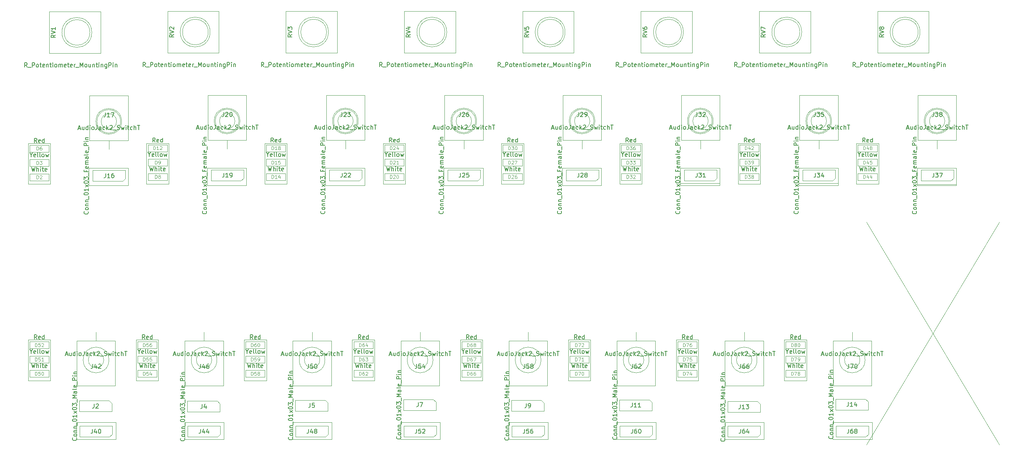
<source format=gbr>
G04 #@! TF.GenerationSoftware,KiCad,Pcbnew,9.0.0*
G04 #@! TF.CreationDate,2025-06-12T15:22:14-04:00*
G04 #@! TF.ProjectId,Oblique Palette 0.5.1 PCB Main,4f626c69-7175-4652-9050-616c65747465,rev?*
G04 #@! TF.SameCoordinates,Original*
G04 #@! TF.FileFunction,AssemblyDrawing,Top*
%FSLAX46Y46*%
G04 Gerber Fmt 4.6, Leading zero omitted, Abs format (unit mm)*
G04 Created by KiCad (PCBNEW 9.0.0) date 2025-06-12 15:22:14*
%MOMM*%
%LPD*%
G01*
G04 APERTURE LIST*
%ADD10C,0.100000*%
%ADD11C,0.150000*%
%ADD12C,0.120000*%
G04 APERTURE END LIST*
D10*
X120124428Y-98780498D02*
X125324428Y-98780498D01*
X125324428Y-108280498D01*
X120124428Y-108280498D01*
X120124428Y-98780498D01*
X63250000Y-103480000D02*
G75*
G02*
X57250000Y-103480000I-3000000J0D01*
G01*
X57250000Y-103480000D02*
G75*
G02*
X63250000Y-103480000I3000000J0D01*
G01*
X214750000Y-103480000D02*
G75*
G02*
X208750000Y-103480000I-3000000J0D01*
G01*
X208750000Y-103480000D02*
G75*
G02*
X214750000Y-103480000I3000000J0D01*
G01*
X44374428Y-98780498D02*
X49574428Y-98780498D01*
X49574428Y-108280498D01*
X44374428Y-108280498D01*
X44374428Y-98780498D01*
X33300000Y-58660000D02*
X42500000Y-58660000D01*
X42500000Y-62660000D01*
X33300000Y-62660000D01*
X33300000Y-58660000D01*
X68631459Y-47611690D02*
G75*
G02*
X62631459Y-47611690I-3000000J0D01*
G01*
X62631459Y-47611690D02*
G75*
G02*
X68631459Y-47611690I3000000J0D01*
G01*
X139000000Y-103480000D02*
G75*
G02*
X133000000Y-103480000I-3000000J0D01*
G01*
X133000000Y-103480000D02*
G75*
G02*
X139000000Y-103480000I3000000J0D01*
G01*
X145374428Y-98780498D02*
X150574428Y-98780498D01*
X150574428Y-108280498D01*
X145374428Y-108280498D01*
X145374428Y-98780498D01*
X234573459Y-47611690D02*
G75*
G02*
X228573459Y-47611690I-3000000J0D01*
G01*
X228573459Y-47611690D02*
G75*
G02*
X234573459Y-47611690I3000000J0D01*
G01*
X96034365Y-47611690D02*
G75*
G02*
X90542553Y-47611690I-2745906J0D01*
G01*
X90542553Y-47611690D02*
G75*
G02*
X96034365Y-47611690I2745906J0D01*
G01*
X69624428Y-98780498D02*
X74824428Y-98780498D01*
X74824428Y-108280498D01*
X69624428Y-108280498D01*
X69624428Y-98780498D01*
X94874428Y-98780498D02*
X100074428Y-98780498D01*
X100074428Y-108280498D01*
X94874428Y-108280498D01*
X94874428Y-98780498D01*
X170624428Y-98780498D02*
X175824428Y-98780498D01*
X175824428Y-108280498D01*
X170624428Y-108280498D01*
X170624428Y-98780498D01*
X179259459Y-47611690D02*
G75*
G02*
X173259459Y-47611690I-3000000J0D01*
G01*
X173259459Y-47611690D02*
G75*
G02*
X179259459Y-47611690I3000000J0D01*
G01*
X113750000Y-103480000D02*
G75*
G02*
X107750000Y-103480000I-3000000J0D01*
G01*
X107750000Y-103480000D02*
G75*
G02*
X113750000Y-103480000I3000000J0D01*
G01*
X199942000Y-26820000D02*
G75*
G02*
X192968192Y-26820000I-3486904J0D01*
G01*
X192968192Y-26820000D02*
G75*
G02*
X199942000Y-26820000I3486904J0D01*
G01*
X129758000Y-52836000D02*
X134958000Y-52836000D01*
X134958000Y-62336000D01*
X129758000Y-62336000D01*
X129758000Y-52836000D01*
X89314000Y-26820000D02*
G75*
G02*
X82340192Y-26820000I-3486904J0D01*
G01*
X82340192Y-26820000D02*
G75*
G02*
X89314000Y-26820000I3486904J0D01*
G01*
X143928000Y-58660000D02*
X153128000Y-58660000D01*
X153128000Y-62660000D01*
X143928000Y-62660000D01*
X143928000Y-58660000D01*
X113750000Y-103480000D02*
G75*
G02*
X107750000Y-103480000I-3000000J0D01*
G01*
X107750000Y-103480000D02*
G75*
G02*
X113750000Y-103480000I3000000J0D01*
G01*
X185072000Y-52836000D02*
X190272000Y-52836000D01*
X190272000Y-62336000D01*
X185072000Y-62336000D01*
X185072000Y-52836000D01*
X88500000Y-103480000D02*
G75*
G02*
X82500000Y-103480000I-3000000J0D01*
G01*
X82500000Y-103480000D02*
G75*
G02*
X88500000Y-103480000I3000000J0D01*
G01*
X63250000Y-103480000D02*
G75*
G02*
X57250000Y-103480000I-3000000J0D01*
G01*
X57250000Y-103480000D02*
G75*
G02*
X63250000Y-103480000I3000000J0D01*
G01*
X129758000Y-52836000D02*
X134958000Y-52836000D01*
X134958000Y-62336000D01*
X129758000Y-62336000D01*
X129758000Y-52836000D01*
X139000000Y-103480000D02*
G75*
G02*
X133000000Y-103480000I-3000000J0D01*
G01*
X133000000Y-103480000D02*
G75*
G02*
X139000000Y-103480000I3000000J0D01*
G01*
X145374428Y-98780498D02*
X150574428Y-98780498D01*
X150574428Y-108280498D01*
X145374428Y-108280498D01*
X145374428Y-98780498D01*
X60957000Y-58660000D02*
X70157000Y-58660000D01*
X70157000Y-62660000D01*
X60957000Y-62660000D01*
X60957000Y-58660000D01*
X19124428Y-98780498D02*
X24324428Y-98780498D01*
X24324428Y-108280498D01*
X19124428Y-108280498D01*
X19124428Y-98780498D01*
X19130000Y-52836000D02*
X24330000Y-52836000D01*
X24330000Y-62336000D01*
X19130000Y-62336000D01*
X19130000Y-52836000D01*
X164250000Y-103480000D02*
G75*
G02*
X158250000Y-103480000I-3000000J0D01*
G01*
X158250000Y-103480000D02*
G75*
G02*
X164250000Y-103480000I3000000J0D01*
G01*
X226899000Y-58660000D02*
X236099000Y-58660000D01*
X236099000Y-62410000D01*
X226899000Y-62410000D01*
X226899000Y-58660000D01*
X94874428Y-98780498D02*
X100074428Y-98780498D01*
X100074428Y-108280498D01*
X94874428Y-108280498D01*
X94874428Y-98780498D01*
X38000000Y-103480000D02*
G75*
G02*
X32000000Y-103480000I-3000000J0D01*
G01*
X32000000Y-103480000D02*
G75*
G02*
X38000000Y-103480000I3000000J0D01*
G01*
X195874428Y-98780498D02*
X201074428Y-98780498D01*
X201074428Y-108280498D01*
X195874428Y-108280498D01*
X195874428Y-98780498D01*
X144628000Y-26820000D02*
G75*
G02*
X137654192Y-26820000I-3486904J0D01*
G01*
X137654192Y-26820000D02*
G75*
G02*
X144628000Y-26820000I3486904J0D01*
G01*
X164250000Y-103480000D02*
G75*
G02*
X158250000Y-103480000I-3000000J0D01*
G01*
X158250000Y-103480000D02*
G75*
G02*
X164250000Y-103480000I3000000J0D01*
G01*
X170624428Y-98780498D02*
X175824428Y-98780498D01*
X175824428Y-108280498D01*
X170624428Y-108280498D01*
X170624428Y-98780498D01*
X157415000Y-52836000D02*
X162615000Y-52836000D01*
X162615000Y-62336000D01*
X157415000Y-62336000D01*
X157415000Y-52836000D01*
X38000000Y-103480000D02*
G75*
G02*
X32000000Y-103480000I-3000000J0D01*
G01*
X32000000Y-103480000D02*
G75*
G02*
X38000000Y-103480000I3000000J0D01*
G01*
X157415000Y-52836000D02*
X162615000Y-52836000D01*
X162615000Y-62336000D01*
X157415000Y-62336000D01*
X157415000Y-52836000D01*
X212729000Y-52836000D02*
X217929000Y-52836000D01*
X217929000Y-62336000D01*
X212729000Y-62336000D01*
X212729000Y-52836000D01*
X69624428Y-98780498D02*
X74824428Y-98780498D01*
X74824428Y-108280498D01*
X69624428Y-108280498D01*
X69624428Y-98780498D01*
X94874428Y-98780498D02*
X100074428Y-98780498D01*
X100074428Y-108280498D01*
X94874428Y-108280498D01*
X94874428Y-98780498D01*
X116971000Y-26820000D02*
G75*
G02*
X109997192Y-26820000I-3486904J0D01*
G01*
X109997192Y-26820000D02*
G75*
G02*
X116971000Y-26820000I3486904J0D01*
G01*
X151602459Y-47611690D02*
G75*
G02*
X145602459Y-47611690I-3000000J0D01*
G01*
X145602459Y-47611690D02*
G75*
G02*
X151602459Y-47611690I3000000J0D01*
G01*
X179005365Y-47611690D02*
G75*
G02*
X173513553Y-47611690I-2745906J0D01*
G01*
X173513553Y-47611690D02*
G75*
G02*
X179005365Y-47611690I2745906J0D01*
G01*
X151348365Y-47611690D02*
G75*
G02*
X145856553Y-47611690I-2745906J0D01*
G01*
X145856553Y-47611690D02*
G75*
G02*
X151348365Y-47611690I2745906J0D01*
G01*
X55690589Y-118040269D02*
X64890589Y-118040269D01*
X64890589Y-122040269D01*
X55690589Y-122040269D01*
X55690589Y-118040269D01*
X185072000Y-52836000D02*
X190272000Y-52836000D01*
X190272000Y-62336000D01*
X185072000Y-62336000D01*
X185072000Y-52836000D01*
X34000000Y-26910000D02*
G75*
G02*
X27026192Y-26910000I-3486904J0D01*
G01*
X27026192Y-26910000D02*
G75*
G02*
X34000000Y-26910000I3486904J0D01*
G01*
X40974459Y-47701690D02*
G75*
G02*
X34974459Y-47701690I-3000000J0D01*
G01*
X34974459Y-47701690D02*
G75*
G02*
X40974459Y-47701690I3000000J0D01*
G01*
X63250000Y-103480000D02*
G75*
G02*
X57250000Y-103480000I-3000000J0D01*
G01*
X57250000Y-103480000D02*
G75*
G02*
X63250000Y-103480000I3000000J0D01*
G01*
X234319365Y-47611690D02*
G75*
G02*
X228827553Y-47611690I-2745906J0D01*
G01*
X228827553Y-47611690D02*
G75*
G02*
X234319365Y-47611690I2745906J0D01*
G01*
X170624428Y-98780498D02*
X175824428Y-98780498D01*
X175824428Y-108280498D01*
X170624428Y-108280498D01*
X170624428Y-98780498D01*
X171585000Y-58660000D02*
X180785000Y-58660000D01*
X180785000Y-62660000D01*
X171585000Y-62660000D01*
X171585000Y-58660000D01*
X61657000Y-26820000D02*
G75*
G02*
X54683192Y-26820000I-3486904J0D01*
G01*
X54683192Y-26820000D02*
G75*
G02*
X61657000Y-26820000I3486904J0D01*
G01*
X226899000Y-58660000D02*
X236099000Y-58660000D01*
X236099000Y-62660000D01*
X226899000Y-62660000D01*
X226899000Y-58660000D01*
X106190589Y-118040269D02*
X115390589Y-118040269D01*
X115390589Y-122040269D01*
X106190589Y-122040269D01*
X106190589Y-118040269D01*
X206662365Y-47611690D02*
G75*
G02*
X201170553Y-47611690I-2745906J0D01*
G01*
X201170553Y-47611690D02*
G75*
G02*
X206662365Y-47611690I2745906J0D01*
G01*
X88500000Y-103480000D02*
G75*
G02*
X82500000Y-103480000I-3000000J0D01*
G01*
X82500000Y-103480000D02*
G75*
G02*
X88500000Y-103480000I3000000J0D01*
G01*
X113750000Y-103480000D02*
G75*
G02*
X107750000Y-103480000I-3000000J0D01*
G01*
X107750000Y-103480000D02*
G75*
G02*
X113750000Y-103480000I3000000J0D01*
G01*
X116271000Y-58660000D02*
X125471000Y-58660000D01*
X125471000Y-62660000D01*
X116271000Y-62660000D01*
X116271000Y-58660000D01*
X195874428Y-98780498D02*
X201074428Y-98780498D01*
X201074428Y-108280498D01*
X195874428Y-108280498D01*
X195874428Y-98780498D01*
X113750000Y-103480000D02*
G75*
G02*
X107750000Y-103480000I-3000000J0D01*
G01*
X107750000Y-103480000D02*
G75*
G02*
X113750000Y-103480000I3000000J0D01*
G01*
X170624428Y-98780498D02*
X175824428Y-98780498D01*
X175824428Y-108280498D01*
X170624428Y-108280498D01*
X170624428Y-98780498D01*
X143928000Y-58660000D02*
X153128000Y-58660000D01*
X153128000Y-62660000D01*
X143928000Y-62660000D01*
X143928000Y-58660000D01*
X94874428Y-98780498D02*
X100074428Y-98780498D01*
X100074428Y-108280498D01*
X94874428Y-108280498D01*
X94874428Y-98780498D01*
X212729000Y-52836000D02*
X217929000Y-52836000D01*
X217929000Y-62336000D01*
X212729000Y-62336000D01*
X212729000Y-52836000D01*
X139000000Y-103480000D02*
G75*
G02*
X133000000Y-103480000I-3000000J0D01*
G01*
X133000000Y-103480000D02*
G75*
G02*
X139000000Y-103480000I3000000J0D01*
G01*
X88614000Y-58660000D02*
X97814000Y-58660000D01*
X97814000Y-62660000D01*
X88614000Y-62660000D01*
X88614000Y-58660000D01*
X120124428Y-98780498D02*
X125324428Y-98780498D01*
X125324428Y-108280498D01*
X120124428Y-108280498D01*
X120124428Y-98780498D01*
X38000000Y-103480000D02*
G75*
G02*
X32000000Y-103480000I-3000000J0D01*
G01*
X32000000Y-103480000D02*
G75*
G02*
X38000000Y-103480000I3000000J0D01*
G01*
X102101000Y-52836000D02*
X107301000Y-52836000D01*
X107301000Y-62336000D01*
X102101000Y-62336000D01*
X102101000Y-52836000D01*
X123945459Y-47611690D02*
G75*
G02*
X117945459Y-47611690I-3000000J0D01*
G01*
X117945459Y-47611690D02*
G75*
G02*
X123945459Y-47611690I3000000J0D01*
G01*
X74444000Y-52836000D02*
X79644000Y-52836000D01*
X79644000Y-62336000D01*
X74444000Y-62336000D01*
X74444000Y-52836000D01*
X171585000Y-58660000D02*
X180785000Y-58660000D01*
X180785000Y-62160000D01*
X171585000Y-62160000D01*
X171585000Y-58660000D01*
X181940589Y-118040269D02*
X191140589Y-118040269D01*
X191140589Y-122040269D01*
X181940589Y-122040269D01*
X181940589Y-118040269D01*
X46787000Y-52836000D02*
X51987000Y-52836000D01*
X51987000Y-62336000D01*
X46787000Y-62336000D01*
X46787000Y-52836000D01*
X189500000Y-103480000D02*
G75*
G02*
X183500000Y-103480000I-3000000J0D01*
G01*
X183500000Y-103480000D02*
G75*
G02*
X189500000Y-103480000I3000000J0D01*
G01*
X145374428Y-98780498D02*
X150574428Y-98780498D01*
X150574428Y-108280498D01*
X145374428Y-108280498D01*
X145374428Y-98780498D01*
X88500000Y-103480000D02*
G75*
G02*
X82500000Y-103480000I-3000000J0D01*
G01*
X82500000Y-103480000D02*
G75*
G02*
X88500000Y-103480000I3000000J0D01*
G01*
X60957000Y-58660000D02*
X70157000Y-58660000D01*
X70157000Y-62660000D01*
X60957000Y-62660000D01*
X60957000Y-58660000D01*
X30440589Y-118040269D02*
X39640589Y-118040269D01*
X39640589Y-122040269D01*
X30440589Y-122040269D01*
X30440589Y-118040269D01*
X88614000Y-58660000D02*
X97814000Y-58660000D01*
X97814000Y-62660000D01*
X88614000Y-62660000D01*
X88614000Y-58660000D01*
X139000000Y-103480000D02*
G75*
G02*
X133000000Y-103480000I-3000000J0D01*
G01*
X133000000Y-103480000D02*
G75*
G02*
X139000000Y-103480000I3000000J0D01*
G01*
X199242000Y-58660000D02*
X208442000Y-58660000D01*
X208442000Y-62160000D01*
X199242000Y-62160000D01*
X199242000Y-58660000D01*
X164250000Y-103480000D02*
G75*
G02*
X158250000Y-103480000I-3000000J0D01*
G01*
X158250000Y-103480000D02*
G75*
G02*
X164250000Y-103480000I3000000J0D01*
G01*
X172285000Y-26820000D02*
G75*
G02*
X165311192Y-26820000I-3486904J0D01*
G01*
X165311192Y-26820000D02*
G75*
G02*
X172285000Y-26820000I3486904J0D01*
G01*
X68377365Y-47611690D02*
G75*
G02*
X62885553Y-47611690I-2745906J0D01*
G01*
X62885553Y-47611690D02*
G75*
G02*
X68377365Y-47611690I2745906J0D01*
G01*
X69624428Y-98780498D02*
X74824428Y-98780498D01*
X74824428Y-108280498D01*
X69624428Y-108280498D01*
X69624428Y-98780498D01*
X19124428Y-98780498D02*
X24324428Y-98780498D01*
X24324428Y-108280498D01*
X19124428Y-108280498D01*
X19124428Y-98780498D01*
X123691365Y-47611690D02*
G75*
G02*
X118199553Y-47611690I-2745906J0D01*
G01*
X118199553Y-47611690D02*
G75*
G02*
X123691365Y-47611690I2745906J0D01*
G01*
X74444000Y-52836000D02*
X79644000Y-52836000D01*
X79644000Y-62336000D01*
X74444000Y-62336000D01*
X74444000Y-52836000D01*
X131440589Y-118040269D02*
X140640589Y-118040269D01*
X140640589Y-122040269D01*
X131440589Y-122040269D01*
X131440589Y-118040269D01*
X102101000Y-52836000D02*
X107301000Y-52836000D01*
X107301000Y-62336000D01*
X102101000Y-62336000D01*
X102101000Y-52836000D01*
X44374428Y-98780498D02*
X49574428Y-98780498D01*
X49574428Y-108280498D01*
X44374428Y-108280498D01*
X44374428Y-98780498D01*
X116271000Y-58660000D02*
X125471000Y-58660000D01*
X125471000Y-62660000D01*
X116271000Y-62660000D01*
X116271000Y-58660000D01*
X164250000Y-103480000D02*
G75*
G02*
X158250000Y-103480000I-3000000J0D01*
G01*
X158250000Y-103480000D02*
G75*
G02*
X164250000Y-103480000I3000000J0D01*
G01*
X206916459Y-47611690D02*
G75*
G02*
X200916459Y-47611690I-3000000J0D01*
G01*
X200916459Y-47611690D02*
G75*
G02*
X206916459Y-47611690I3000000J0D01*
G01*
X96288459Y-47611690D02*
G75*
G02*
X90288459Y-47611690I-3000000J0D01*
G01*
X90288459Y-47611690D02*
G75*
G02*
X96288459Y-47611690I3000000J0D01*
G01*
X44374428Y-98780498D02*
X49574428Y-98780498D01*
X49574428Y-108280498D01*
X44374428Y-108280498D01*
X44374428Y-98780498D01*
X40720365Y-47701690D02*
G75*
G02*
X35228553Y-47701690I-2745906J0D01*
G01*
X35228553Y-47701690D02*
G75*
G02*
X40720365Y-47701690I2745906J0D01*
G01*
X44374428Y-98780498D02*
X49574428Y-98780498D01*
X49574428Y-108280498D01*
X44374428Y-108280498D01*
X44374428Y-98780498D01*
X63250000Y-103480000D02*
G75*
G02*
X57250000Y-103480000I-3000000J0D01*
G01*
X57250000Y-103480000D02*
G75*
G02*
X63250000Y-103480000I3000000J0D01*
G01*
X189500000Y-103480000D02*
G75*
G02*
X183500000Y-103480000I-3000000J0D01*
G01*
X183500000Y-103480000D02*
G75*
G02*
X189500000Y-103480000I3000000J0D01*
G01*
X46787000Y-52836000D02*
X51987000Y-52836000D01*
X51987000Y-62336000D01*
X46787000Y-62336000D01*
X46787000Y-52836000D01*
X156690589Y-118040269D02*
X165890589Y-118040269D01*
X165890589Y-122040269D01*
X156690589Y-122040269D01*
X156690589Y-118040269D01*
X120124428Y-98780498D02*
X125324428Y-98780498D01*
X125324428Y-108280498D01*
X120124428Y-108280498D01*
X120124428Y-98780498D01*
X19124428Y-98780498D02*
X24324428Y-98780498D01*
X24324428Y-108280498D01*
X19124428Y-108280498D01*
X19124428Y-98780498D01*
X120124428Y-98780498D02*
X125324428Y-98780498D01*
X125324428Y-108280498D01*
X120124428Y-108280498D01*
X120124428Y-98780498D01*
X80940589Y-118040269D02*
X90140589Y-118040269D01*
X90140589Y-122040269D01*
X80940589Y-122040269D01*
X80940589Y-118040269D01*
X189500000Y-103480000D02*
G75*
G02*
X183500000Y-103480000I-3000000J0D01*
G01*
X183500000Y-103480000D02*
G75*
G02*
X189500000Y-103480000I3000000J0D01*
G01*
X207190589Y-118040269D02*
X216390589Y-118040269D01*
X216390589Y-122040269D01*
X207190589Y-122040269D01*
X207190589Y-118040269D01*
X199242000Y-58660000D02*
X208442000Y-58660000D01*
X208442000Y-62660000D01*
X199242000Y-62660000D01*
X199242000Y-58660000D01*
X145374428Y-98780498D02*
X150574428Y-98780498D01*
X150574428Y-108280498D01*
X145374428Y-108280498D01*
X145374428Y-98780498D01*
X189500000Y-103480000D02*
G75*
G02*
X183500000Y-103480000I-3000000J0D01*
G01*
X183500000Y-103480000D02*
G75*
G02*
X189500000Y-103480000I3000000J0D01*
G01*
X88500000Y-103480000D02*
G75*
G02*
X82500000Y-103480000I-3000000J0D01*
G01*
X82500000Y-103480000D02*
G75*
G02*
X88500000Y-103480000I3000000J0D01*
G01*
X227599000Y-26820000D02*
G75*
G02*
X220625192Y-26820000I-3486904J0D01*
G01*
X220625192Y-26820000D02*
G75*
G02*
X227599000Y-26820000I3486904J0D01*
G01*
X214750000Y-103480000D02*
G75*
G02*
X208750000Y-103480000I-3000000J0D01*
G01*
X208750000Y-103480000D02*
G75*
G02*
X214750000Y-103480000I3000000J0D01*
G01*
X69624428Y-98780498D02*
X74824428Y-98780498D01*
X74824428Y-108280498D01*
X69624428Y-108280498D01*
X69624428Y-98780498D01*
D11*
X135175476Y-119634819D02*
X135175476Y-120349104D01*
X135175476Y-120349104D02*
X135127857Y-120491961D01*
X135127857Y-120491961D02*
X135032619Y-120587200D01*
X135032619Y-120587200D02*
X134889762Y-120634819D01*
X134889762Y-120634819D02*
X134794524Y-120634819D01*
X136127857Y-119634819D02*
X135651667Y-119634819D01*
X135651667Y-119634819D02*
X135604048Y-120111009D01*
X135604048Y-120111009D02*
X135651667Y-120063390D01*
X135651667Y-120063390D02*
X135746905Y-120015771D01*
X135746905Y-120015771D02*
X135985000Y-120015771D01*
X135985000Y-120015771D02*
X136080238Y-120063390D01*
X136080238Y-120063390D02*
X136127857Y-120111009D01*
X136127857Y-120111009D02*
X136175476Y-120206247D01*
X136175476Y-120206247D02*
X136175476Y-120444342D01*
X136175476Y-120444342D02*
X136127857Y-120539580D01*
X136127857Y-120539580D02*
X136080238Y-120587200D01*
X136080238Y-120587200D02*
X135985000Y-120634819D01*
X135985000Y-120634819D02*
X135746905Y-120634819D01*
X135746905Y-120634819D02*
X135651667Y-120587200D01*
X135651667Y-120587200D02*
X135604048Y-120539580D01*
X137032619Y-119634819D02*
X136842143Y-119634819D01*
X136842143Y-119634819D02*
X136746905Y-119682438D01*
X136746905Y-119682438D02*
X136699286Y-119730057D01*
X136699286Y-119730057D02*
X136604048Y-119872914D01*
X136604048Y-119872914D02*
X136556429Y-120063390D01*
X136556429Y-120063390D02*
X136556429Y-120444342D01*
X136556429Y-120444342D02*
X136604048Y-120539580D01*
X136604048Y-120539580D02*
X136651667Y-120587200D01*
X136651667Y-120587200D02*
X136746905Y-120634819D01*
X136746905Y-120634819D02*
X136937381Y-120634819D01*
X136937381Y-120634819D02*
X137032619Y-120587200D01*
X137032619Y-120587200D02*
X137080238Y-120539580D01*
X137080238Y-120539580D02*
X137127857Y-120444342D01*
X137127857Y-120444342D02*
X137127857Y-120206247D01*
X137127857Y-120206247D02*
X137080238Y-120111009D01*
X137080238Y-120111009D02*
X137032619Y-120063390D01*
X137032619Y-120063390D02*
X136937381Y-120015771D01*
X136937381Y-120015771D02*
X136746905Y-120015771D01*
X136746905Y-120015771D02*
X136651667Y-120063390D01*
X136651667Y-120063390D02*
X136604048Y-120111009D01*
X136604048Y-120111009D02*
X136556429Y-120206247D01*
X30382343Y-121687556D02*
X30429963Y-121735175D01*
X30429963Y-121735175D02*
X30477582Y-121878032D01*
X30477582Y-121878032D02*
X30477582Y-121973270D01*
X30477582Y-121973270D02*
X30429963Y-122116127D01*
X30429963Y-122116127D02*
X30334724Y-122211365D01*
X30334724Y-122211365D02*
X30239486Y-122258984D01*
X30239486Y-122258984D02*
X30049010Y-122306603D01*
X30049010Y-122306603D02*
X29906153Y-122306603D01*
X29906153Y-122306603D02*
X29715677Y-122258984D01*
X29715677Y-122258984D02*
X29620439Y-122211365D01*
X29620439Y-122211365D02*
X29525201Y-122116127D01*
X29525201Y-122116127D02*
X29477582Y-121973270D01*
X29477582Y-121973270D02*
X29477582Y-121878032D01*
X29477582Y-121878032D02*
X29525201Y-121735175D01*
X29525201Y-121735175D02*
X29572820Y-121687556D01*
X30477582Y-121116127D02*
X30429963Y-121211365D01*
X30429963Y-121211365D02*
X30382343Y-121258984D01*
X30382343Y-121258984D02*
X30287105Y-121306603D01*
X30287105Y-121306603D02*
X30001391Y-121306603D01*
X30001391Y-121306603D02*
X29906153Y-121258984D01*
X29906153Y-121258984D02*
X29858534Y-121211365D01*
X29858534Y-121211365D02*
X29810915Y-121116127D01*
X29810915Y-121116127D02*
X29810915Y-120973270D01*
X29810915Y-120973270D02*
X29858534Y-120878032D01*
X29858534Y-120878032D02*
X29906153Y-120830413D01*
X29906153Y-120830413D02*
X30001391Y-120782794D01*
X30001391Y-120782794D02*
X30287105Y-120782794D01*
X30287105Y-120782794D02*
X30382343Y-120830413D01*
X30382343Y-120830413D02*
X30429963Y-120878032D01*
X30429963Y-120878032D02*
X30477582Y-120973270D01*
X30477582Y-120973270D02*
X30477582Y-121116127D01*
X29810915Y-120354222D02*
X30477582Y-120354222D01*
X29906153Y-120354222D02*
X29858534Y-120306603D01*
X29858534Y-120306603D02*
X29810915Y-120211365D01*
X29810915Y-120211365D02*
X29810915Y-120068508D01*
X29810915Y-120068508D02*
X29858534Y-119973270D01*
X29858534Y-119973270D02*
X29953772Y-119925651D01*
X29953772Y-119925651D02*
X30477582Y-119925651D01*
X29810915Y-119449460D02*
X30477582Y-119449460D01*
X29906153Y-119449460D02*
X29858534Y-119401841D01*
X29858534Y-119401841D02*
X29810915Y-119306603D01*
X29810915Y-119306603D02*
X29810915Y-119163746D01*
X29810915Y-119163746D02*
X29858534Y-119068508D01*
X29858534Y-119068508D02*
X29953772Y-119020889D01*
X29953772Y-119020889D02*
X30477582Y-119020889D01*
X30572820Y-118782794D02*
X30572820Y-118020889D01*
X29477582Y-117592317D02*
X29477582Y-117497079D01*
X29477582Y-117497079D02*
X29525201Y-117401841D01*
X29525201Y-117401841D02*
X29572820Y-117354222D01*
X29572820Y-117354222D02*
X29668058Y-117306603D01*
X29668058Y-117306603D02*
X29858534Y-117258984D01*
X29858534Y-117258984D02*
X30096629Y-117258984D01*
X30096629Y-117258984D02*
X30287105Y-117306603D01*
X30287105Y-117306603D02*
X30382343Y-117354222D01*
X30382343Y-117354222D02*
X30429963Y-117401841D01*
X30429963Y-117401841D02*
X30477582Y-117497079D01*
X30477582Y-117497079D02*
X30477582Y-117592317D01*
X30477582Y-117592317D02*
X30429963Y-117687555D01*
X30429963Y-117687555D02*
X30382343Y-117735174D01*
X30382343Y-117735174D02*
X30287105Y-117782793D01*
X30287105Y-117782793D02*
X30096629Y-117830412D01*
X30096629Y-117830412D02*
X29858534Y-117830412D01*
X29858534Y-117830412D02*
X29668058Y-117782793D01*
X29668058Y-117782793D02*
X29572820Y-117735174D01*
X29572820Y-117735174D02*
X29525201Y-117687555D01*
X29525201Y-117687555D02*
X29477582Y-117592317D01*
X30477582Y-116306603D02*
X30477582Y-116878031D01*
X30477582Y-116592317D02*
X29477582Y-116592317D01*
X29477582Y-116592317D02*
X29620439Y-116687555D01*
X29620439Y-116687555D02*
X29715677Y-116782793D01*
X29715677Y-116782793D02*
X29763296Y-116878031D01*
X30477582Y-115973269D02*
X29810915Y-115449460D01*
X29810915Y-115973269D02*
X30477582Y-115449460D01*
X29477582Y-114878031D02*
X29477582Y-114782793D01*
X29477582Y-114782793D02*
X29525201Y-114687555D01*
X29525201Y-114687555D02*
X29572820Y-114639936D01*
X29572820Y-114639936D02*
X29668058Y-114592317D01*
X29668058Y-114592317D02*
X29858534Y-114544698D01*
X29858534Y-114544698D02*
X30096629Y-114544698D01*
X30096629Y-114544698D02*
X30287105Y-114592317D01*
X30287105Y-114592317D02*
X30382343Y-114639936D01*
X30382343Y-114639936D02*
X30429963Y-114687555D01*
X30429963Y-114687555D02*
X30477582Y-114782793D01*
X30477582Y-114782793D02*
X30477582Y-114878031D01*
X30477582Y-114878031D02*
X30429963Y-114973269D01*
X30429963Y-114973269D02*
X30382343Y-115020888D01*
X30382343Y-115020888D02*
X30287105Y-115068507D01*
X30287105Y-115068507D02*
X30096629Y-115116126D01*
X30096629Y-115116126D02*
X29858534Y-115116126D01*
X29858534Y-115116126D02*
X29668058Y-115068507D01*
X29668058Y-115068507D02*
X29572820Y-115020888D01*
X29572820Y-115020888D02*
X29525201Y-114973269D01*
X29525201Y-114973269D02*
X29477582Y-114878031D01*
X29477582Y-114211364D02*
X29477582Y-113592317D01*
X29477582Y-113592317D02*
X29858534Y-113925650D01*
X29858534Y-113925650D02*
X29858534Y-113782793D01*
X29858534Y-113782793D02*
X29906153Y-113687555D01*
X29906153Y-113687555D02*
X29953772Y-113639936D01*
X29953772Y-113639936D02*
X30049010Y-113592317D01*
X30049010Y-113592317D02*
X30287105Y-113592317D01*
X30287105Y-113592317D02*
X30382343Y-113639936D01*
X30382343Y-113639936D02*
X30429963Y-113687555D01*
X30429963Y-113687555D02*
X30477582Y-113782793D01*
X30477582Y-113782793D02*
X30477582Y-114068507D01*
X30477582Y-114068507D02*
X30429963Y-114163745D01*
X30429963Y-114163745D02*
X30382343Y-114211364D01*
X30572820Y-113401841D02*
X30572820Y-112639936D01*
X30477582Y-112401840D02*
X29477582Y-112401840D01*
X29477582Y-112401840D02*
X30191867Y-112068507D01*
X30191867Y-112068507D02*
X29477582Y-111735174D01*
X29477582Y-111735174D02*
X30477582Y-111735174D01*
X30477582Y-110830412D02*
X29953772Y-110830412D01*
X29953772Y-110830412D02*
X29858534Y-110878031D01*
X29858534Y-110878031D02*
X29810915Y-110973269D01*
X29810915Y-110973269D02*
X29810915Y-111163745D01*
X29810915Y-111163745D02*
X29858534Y-111258983D01*
X30429963Y-110830412D02*
X30477582Y-110925650D01*
X30477582Y-110925650D02*
X30477582Y-111163745D01*
X30477582Y-111163745D02*
X30429963Y-111258983D01*
X30429963Y-111258983D02*
X30334724Y-111306602D01*
X30334724Y-111306602D02*
X30239486Y-111306602D01*
X30239486Y-111306602D02*
X30144248Y-111258983D01*
X30144248Y-111258983D02*
X30096629Y-111163745D01*
X30096629Y-111163745D02*
X30096629Y-110925650D01*
X30096629Y-110925650D02*
X30049010Y-110830412D01*
X30477582Y-110211364D02*
X30429963Y-110306602D01*
X30429963Y-110306602D02*
X30334724Y-110354221D01*
X30334724Y-110354221D02*
X29477582Y-110354221D01*
X30429963Y-109449459D02*
X30477582Y-109544697D01*
X30477582Y-109544697D02*
X30477582Y-109735173D01*
X30477582Y-109735173D02*
X30429963Y-109830411D01*
X30429963Y-109830411D02*
X30334724Y-109878030D01*
X30334724Y-109878030D02*
X29953772Y-109878030D01*
X29953772Y-109878030D02*
X29858534Y-109830411D01*
X29858534Y-109830411D02*
X29810915Y-109735173D01*
X29810915Y-109735173D02*
X29810915Y-109544697D01*
X29810915Y-109544697D02*
X29858534Y-109449459D01*
X29858534Y-109449459D02*
X29953772Y-109401840D01*
X29953772Y-109401840D02*
X30049010Y-109401840D01*
X30049010Y-109401840D02*
X30144248Y-109878030D01*
X30572820Y-109211364D02*
X30572820Y-108449459D01*
X30477582Y-108211363D02*
X29477582Y-108211363D01*
X29477582Y-108211363D02*
X29477582Y-107830411D01*
X29477582Y-107830411D02*
X29525201Y-107735173D01*
X29525201Y-107735173D02*
X29572820Y-107687554D01*
X29572820Y-107687554D02*
X29668058Y-107639935D01*
X29668058Y-107639935D02*
X29810915Y-107639935D01*
X29810915Y-107639935D02*
X29906153Y-107687554D01*
X29906153Y-107687554D02*
X29953772Y-107735173D01*
X29953772Y-107735173D02*
X30001391Y-107830411D01*
X30001391Y-107830411D02*
X30001391Y-108211363D01*
X30477582Y-107211363D02*
X29810915Y-107211363D01*
X29477582Y-107211363D02*
X29525201Y-107258982D01*
X29525201Y-107258982D02*
X29572820Y-107211363D01*
X29572820Y-107211363D02*
X29525201Y-107163744D01*
X29525201Y-107163744D02*
X29477582Y-107211363D01*
X29477582Y-107211363D02*
X29572820Y-107211363D01*
X29810915Y-106735173D02*
X30477582Y-106735173D01*
X29906153Y-106735173D02*
X29858534Y-106687554D01*
X29858534Y-106687554D02*
X29810915Y-106592316D01*
X29810915Y-106592316D02*
X29810915Y-106449459D01*
X29810915Y-106449459D02*
X29858534Y-106354221D01*
X29858534Y-106354221D02*
X29953772Y-106306602D01*
X29953772Y-106306602D02*
X30477582Y-106306602D01*
X34559429Y-113737613D02*
X34559429Y-114451898D01*
X34559429Y-114451898D02*
X34511810Y-114594755D01*
X34511810Y-114594755D02*
X34416572Y-114689994D01*
X34416572Y-114689994D02*
X34273715Y-114737613D01*
X34273715Y-114737613D02*
X34178477Y-114737613D01*
X34988001Y-113832851D02*
X35035620Y-113785232D01*
X35035620Y-113785232D02*
X35130858Y-113737613D01*
X35130858Y-113737613D02*
X35368953Y-113737613D01*
X35368953Y-113737613D02*
X35464191Y-113785232D01*
X35464191Y-113785232D02*
X35511810Y-113832851D01*
X35511810Y-113832851D02*
X35559429Y-113928089D01*
X35559429Y-113928089D02*
X35559429Y-114023327D01*
X35559429Y-114023327D02*
X35511810Y-114166184D01*
X35511810Y-114166184D02*
X34940382Y-114737613D01*
X34940382Y-114737613D02*
X35559429Y-114737613D01*
X46552713Y-34924819D02*
X46219380Y-34448628D01*
X45981285Y-34924819D02*
X45981285Y-33924819D01*
X45981285Y-33924819D02*
X46362237Y-33924819D01*
X46362237Y-33924819D02*
X46457475Y-33972438D01*
X46457475Y-33972438D02*
X46505094Y-34020057D01*
X46505094Y-34020057D02*
X46552713Y-34115295D01*
X46552713Y-34115295D02*
X46552713Y-34258152D01*
X46552713Y-34258152D02*
X46505094Y-34353390D01*
X46505094Y-34353390D02*
X46457475Y-34401009D01*
X46457475Y-34401009D02*
X46362237Y-34448628D01*
X46362237Y-34448628D02*
X45981285Y-34448628D01*
X46743190Y-35020057D02*
X47505094Y-35020057D01*
X47743190Y-34924819D02*
X47743190Y-33924819D01*
X47743190Y-33924819D02*
X48124142Y-33924819D01*
X48124142Y-33924819D02*
X48219380Y-33972438D01*
X48219380Y-33972438D02*
X48266999Y-34020057D01*
X48266999Y-34020057D02*
X48314618Y-34115295D01*
X48314618Y-34115295D02*
X48314618Y-34258152D01*
X48314618Y-34258152D02*
X48266999Y-34353390D01*
X48266999Y-34353390D02*
X48219380Y-34401009D01*
X48219380Y-34401009D02*
X48124142Y-34448628D01*
X48124142Y-34448628D02*
X47743190Y-34448628D01*
X48886047Y-34924819D02*
X48790809Y-34877200D01*
X48790809Y-34877200D02*
X48743190Y-34829580D01*
X48743190Y-34829580D02*
X48695571Y-34734342D01*
X48695571Y-34734342D02*
X48695571Y-34448628D01*
X48695571Y-34448628D02*
X48743190Y-34353390D01*
X48743190Y-34353390D02*
X48790809Y-34305771D01*
X48790809Y-34305771D02*
X48886047Y-34258152D01*
X48886047Y-34258152D02*
X49028904Y-34258152D01*
X49028904Y-34258152D02*
X49124142Y-34305771D01*
X49124142Y-34305771D02*
X49171761Y-34353390D01*
X49171761Y-34353390D02*
X49219380Y-34448628D01*
X49219380Y-34448628D02*
X49219380Y-34734342D01*
X49219380Y-34734342D02*
X49171761Y-34829580D01*
X49171761Y-34829580D02*
X49124142Y-34877200D01*
X49124142Y-34877200D02*
X49028904Y-34924819D01*
X49028904Y-34924819D02*
X48886047Y-34924819D01*
X49505095Y-34258152D02*
X49886047Y-34258152D01*
X49647952Y-33924819D02*
X49647952Y-34781961D01*
X49647952Y-34781961D02*
X49695571Y-34877200D01*
X49695571Y-34877200D02*
X49790809Y-34924819D01*
X49790809Y-34924819D02*
X49886047Y-34924819D01*
X50600333Y-34877200D02*
X50505095Y-34924819D01*
X50505095Y-34924819D02*
X50314619Y-34924819D01*
X50314619Y-34924819D02*
X50219381Y-34877200D01*
X50219381Y-34877200D02*
X50171762Y-34781961D01*
X50171762Y-34781961D02*
X50171762Y-34401009D01*
X50171762Y-34401009D02*
X50219381Y-34305771D01*
X50219381Y-34305771D02*
X50314619Y-34258152D01*
X50314619Y-34258152D02*
X50505095Y-34258152D01*
X50505095Y-34258152D02*
X50600333Y-34305771D01*
X50600333Y-34305771D02*
X50647952Y-34401009D01*
X50647952Y-34401009D02*
X50647952Y-34496247D01*
X50647952Y-34496247D02*
X50171762Y-34591485D01*
X51076524Y-34258152D02*
X51076524Y-34924819D01*
X51076524Y-34353390D02*
X51124143Y-34305771D01*
X51124143Y-34305771D02*
X51219381Y-34258152D01*
X51219381Y-34258152D02*
X51362238Y-34258152D01*
X51362238Y-34258152D02*
X51457476Y-34305771D01*
X51457476Y-34305771D02*
X51505095Y-34401009D01*
X51505095Y-34401009D02*
X51505095Y-34924819D01*
X51838429Y-34258152D02*
X52219381Y-34258152D01*
X51981286Y-33924819D02*
X51981286Y-34781961D01*
X51981286Y-34781961D02*
X52028905Y-34877200D01*
X52028905Y-34877200D02*
X52124143Y-34924819D01*
X52124143Y-34924819D02*
X52219381Y-34924819D01*
X52552715Y-34924819D02*
X52552715Y-34258152D01*
X52552715Y-33924819D02*
X52505096Y-33972438D01*
X52505096Y-33972438D02*
X52552715Y-34020057D01*
X52552715Y-34020057D02*
X52600334Y-33972438D01*
X52600334Y-33972438D02*
X52552715Y-33924819D01*
X52552715Y-33924819D02*
X52552715Y-34020057D01*
X53171762Y-34924819D02*
X53076524Y-34877200D01*
X53076524Y-34877200D02*
X53028905Y-34829580D01*
X53028905Y-34829580D02*
X52981286Y-34734342D01*
X52981286Y-34734342D02*
X52981286Y-34448628D01*
X52981286Y-34448628D02*
X53028905Y-34353390D01*
X53028905Y-34353390D02*
X53076524Y-34305771D01*
X53076524Y-34305771D02*
X53171762Y-34258152D01*
X53171762Y-34258152D02*
X53314619Y-34258152D01*
X53314619Y-34258152D02*
X53409857Y-34305771D01*
X53409857Y-34305771D02*
X53457476Y-34353390D01*
X53457476Y-34353390D02*
X53505095Y-34448628D01*
X53505095Y-34448628D02*
X53505095Y-34734342D01*
X53505095Y-34734342D02*
X53457476Y-34829580D01*
X53457476Y-34829580D02*
X53409857Y-34877200D01*
X53409857Y-34877200D02*
X53314619Y-34924819D01*
X53314619Y-34924819D02*
X53171762Y-34924819D01*
X53933667Y-34924819D02*
X53933667Y-34258152D01*
X53933667Y-34353390D02*
X53981286Y-34305771D01*
X53981286Y-34305771D02*
X54076524Y-34258152D01*
X54076524Y-34258152D02*
X54219381Y-34258152D01*
X54219381Y-34258152D02*
X54314619Y-34305771D01*
X54314619Y-34305771D02*
X54362238Y-34401009D01*
X54362238Y-34401009D02*
X54362238Y-34924819D01*
X54362238Y-34401009D02*
X54409857Y-34305771D01*
X54409857Y-34305771D02*
X54505095Y-34258152D01*
X54505095Y-34258152D02*
X54647952Y-34258152D01*
X54647952Y-34258152D02*
X54743191Y-34305771D01*
X54743191Y-34305771D02*
X54790810Y-34401009D01*
X54790810Y-34401009D02*
X54790810Y-34924819D01*
X55647952Y-34877200D02*
X55552714Y-34924819D01*
X55552714Y-34924819D02*
X55362238Y-34924819D01*
X55362238Y-34924819D02*
X55267000Y-34877200D01*
X55267000Y-34877200D02*
X55219381Y-34781961D01*
X55219381Y-34781961D02*
X55219381Y-34401009D01*
X55219381Y-34401009D02*
X55267000Y-34305771D01*
X55267000Y-34305771D02*
X55362238Y-34258152D01*
X55362238Y-34258152D02*
X55552714Y-34258152D01*
X55552714Y-34258152D02*
X55647952Y-34305771D01*
X55647952Y-34305771D02*
X55695571Y-34401009D01*
X55695571Y-34401009D02*
X55695571Y-34496247D01*
X55695571Y-34496247D02*
X55219381Y-34591485D01*
X55981286Y-34258152D02*
X56362238Y-34258152D01*
X56124143Y-33924819D02*
X56124143Y-34781961D01*
X56124143Y-34781961D02*
X56171762Y-34877200D01*
X56171762Y-34877200D02*
X56267000Y-34924819D01*
X56267000Y-34924819D02*
X56362238Y-34924819D01*
X57076524Y-34877200D02*
X56981286Y-34924819D01*
X56981286Y-34924819D02*
X56790810Y-34924819D01*
X56790810Y-34924819D02*
X56695572Y-34877200D01*
X56695572Y-34877200D02*
X56647953Y-34781961D01*
X56647953Y-34781961D02*
X56647953Y-34401009D01*
X56647953Y-34401009D02*
X56695572Y-34305771D01*
X56695572Y-34305771D02*
X56790810Y-34258152D01*
X56790810Y-34258152D02*
X56981286Y-34258152D01*
X56981286Y-34258152D02*
X57076524Y-34305771D01*
X57076524Y-34305771D02*
X57124143Y-34401009D01*
X57124143Y-34401009D02*
X57124143Y-34496247D01*
X57124143Y-34496247D02*
X56647953Y-34591485D01*
X57552715Y-34924819D02*
X57552715Y-34258152D01*
X57552715Y-34448628D02*
X57600334Y-34353390D01*
X57600334Y-34353390D02*
X57647953Y-34305771D01*
X57647953Y-34305771D02*
X57743191Y-34258152D01*
X57743191Y-34258152D02*
X57838429Y-34258152D01*
X57933668Y-35020057D02*
X58695572Y-35020057D01*
X58933668Y-34924819D02*
X58933668Y-33924819D01*
X58933668Y-33924819D02*
X59267001Y-34639104D01*
X59267001Y-34639104D02*
X59600334Y-33924819D01*
X59600334Y-33924819D02*
X59600334Y-34924819D01*
X60219382Y-34924819D02*
X60124144Y-34877200D01*
X60124144Y-34877200D02*
X60076525Y-34829580D01*
X60076525Y-34829580D02*
X60028906Y-34734342D01*
X60028906Y-34734342D02*
X60028906Y-34448628D01*
X60028906Y-34448628D02*
X60076525Y-34353390D01*
X60076525Y-34353390D02*
X60124144Y-34305771D01*
X60124144Y-34305771D02*
X60219382Y-34258152D01*
X60219382Y-34258152D02*
X60362239Y-34258152D01*
X60362239Y-34258152D02*
X60457477Y-34305771D01*
X60457477Y-34305771D02*
X60505096Y-34353390D01*
X60505096Y-34353390D02*
X60552715Y-34448628D01*
X60552715Y-34448628D02*
X60552715Y-34734342D01*
X60552715Y-34734342D02*
X60505096Y-34829580D01*
X60505096Y-34829580D02*
X60457477Y-34877200D01*
X60457477Y-34877200D02*
X60362239Y-34924819D01*
X60362239Y-34924819D02*
X60219382Y-34924819D01*
X61409858Y-34258152D02*
X61409858Y-34924819D01*
X60981287Y-34258152D02*
X60981287Y-34781961D01*
X60981287Y-34781961D02*
X61028906Y-34877200D01*
X61028906Y-34877200D02*
X61124144Y-34924819D01*
X61124144Y-34924819D02*
X61267001Y-34924819D01*
X61267001Y-34924819D02*
X61362239Y-34877200D01*
X61362239Y-34877200D02*
X61409858Y-34829580D01*
X61886049Y-34258152D02*
X61886049Y-34924819D01*
X61886049Y-34353390D02*
X61933668Y-34305771D01*
X61933668Y-34305771D02*
X62028906Y-34258152D01*
X62028906Y-34258152D02*
X62171763Y-34258152D01*
X62171763Y-34258152D02*
X62267001Y-34305771D01*
X62267001Y-34305771D02*
X62314620Y-34401009D01*
X62314620Y-34401009D02*
X62314620Y-34924819D01*
X62647954Y-34258152D02*
X63028906Y-34258152D01*
X62790811Y-33924819D02*
X62790811Y-34781961D01*
X62790811Y-34781961D02*
X62838430Y-34877200D01*
X62838430Y-34877200D02*
X62933668Y-34924819D01*
X62933668Y-34924819D02*
X63028906Y-34924819D01*
X63362240Y-34924819D02*
X63362240Y-34258152D01*
X63362240Y-33924819D02*
X63314621Y-33972438D01*
X63314621Y-33972438D02*
X63362240Y-34020057D01*
X63362240Y-34020057D02*
X63409859Y-33972438D01*
X63409859Y-33972438D02*
X63362240Y-33924819D01*
X63362240Y-33924819D02*
X63362240Y-34020057D01*
X63838430Y-34258152D02*
X63838430Y-34924819D01*
X63838430Y-34353390D02*
X63886049Y-34305771D01*
X63886049Y-34305771D02*
X63981287Y-34258152D01*
X63981287Y-34258152D02*
X64124144Y-34258152D01*
X64124144Y-34258152D02*
X64219382Y-34305771D01*
X64219382Y-34305771D02*
X64267001Y-34401009D01*
X64267001Y-34401009D02*
X64267001Y-34924819D01*
X65171763Y-34258152D02*
X65171763Y-35067676D01*
X65171763Y-35067676D02*
X65124144Y-35162914D01*
X65124144Y-35162914D02*
X65076525Y-35210533D01*
X65076525Y-35210533D02*
X64981287Y-35258152D01*
X64981287Y-35258152D02*
X64838430Y-35258152D01*
X64838430Y-35258152D02*
X64743192Y-35210533D01*
X65171763Y-34877200D02*
X65076525Y-34924819D01*
X65076525Y-34924819D02*
X64886049Y-34924819D01*
X64886049Y-34924819D02*
X64790811Y-34877200D01*
X64790811Y-34877200D02*
X64743192Y-34829580D01*
X64743192Y-34829580D02*
X64695573Y-34734342D01*
X64695573Y-34734342D02*
X64695573Y-34448628D01*
X64695573Y-34448628D02*
X64743192Y-34353390D01*
X64743192Y-34353390D02*
X64790811Y-34305771D01*
X64790811Y-34305771D02*
X64886049Y-34258152D01*
X64886049Y-34258152D02*
X65076525Y-34258152D01*
X65076525Y-34258152D02*
X65171763Y-34305771D01*
X65647954Y-34924819D02*
X65647954Y-33924819D01*
X65647954Y-33924819D02*
X66028906Y-33924819D01*
X66028906Y-33924819D02*
X66124144Y-33972438D01*
X66124144Y-33972438D02*
X66171763Y-34020057D01*
X66171763Y-34020057D02*
X66219382Y-34115295D01*
X66219382Y-34115295D02*
X66219382Y-34258152D01*
X66219382Y-34258152D02*
X66171763Y-34353390D01*
X66171763Y-34353390D02*
X66124144Y-34401009D01*
X66124144Y-34401009D02*
X66028906Y-34448628D01*
X66028906Y-34448628D02*
X65647954Y-34448628D01*
X66647954Y-34924819D02*
X66647954Y-34258152D01*
X66647954Y-33924819D02*
X66600335Y-33972438D01*
X66600335Y-33972438D02*
X66647954Y-34020057D01*
X66647954Y-34020057D02*
X66695573Y-33972438D01*
X66695573Y-33972438D02*
X66647954Y-33924819D01*
X66647954Y-33924819D02*
X66647954Y-34020057D01*
X67124144Y-34258152D02*
X67124144Y-34924819D01*
X67124144Y-34353390D02*
X67171763Y-34305771D01*
X67171763Y-34305771D02*
X67267001Y-34258152D01*
X67267001Y-34258152D02*
X67409858Y-34258152D01*
X67409858Y-34258152D02*
X67505096Y-34305771D01*
X67505096Y-34305771D02*
X67552715Y-34401009D01*
X67552715Y-34401009D02*
X67552715Y-34924819D01*
X53171819Y-27415238D02*
X52695628Y-27748571D01*
X53171819Y-27986666D02*
X52171819Y-27986666D01*
X52171819Y-27986666D02*
X52171819Y-27605714D01*
X52171819Y-27605714D02*
X52219438Y-27510476D01*
X52219438Y-27510476D02*
X52267057Y-27462857D01*
X52267057Y-27462857D02*
X52362295Y-27415238D01*
X52362295Y-27415238D02*
X52505152Y-27415238D01*
X52505152Y-27415238D02*
X52600390Y-27462857D01*
X52600390Y-27462857D02*
X52648009Y-27510476D01*
X52648009Y-27510476D02*
X52695628Y-27605714D01*
X52695628Y-27605714D02*
X52695628Y-27986666D01*
X52171819Y-27129523D02*
X53171819Y-26796190D01*
X53171819Y-26796190D02*
X52171819Y-26462857D01*
X52267057Y-26177142D02*
X52219438Y-26129523D01*
X52219438Y-26129523D02*
X52171819Y-26034285D01*
X52171819Y-26034285D02*
X52171819Y-25796190D01*
X52171819Y-25796190D02*
X52219438Y-25700952D01*
X52219438Y-25700952D02*
X52267057Y-25653333D01*
X52267057Y-25653333D02*
X52362295Y-25605714D01*
X52362295Y-25605714D02*
X52457533Y-25605714D01*
X52457533Y-25605714D02*
X52600390Y-25653333D01*
X52600390Y-25653333D02*
X53171819Y-26224761D01*
X53171819Y-26224761D02*
X53171819Y-25605714D01*
X171301428Y-101468628D02*
X171301428Y-101944819D01*
X170968095Y-100944819D02*
X171301428Y-101468628D01*
X171301428Y-101468628D02*
X171634761Y-100944819D01*
X172349047Y-101897200D02*
X172253809Y-101944819D01*
X172253809Y-101944819D02*
X172063333Y-101944819D01*
X172063333Y-101944819D02*
X171968095Y-101897200D01*
X171968095Y-101897200D02*
X171920476Y-101801961D01*
X171920476Y-101801961D02*
X171920476Y-101421009D01*
X171920476Y-101421009D02*
X171968095Y-101325771D01*
X171968095Y-101325771D02*
X172063333Y-101278152D01*
X172063333Y-101278152D02*
X172253809Y-101278152D01*
X172253809Y-101278152D02*
X172349047Y-101325771D01*
X172349047Y-101325771D02*
X172396666Y-101421009D01*
X172396666Y-101421009D02*
X172396666Y-101516247D01*
X172396666Y-101516247D02*
X171920476Y-101611485D01*
X172968095Y-101944819D02*
X172872857Y-101897200D01*
X172872857Y-101897200D02*
X172825238Y-101801961D01*
X172825238Y-101801961D02*
X172825238Y-100944819D01*
X173491905Y-101944819D02*
X173396667Y-101897200D01*
X173396667Y-101897200D02*
X173349048Y-101801961D01*
X173349048Y-101801961D02*
X173349048Y-100944819D01*
X174015715Y-101944819D02*
X173920477Y-101897200D01*
X173920477Y-101897200D02*
X173872858Y-101849580D01*
X173872858Y-101849580D02*
X173825239Y-101754342D01*
X173825239Y-101754342D02*
X173825239Y-101468628D01*
X173825239Y-101468628D02*
X173872858Y-101373390D01*
X173872858Y-101373390D02*
X173920477Y-101325771D01*
X173920477Y-101325771D02*
X174015715Y-101278152D01*
X174015715Y-101278152D02*
X174158572Y-101278152D01*
X174158572Y-101278152D02*
X174253810Y-101325771D01*
X174253810Y-101325771D02*
X174301429Y-101373390D01*
X174301429Y-101373390D02*
X174349048Y-101468628D01*
X174349048Y-101468628D02*
X174349048Y-101754342D01*
X174349048Y-101754342D02*
X174301429Y-101849580D01*
X174301429Y-101849580D02*
X174253810Y-101897200D01*
X174253810Y-101897200D02*
X174158572Y-101944819D01*
X174158572Y-101944819D02*
X174015715Y-101944819D01*
X174682382Y-101278152D02*
X174872858Y-101944819D01*
X174872858Y-101944819D02*
X175063334Y-101468628D01*
X175063334Y-101468628D02*
X175253810Y-101944819D01*
X175253810Y-101944819D02*
X175444286Y-101278152D01*
D12*
X172258571Y-103713855D02*
X172258571Y-102913855D01*
X172258571Y-102913855D02*
X172449047Y-102913855D01*
X172449047Y-102913855D02*
X172563333Y-102951950D01*
X172563333Y-102951950D02*
X172639523Y-103028140D01*
X172639523Y-103028140D02*
X172677618Y-103104331D01*
X172677618Y-103104331D02*
X172715714Y-103256712D01*
X172715714Y-103256712D02*
X172715714Y-103370998D01*
X172715714Y-103370998D02*
X172677618Y-103523379D01*
X172677618Y-103523379D02*
X172639523Y-103599569D01*
X172639523Y-103599569D02*
X172563333Y-103675760D01*
X172563333Y-103675760D02*
X172449047Y-103713855D01*
X172449047Y-103713855D02*
X172258571Y-103713855D01*
X172982380Y-102913855D02*
X173515714Y-102913855D01*
X173515714Y-102913855D02*
X173172856Y-103713855D01*
X174201428Y-102913855D02*
X173820476Y-102913855D01*
X173820476Y-102913855D02*
X173782380Y-103294807D01*
X173782380Y-103294807D02*
X173820476Y-103256712D01*
X173820476Y-103256712D02*
X173896666Y-103218617D01*
X173896666Y-103218617D02*
X174087142Y-103218617D01*
X174087142Y-103218617D02*
X174163333Y-103256712D01*
X174163333Y-103256712D02*
X174201428Y-103294807D01*
X174201428Y-103294807D02*
X174239523Y-103370998D01*
X174239523Y-103370998D02*
X174239523Y-103561474D01*
X174239523Y-103561474D02*
X174201428Y-103637664D01*
X174201428Y-103637664D02*
X174163333Y-103675760D01*
X174163333Y-103675760D02*
X174087142Y-103713855D01*
X174087142Y-103713855D02*
X173896666Y-103713855D01*
X173896666Y-103713855D02*
X173820476Y-103675760D01*
X173820476Y-103675760D02*
X173782380Y-103637664D01*
D11*
X19896667Y-58354819D02*
X20134762Y-59354819D01*
X20134762Y-59354819D02*
X20325238Y-58640533D01*
X20325238Y-58640533D02*
X20515714Y-59354819D01*
X20515714Y-59354819D02*
X20753810Y-58354819D01*
X21134762Y-59354819D02*
X21134762Y-58354819D01*
X21563333Y-59354819D02*
X21563333Y-58831009D01*
X21563333Y-58831009D02*
X21515714Y-58735771D01*
X21515714Y-58735771D02*
X21420476Y-58688152D01*
X21420476Y-58688152D02*
X21277619Y-58688152D01*
X21277619Y-58688152D02*
X21182381Y-58735771D01*
X21182381Y-58735771D02*
X21134762Y-58783390D01*
X22039524Y-59354819D02*
X22039524Y-58688152D01*
X22039524Y-58354819D02*
X21991905Y-58402438D01*
X21991905Y-58402438D02*
X22039524Y-58450057D01*
X22039524Y-58450057D02*
X22087143Y-58402438D01*
X22087143Y-58402438D02*
X22039524Y-58354819D01*
X22039524Y-58354819D02*
X22039524Y-58450057D01*
X22372857Y-58688152D02*
X22753809Y-58688152D01*
X22515714Y-58354819D02*
X22515714Y-59211961D01*
X22515714Y-59211961D02*
X22563333Y-59307200D01*
X22563333Y-59307200D02*
X22658571Y-59354819D01*
X22658571Y-59354819D02*
X22753809Y-59354819D01*
X23468095Y-59307200D02*
X23372857Y-59354819D01*
X23372857Y-59354819D02*
X23182381Y-59354819D01*
X23182381Y-59354819D02*
X23087143Y-59307200D01*
X23087143Y-59307200D02*
X23039524Y-59211961D01*
X23039524Y-59211961D02*
X23039524Y-58831009D01*
X23039524Y-58831009D02*
X23087143Y-58735771D01*
X23087143Y-58735771D02*
X23182381Y-58688152D01*
X23182381Y-58688152D02*
X23372857Y-58688152D01*
X23372857Y-58688152D02*
X23468095Y-58735771D01*
X23468095Y-58735771D02*
X23515714Y-58831009D01*
X23515714Y-58831009D02*
X23515714Y-58926247D01*
X23515714Y-58926247D02*
X23039524Y-59021485D01*
D12*
X21139524Y-61123855D02*
X21139524Y-60323855D01*
X21139524Y-60323855D02*
X21330000Y-60323855D01*
X21330000Y-60323855D02*
X21444286Y-60361950D01*
X21444286Y-60361950D02*
X21520476Y-60438140D01*
X21520476Y-60438140D02*
X21558571Y-60514331D01*
X21558571Y-60514331D02*
X21596667Y-60666712D01*
X21596667Y-60666712D02*
X21596667Y-60780998D01*
X21596667Y-60780998D02*
X21558571Y-60933379D01*
X21558571Y-60933379D02*
X21520476Y-61009569D01*
X21520476Y-61009569D02*
X21444286Y-61085760D01*
X21444286Y-61085760D02*
X21330000Y-61123855D01*
X21330000Y-61123855D02*
X21139524Y-61123855D01*
X21901428Y-60400045D02*
X21939524Y-60361950D01*
X21939524Y-60361950D02*
X22015714Y-60323855D01*
X22015714Y-60323855D02*
X22206190Y-60323855D01*
X22206190Y-60323855D02*
X22282381Y-60361950D01*
X22282381Y-60361950D02*
X22320476Y-60400045D01*
X22320476Y-60400045D02*
X22358571Y-60476236D01*
X22358571Y-60476236D02*
X22358571Y-60552426D01*
X22358571Y-60552426D02*
X22320476Y-60666712D01*
X22320476Y-60666712D02*
X21863333Y-61123855D01*
X21863333Y-61123855D02*
X22358571Y-61123855D01*
D11*
X74209713Y-34924819D02*
X73876380Y-34448628D01*
X73638285Y-34924819D02*
X73638285Y-33924819D01*
X73638285Y-33924819D02*
X74019237Y-33924819D01*
X74019237Y-33924819D02*
X74114475Y-33972438D01*
X74114475Y-33972438D02*
X74162094Y-34020057D01*
X74162094Y-34020057D02*
X74209713Y-34115295D01*
X74209713Y-34115295D02*
X74209713Y-34258152D01*
X74209713Y-34258152D02*
X74162094Y-34353390D01*
X74162094Y-34353390D02*
X74114475Y-34401009D01*
X74114475Y-34401009D02*
X74019237Y-34448628D01*
X74019237Y-34448628D02*
X73638285Y-34448628D01*
X74400190Y-35020057D02*
X75162094Y-35020057D01*
X75400190Y-34924819D02*
X75400190Y-33924819D01*
X75400190Y-33924819D02*
X75781142Y-33924819D01*
X75781142Y-33924819D02*
X75876380Y-33972438D01*
X75876380Y-33972438D02*
X75923999Y-34020057D01*
X75923999Y-34020057D02*
X75971618Y-34115295D01*
X75971618Y-34115295D02*
X75971618Y-34258152D01*
X75971618Y-34258152D02*
X75923999Y-34353390D01*
X75923999Y-34353390D02*
X75876380Y-34401009D01*
X75876380Y-34401009D02*
X75781142Y-34448628D01*
X75781142Y-34448628D02*
X75400190Y-34448628D01*
X76543047Y-34924819D02*
X76447809Y-34877200D01*
X76447809Y-34877200D02*
X76400190Y-34829580D01*
X76400190Y-34829580D02*
X76352571Y-34734342D01*
X76352571Y-34734342D02*
X76352571Y-34448628D01*
X76352571Y-34448628D02*
X76400190Y-34353390D01*
X76400190Y-34353390D02*
X76447809Y-34305771D01*
X76447809Y-34305771D02*
X76543047Y-34258152D01*
X76543047Y-34258152D02*
X76685904Y-34258152D01*
X76685904Y-34258152D02*
X76781142Y-34305771D01*
X76781142Y-34305771D02*
X76828761Y-34353390D01*
X76828761Y-34353390D02*
X76876380Y-34448628D01*
X76876380Y-34448628D02*
X76876380Y-34734342D01*
X76876380Y-34734342D02*
X76828761Y-34829580D01*
X76828761Y-34829580D02*
X76781142Y-34877200D01*
X76781142Y-34877200D02*
X76685904Y-34924819D01*
X76685904Y-34924819D02*
X76543047Y-34924819D01*
X77162095Y-34258152D02*
X77543047Y-34258152D01*
X77304952Y-33924819D02*
X77304952Y-34781961D01*
X77304952Y-34781961D02*
X77352571Y-34877200D01*
X77352571Y-34877200D02*
X77447809Y-34924819D01*
X77447809Y-34924819D02*
X77543047Y-34924819D01*
X78257333Y-34877200D02*
X78162095Y-34924819D01*
X78162095Y-34924819D02*
X77971619Y-34924819D01*
X77971619Y-34924819D02*
X77876381Y-34877200D01*
X77876381Y-34877200D02*
X77828762Y-34781961D01*
X77828762Y-34781961D02*
X77828762Y-34401009D01*
X77828762Y-34401009D02*
X77876381Y-34305771D01*
X77876381Y-34305771D02*
X77971619Y-34258152D01*
X77971619Y-34258152D02*
X78162095Y-34258152D01*
X78162095Y-34258152D02*
X78257333Y-34305771D01*
X78257333Y-34305771D02*
X78304952Y-34401009D01*
X78304952Y-34401009D02*
X78304952Y-34496247D01*
X78304952Y-34496247D02*
X77828762Y-34591485D01*
X78733524Y-34258152D02*
X78733524Y-34924819D01*
X78733524Y-34353390D02*
X78781143Y-34305771D01*
X78781143Y-34305771D02*
X78876381Y-34258152D01*
X78876381Y-34258152D02*
X79019238Y-34258152D01*
X79019238Y-34258152D02*
X79114476Y-34305771D01*
X79114476Y-34305771D02*
X79162095Y-34401009D01*
X79162095Y-34401009D02*
X79162095Y-34924819D01*
X79495429Y-34258152D02*
X79876381Y-34258152D01*
X79638286Y-33924819D02*
X79638286Y-34781961D01*
X79638286Y-34781961D02*
X79685905Y-34877200D01*
X79685905Y-34877200D02*
X79781143Y-34924819D01*
X79781143Y-34924819D02*
X79876381Y-34924819D01*
X80209715Y-34924819D02*
X80209715Y-34258152D01*
X80209715Y-33924819D02*
X80162096Y-33972438D01*
X80162096Y-33972438D02*
X80209715Y-34020057D01*
X80209715Y-34020057D02*
X80257334Y-33972438D01*
X80257334Y-33972438D02*
X80209715Y-33924819D01*
X80209715Y-33924819D02*
X80209715Y-34020057D01*
X80828762Y-34924819D02*
X80733524Y-34877200D01*
X80733524Y-34877200D02*
X80685905Y-34829580D01*
X80685905Y-34829580D02*
X80638286Y-34734342D01*
X80638286Y-34734342D02*
X80638286Y-34448628D01*
X80638286Y-34448628D02*
X80685905Y-34353390D01*
X80685905Y-34353390D02*
X80733524Y-34305771D01*
X80733524Y-34305771D02*
X80828762Y-34258152D01*
X80828762Y-34258152D02*
X80971619Y-34258152D01*
X80971619Y-34258152D02*
X81066857Y-34305771D01*
X81066857Y-34305771D02*
X81114476Y-34353390D01*
X81114476Y-34353390D02*
X81162095Y-34448628D01*
X81162095Y-34448628D02*
X81162095Y-34734342D01*
X81162095Y-34734342D02*
X81114476Y-34829580D01*
X81114476Y-34829580D02*
X81066857Y-34877200D01*
X81066857Y-34877200D02*
X80971619Y-34924819D01*
X80971619Y-34924819D02*
X80828762Y-34924819D01*
X81590667Y-34924819D02*
X81590667Y-34258152D01*
X81590667Y-34353390D02*
X81638286Y-34305771D01*
X81638286Y-34305771D02*
X81733524Y-34258152D01*
X81733524Y-34258152D02*
X81876381Y-34258152D01*
X81876381Y-34258152D02*
X81971619Y-34305771D01*
X81971619Y-34305771D02*
X82019238Y-34401009D01*
X82019238Y-34401009D02*
X82019238Y-34924819D01*
X82019238Y-34401009D02*
X82066857Y-34305771D01*
X82066857Y-34305771D02*
X82162095Y-34258152D01*
X82162095Y-34258152D02*
X82304952Y-34258152D01*
X82304952Y-34258152D02*
X82400191Y-34305771D01*
X82400191Y-34305771D02*
X82447810Y-34401009D01*
X82447810Y-34401009D02*
X82447810Y-34924819D01*
X83304952Y-34877200D02*
X83209714Y-34924819D01*
X83209714Y-34924819D02*
X83019238Y-34924819D01*
X83019238Y-34924819D02*
X82924000Y-34877200D01*
X82924000Y-34877200D02*
X82876381Y-34781961D01*
X82876381Y-34781961D02*
X82876381Y-34401009D01*
X82876381Y-34401009D02*
X82924000Y-34305771D01*
X82924000Y-34305771D02*
X83019238Y-34258152D01*
X83019238Y-34258152D02*
X83209714Y-34258152D01*
X83209714Y-34258152D02*
X83304952Y-34305771D01*
X83304952Y-34305771D02*
X83352571Y-34401009D01*
X83352571Y-34401009D02*
X83352571Y-34496247D01*
X83352571Y-34496247D02*
X82876381Y-34591485D01*
X83638286Y-34258152D02*
X84019238Y-34258152D01*
X83781143Y-33924819D02*
X83781143Y-34781961D01*
X83781143Y-34781961D02*
X83828762Y-34877200D01*
X83828762Y-34877200D02*
X83924000Y-34924819D01*
X83924000Y-34924819D02*
X84019238Y-34924819D01*
X84733524Y-34877200D02*
X84638286Y-34924819D01*
X84638286Y-34924819D02*
X84447810Y-34924819D01*
X84447810Y-34924819D02*
X84352572Y-34877200D01*
X84352572Y-34877200D02*
X84304953Y-34781961D01*
X84304953Y-34781961D02*
X84304953Y-34401009D01*
X84304953Y-34401009D02*
X84352572Y-34305771D01*
X84352572Y-34305771D02*
X84447810Y-34258152D01*
X84447810Y-34258152D02*
X84638286Y-34258152D01*
X84638286Y-34258152D02*
X84733524Y-34305771D01*
X84733524Y-34305771D02*
X84781143Y-34401009D01*
X84781143Y-34401009D02*
X84781143Y-34496247D01*
X84781143Y-34496247D02*
X84304953Y-34591485D01*
X85209715Y-34924819D02*
X85209715Y-34258152D01*
X85209715Y-34448628D02*
X85257334Y-34353390D01*
X85257334Y-34353390D02*
X85304953Y-34305771D01*
X85304953Y-34305771D02*
X85400191Y-34258152D01*
X85400191Y-34258152D02*
X85495429Y-34258152D01*
X85590668Y-35020057D02*
X86352572Y-35020057D01*
X86590668Y-34924819D02*
X86590668Y-33924819D01*
X86590668Y-33924819D02*
X86924001Y-34639104D01*
X86924001Y-34639104D02*
X87257334Y-33924819D01*
X87257334Y-33924819D02*
X87257334Y-34924819D01*
X87876382Y-34924819D02*
X87781144Y-34877200D01*
X87781144Y-34877200D02*
X87733525Y-34829580D01*
X87733525Y-34829580D02*
X87685906Y-34734342D01*
X87685906Y-34734342D02*
X87685906Y-34448628D01*
X87685906Y-34448628D02*
X87733525Y-34353390D01*
X87733525Y-34353390D02*
X87781144Y-34305771D01*
X87781144Y-34305771D02*
X87876382Y-34258152D01*
X87876382Y-34258152D02*
X88019239Y-34258152D01*
X88019239Y-34258152D02*
X88114477Y-34305771D01*
X88114477Y-34305771D02*
X88162096Y-34353390D01*
X88162096Y-34353390D02*
X88209715Y-34448628D01*
X88209715Y-34448628D02*
X88209715Y-34734342D01*
X88209715Y-34734342D02*
X88162096Y-34829580D01*
X88162096Y-34829580D02*
X88114477Y-34877200D01*
X88114477Y-34877200D02*
X88019239Y-34924819D01*
X88019239Y-34924819D02*
X87876382Y-34924819D01*
X89066858Y-34258152D02*
X89066858Y-34924819D01*
X88638287Y-34258152D02*
X88638287Y-34781961D01*
X88638287Y-34781961D02*
X88685906Y-34877200D01*
X88685906Y-34877200D02*
X88781144Y-34924819D01*
X88781144Y-34924819D02*
X88924001Y-34924819D01*
X88924001Y-34924819D02*
X89019239Y-34877200D01*
X89019239Y-34877200D02*
X89066858Y-34829580D01*
X89543049Y-34258152D02*
X89543049Y-34924819D01*
X89543049Y-34353390D02*
X89590668Y-34305771D01*
X89590668Y-34305771D02*
X89685906Y-34258152D01*
X89685906Y-34258152D02*
X89828763Y-34258152D01*
X89828763Y-34258152D02*
X89924001Y-34305771D01*
X89924001Y-34305771D02*
X89971620Y-34401009D01*
X89971620Y-34401009D02*
X89971620Y-34924819D01*
X90304954Y-34258152D02*
X90685906Y-34258152D01*
X90447811Y-33924819D02*
X90447811Y-34781961D01*
X90447811Y-34781961D02*
X90495430Y-34877200D01*
X90495430Y-34877200D02*
X90590668Y-34924819D01*
X90590668Y-34924819D02*
X90685906Y-34924819D01*
X91019240Y-34924819D02*
X91019240Y-34258152D01*
X91019240Y-33924819D02*
X90971621Y-33972438D01*
X90971621Y-33972438D02*
X91019240Y-34020057D01*
X91019240Y-34020057D02*
X91066859Y-33972438D01*
X91066859Y-33972438D02*
X91019240Y-33924819D01*
X91019240Y-33924819D02*
X91019240Y-34020057D01*
X91495430Y-34258152D02*
X91495430Y-34924819D01*
X91495430Y-34353390D02*
X91543049Y-34305771D01*
X91543049Y-34305771D02*
X91638287Y-34258152D01*
X91638287Y-34258152D02*
X91781144Y-34258152D01*
X91781144Y-34258152D02*
X91876382Y-34305771D01*
X91876382Y-34305771D02*
X91924001Y-34401009D01*
X91924001Y-34401009D02*
X91924001Y-34924819D01*
X92828763Y-34258152D02*
X92828763Y-35067676D01*
X92828763Y-35067676D02*
X92781144Y-35162914D01*
X92781144Y-35162914D02*
X92733525Y-35210533D01*
X92733525Y-35210533D02*
X92638287Y-35258152D01*
X92638287Y-35258152D02*
X92495430Y-35258152D01*
X92495430Y-35258152D02*
X92400192Y-35210533D01*
X92828763Y-34877200D02*
X92733525Y-34924819D01*
X92733525Y-34924819D02*
X92543049Y-34924819D01*
X92543049Y-34924819D02*
X92447811Y-34877200D01*
X92447811Y-34877200D02*
X92400192Y-34829580D01*
X92400192Y-34829580D02*
X92352573Y-34734342D01*
X92352573Y-34734342D02*
X92352573Y-34448628D01*
X92352573Y-34448628D02*
X92400192Y-34353390D01*
X92400192Y-34353390D02*
X92447811Y-34305771D01*
X92447811Y-34305771D02*
X92543049Y-34258152D01*
X92543049Y-34258152D02*
X92733525Y-34258152D01*
X92733525Y-34258152D02*
X92828763Y-34305771D01*
X93304954Y-34924819D02*
X93304954Y-33924819D01*
X93304954Y-33924819D02*
X93685906Y-33924819D01*
X93685906Y-33924819D02*
X93781144Y-33972438D01*
X93781144Y-33972438D02*
X93828763Y-34020057D01*
X93828763Y-34020057D02*
X93876382Y-34115295D01*
X93876382Y-34115295D02*
X93876382Y-34258152D01*
X93876382Y-34258152D02*
X93828763Y-34353390D01*
X93828763Y-34353390D02*
X93781144Y-34401009D01*
X93781144Y-34401009D02*
X93685906Y-34448628D01*
X93685906Y-34448628D02*
X93304954Y-34448628D01*
X94304954Y-34924819D02*
X94304954Y-34258152D01*
X94304954Y-33924819D02*
X94257335Y-33972438D01*
X94257335Y-33972438D02*
X94304954Y-34020057D01*
X94304954Y-34020057D02*
X94352573Y-33972438D01*
X94352573Y-33972438D02*
X94304954Y-33924819D01*
X94304954Y-33924819D02*
X94304954Y-34020057D01*
X94781144Y-34258152D02*
X94781144Y-34924819D01*
X94781144Y-34353390D02*
X94828763Y-34305771D01*
X94828763Y-34305771D02*
X94924001Y-34258152D01*
X94924001Y-34258152D02*
X95066858Y-34258152D01*
X95066858Y-34258152D02*
X95162096Y-34305771D01*
X95162096Y-34305771D02*
X95209715Y-34401009D01*
X95209715Y-34401009D02*
X95209715Y-34924819D01*
X80828819Y-27415238D02*
X80352628Y-27748571D01*
X80828819Y-27986666D02*
X79828819Y-27986666D01*
X79828819Y-27986666D02*
X79828819Y-27605714D01*
X79828819Y-27605714D02*
X79876438Y-27510476D01*
X79876438Y-27510476D02*
X79924057Y-27462857D01*
X79924057Y-27462857D02*
X80019295Y-27415238D01*
X80019295Y-27415238D02*
X80162152Y-27415238D01*
X80162152Y-27415238D02*
X80257390Y-27462857D01*
X80257390Y-27462857D02*
X80305009Y-27510476D01*
X80305009Y-27510476D02*
X80352628Y-27605714D01*
X80352628Y-27605714D02*
X80352628Y-27986666D01*
X79828819Y-27129523D02*
X80828819Y-26796190D01*
X80828819Y-26796190D02*
X79828819Y-26462857D01*
X79828819Y-26224761D02*
X79828819Y-25605714D01*
X79828819Y-25605714D02*
X80209771Y-25939047D01*
X80209771Y-25939047D02*
X80209771Y-25796190D01*
X80209771Y-25796190D02*
X80257390Y-25700952D01*
X80257390Y-25700952D02*
X80305009Y-25653333D01*
X80305009Y-25653333D02*
X80400247Y-25605714D01*
X80400247Y-25605714D02*
X80638342Y-25605714D01*
X80638342Y-25605714D02*
X80733580Y-25653333D01*
X80733580Y-25653333D02*
X80781200Y-25700952D01*
X80781200Y-25700952D02*
X80828819Y-25796190D01*
X80828819Y-25796190D02*
X80828819Y-26081904D01*
X80828819Y-26081904D02*
X80781200Y-26177142D01*
X80781200Y-26177142D02*
X80733580Y-26224761D01*
X27857142Y-102169104D02*
X28333332Y-102169104D01*
X27761904Y-102454819D02*
X28095237Y-101454819D01*
X28095237Y-101454819D02*
X28428570Y-102454819D01*
X29190475Y-101788152D02*
X29190475Y-102454819D01*
X28761904Y-101788152D02*
X28761904Y-102311961D01*
X28761904Y-102311961D02*
X28809523Y-102407200D01*
X28809523Y-102407200D02*
X28904761Y-102454819D01*
X28904761Y-102454819D02*
X29047618Y-102454819D01*
X29047618Y-102454819D02*
X29142856Y-102407200D01*
X29142856Y-102407200D02*
X29190475Y-102359580D01*
X30095237Y-102454819D02*
X30095237Y-101454819D01*
X30095237Y-102407200D02*
X29999999Y-102454819D01*
X29999999Y-102454819D02*
X29809523Y-102454819D01*
X29809523Y-102454819D02*
X29714285Y-102407200D01*
X29714285Y-102407200D02*
X29666666Y-102359580D01*
X29666666Y-102359580D02*
X29619047Y-102264342D01*
X29619047Y-102264342D02*
X29619047Y-101978628D01*
X29619047Y-101978628D02*
X29666666Y-101883390D01*
X29666666Y-101883390D02*
X29714285Y-101835771D01*
X29714285Y-101835771D02*
X29809523Y-101788152D01*
X29809523Y-101788152D02*
X29999999Y-101788152D01*
X29999999Y-101788152D02*
X30095237Y-101835771D01*
X30571428Y-102454819D02*
X30571428Y-101788152D01*
X30571428Y-101454819D02*
X30523809Y-101502438D01*
X30523809Y-101502438D02*
X30571428Y-101550057D01*
X30571428Y-101550057D02*
X30619047Y-101502438D01*
X30619047Y-101502438D02*
X30571428Y-101454819D01*
X30571428Y-101454819D02*
X30571428Y-101550057D01*
X31190475Y-102454819D02*
X31095237Y-102407200D01*
X31095237Y-102407200D02*
X31047618Y-102359580D01*
X31047618Y-102359580D02*
X30999999Y-102264342D01*
X30999999Y-102264342D02*
X30999999Y-101978628D01*
X30999999Y-101978628D02*
X31047618Y-101883390D01*
X31047618Y-101883390D02*
X31095237Y-101835771D01*
X31095237Y-101835771D02*
X31190475Y-101788152D01*
X31190475Y-101788152D02*
X31333332Y-101788152D01*
X31333332Y-101788152D02*
X31428570Y-101835771D01*
X31428570Y-101835771D02*
X31476189Y-101883390D01*
X31476189Y-101883390D02*
X31523808Y-101978628D01*
X31523808Y-101978628D02*
X31523808Y-102264342D01*
X31523808Y-102264342D02*
X31476189Y-102359580D01*
X31476189Y-102359580D02*
X31428570Y-102407200D01*
X31428570Y-102407200D02*
X31333332Y-102454819D01*
X31333332Y-102454819D02*
X31190475Y-102454819D01*
X32238094Y-101454819D02*
X32238094Y-102169104D01*
X32238094Y-102169104D02*
X32190475Y-102311961D01*
X32190475Y-102311961D02*
X32095237Y-102407200D01*
X32095237Y-102407200D02*
X31952380Y-102454819D01*
X31952380Y-102454819D02*
X31857142Y-102454819D01*
X33142856Y-102454819D02*
X33142856Y-101931009D01*
X33142856Y-101931009D02*
X33095237Y-101835771D01*
X33095237Y-101835771D02*
X32999999Y-101788152D01*
X32999999Y-101788152D02*
X32809523Y-101788152D01*
X32809523Y-101788152D02*
X32714285Y-101835771D01*
X33142856Y-102407200D02*
X33047618Y-102454819D01*
X33047618Y-102454819D02*
X32809523Y-102454819D01*
X32809523Y-102454819D02*
X32714285Y-102407200D01*
X32714285Y-102407200D02*
X32666666Y-102311961D01*
X32666666Y-102311961D02*
X32666666Y-102216723D01*
X32666666Y-102216723D02*
X32714285Y-102121485D01*
X32714285Y-102121485D02*
X32809523Y-102073866D01*
X32809523Y-102073866D02*
X33047618Y-102073866D01*
X33047618Y-102073866D02*
X33142856Y-102026247D01*
X34047618Y-102407200D02*
X33952380Y-102454819D01*
X33952380Y-102454819D02*
X33761904Y-102454819D01*
X33761904Y-102454819D02*
X33666666Y-102407200D01*
X33666666Y-102407200D02*
X33619047Y-102359580D01*
X33619047Y-102359580D02*
X33571428Y-102264342D01*
X33571428Y-102264342D02*
X33571428Y-101978628D01*
X33571428Y-101978628D02*
X33619047Y-101883390D01*
X33619047Y-101883390D02*
X33666666Y-101835771D01*
X33666666Y-101835771D02*
X33761904Y-101788152D01*
X33761904Y-101788152D02*
X33952380Y-101788152D01*
X33952380Y-101788152D02*
X34047618Y-101835771D01*
X34476190Y-102454819D02*
X34476190Y-101454819D01*
X34571428Y-102073866D02*
X34857142Y-102454819D01*
X34857142Y-101788152D02*
X34476190Y-102169104D01*
X35238095Y-101550057D02*
X35285714Y-101502438D01*
X35285714Y-101502438D02*
X35380952Y-101454819D01*
X35380952Y-101454819D02*
X35619047Y-101454819D01*
X35619047Y-101454819D02*
X35714285Y-101502438D01*
X35714285Y-101502438D02*
X35761904Y-101550057D01*
X35761904Y-101550057D02*
X35809523Y-101645295D01*
X35809523Y-101645295D02*
X35809523Y-101740533D01*
X35809523Y-101740533D02*
X35761904Y-101883390D01*
X35761904Y-101883390D02*
X35190476Y-102454819D01*
X35190476Y-102454819D02*
X35809523Y-102454819D01*
X36000000Y-102550057D02*
X36761904Y-102550057D01*
X36952381Y-102407200D02*
X37095238Y-102454819D01*
X37095238Y-102454819D02*
X37333333Y-102454819D01*
X37333333Y-102454819D02*
X37428571Y-102407200D01*
X37428571Y-102407200D02*
X37476190Y-102359580D01*
X37476190Y-102359580D02*
X37523809Y-102264342D01*
X37523809Y-102264342D02*
X37523809Y-102169104D01*
X37523809Y-102169104D02*
X37476190Y-102073866D01*
X37476190Y-102073866D02*
X37428571Y-102026247D01*
X37428571Y-102026247D02*
X37333333Y-101978628D01*
X37333333Y-101978628D02*
X37142857Y-101931009D01*
X37142857Y-101931009D02*
X37047619Y-101883390D01*
X37047619Y-101883390D02*
X37000000Y-101835771D01*
X37000000Y-101835771D02*
X36952381Y-101740533D01*
X36952381Y-101740533D02*
X36952381Y-101645295D01*
X36952381Y-101645295D02*
X37000000Y-101550057D01*
X37000000Y-101550057D02*
X37047619Y-101502438D01*
X37047619Y-101502438D02*
X37142857Y-101454819D01*
X37142857Y-101454819D02*
X37380952Y-101454819D01*
X37380952Y-101454819D02*
X37523809Y-101502438D01*
X37857143Y-101788152D02*
X38047619Y-102454819D01*
X38047619Y-102454819D02*
X38238095Y-101978628D01*
X38238095Y-101978628D02*
X38428571Y-102454819D01*
X38428571Y-102454819D02*
X38619047Y-101788152D01*
X39000000Y-102454819D02*
X39000000Y-101788152D01*
X39000000Y-101454819D02*
X38952381Y-101502438D01*
X38952381Y-101502438D02*
X39000000Y-101550057D01*
X39000000Y-101550057D02*
X39047619Y-101502438D01*
X39047619Y-101502438D02*
X39000000Y-101454819D01*
X39000000Y-101454819D02*
X39000000Y-101550057D01*
X39333333Y-101788152D02*
X39714285Y-101788152D01*
X39476190Y-101454819D02*
X39476190Y-102311961D01*
X39476190Y-102311961D02*
X39523809Y-102407200D01*
X39523809Y-102407200D02*
X39619047Y-102454819D01*
X39619047Y-102454819D02*
X39714285Y-102454819D01*
X40476190Y-102407200D02*
X40380952Y-102454819D01*
X40380952Y-102454819D02*
X40190476Y-102454819D01*
X40190476Y-102454819D02*
X40095238Y-102407200D01*
X40095238Y-102407200D02*
X40047619Y-102359580D01*
X40047619Y-102359580D02*
X40000000Y-102264342D01*
X40000000Y-102264342D02*
X40000000Y-101978628D01*
X40000000Y-101978628D02*
X40047619Y-101883390D01*
X40047619Y-101883390D02*
X40095238Y-101835771D01*
X40095238Y-101835771D02*
X40190476Y-101788152D01*
X40190476Y-101788152D02*
X40380952Y-101788152D01*
X40380952Y-101788152D02*
X40476190Y-101835771D01*
X40904762Y-102454819D02*
X40904762Y-101454819D01*
X41333333Y-102454819D02*
X41333333Y-101931009D01*
X41333333Y-101931009D02*
X41285714Y-101835771D01*
X41285714Y-101835771D02*
X41190476Y-101788152D01*
X41190476Y-101788152D02*
X41047619Y-101788152D01*
X41047619Y-101788152D02*
X40952381Y-101835771D01*
X40952381Y-101835771D02*
X40904762Y-101883390D01*
X41666667Y-101454819D02*
X42238095Y-101454819D01*
X41952381Y-102454819D02*
X41952381Y-101454819D01*
X34190476Y-104454819D02*
X34190476Y-105169104D01*
X34190476Y-105169104D02*
X34142857Y-105311961D01*
X34142857Y-105311961D02*
X34047619Y-105407200D01*
X34047619Y-105407200D02*
X33904762Y-105454819D01*
X33904762Y-105454819D02*
X33809524Y-105454819D01*
X35095238Y-104788152D02*
X35095238Y-105454819D01*
X34857143Y-104407200D02*
X34619048Y-105121485D01*
X34619048Y-105121485D02*
X35238095Y-105121485D01*
X35571429Y-104550057D02*
X35619048Y-104502438D01*
X35619048Y-104502438D02*
X35714286Y-104454819D01*
X35714286Y-104454819D02*
X35952381Y-104454819D01*
X35952381Y-104454819D02*
X36047619Y-104502438D01*
X36047619Y-104502438D02*
X36095238Y-104550057D01*
X36095238Y-104550057D02*
X36142857Y-104645295D01*
X36142857Y-104645295D02*
X36142857Y-104740533D01*
X36142857Y-104740533D02*
X36095238Y-104883390D01*
X36095238Y-104883390D02*
X35523810Y-105454819D01*
X35523810Y-105454819D02*
X36142857Y-105454819D01*
X120801428Y-101468628D02*
X120801428Y-101944819D01*
X120468095Y-100944819D02*
X120801428Y-101468628D01*
X120801428Y-101468628D02*
X121134761Y-100944819D01*
X121849047Y-101897200D02*
X121753809Y-101944819D01*
X121753809Y-101944819D02*
X121563333Y-101944819D01*
X121563333Y-101944819D02*
X121468095Y-101897200D01*
X121468095Y-101897200D02*
X121420476Y-101801961D01*
X121420476Y-101801961D02*
X121420476Y-101421009D01*
X121420476Y-101421009D02*
X121468095Y-101325771D01*
X121468095Y-101325771D02*
X121563333Y-101278152D01*
X121563333Y-101278152D02*
X121753809Y-101278152D01*
X121753809Y-101278152D02*
X121849047Y-101325771D01*
X121849047Y-101325771D02*
X121896666Y-101421009D01*
X121896666Y-101421009D02*
X121896666Y-101516247D01*
X121896666Y-101516247D02*
X121420476Y-101611485D01*
X122468095Y-101944819D02*
X122372857Y-101897200D01*
X122372857Y-101897200D02*
X122325238Y-101801961D01*
X122325238Y-101801961D02*
X122325238Y-100944819D01*
X122991905Y-101944819D02*
X122896667Y-101897200D01*
X122896667Y-101897200D02*
X122849048Y-101801961D01*
X122849048Y-101801961D02*
X122849048Y-100944819D01*
X123515715Y-101944819D02*
X123420477Y-101897200D01*
X123420477Y-101897200D02*
X123372858Y-101849580D01*
X123372858Y-101849580D02*
X123325239Y-101754342D01*
X123325239Y-101754342D02*
X123325239Y-101468628D01*
X123325239Y-101468628D02*
X123372858Y-101373390D01*
X123372858Y-101373390D02*
X123420477Y-101325771D01*
X123420477Y-101325771D02*
X123515715Y-101278152D01*
X123515715Y-101278152D02*
X123658572Y-101278152D01*
X123658572Y-101278152D02*
X123753810Y-101325771D01*
X123753810Y-101325771D02*
X123801429Y-101373390D01*
X123801429Y-101373390D02*
X123849048Y-101468628D01*
X123849048Y-101468628D02*
X123849048Y-101754342D01*
X123849048Y-101754342D02*
X123801429Y-101849580D01*
X123801429Y-101849580D02*
X123753810Y-101897200D01*
X123753810Y-101897200D02*
X123658572Y-101944819D01*
X123658572Y-101944819D02*
X123515715Y-101944819D01*
X124182382Y-101278152D02*
X124372858Y-101944819D01*
X124372858Y-101944819D02*
X124563334Y-101468628D01*
X124563334Y-101468628D02*
X124753810Y-101944819D01*
X124753810Y-101944819D02*
X124944286Y-101278152D01*
D12*
X121758571Y-103713855D02*
X121758571Y-102913855D01*
X121758571Y-102913855D02*
X121949047Y-102913855D01*
X121949047Y-102913855D02*
X122063333Y-102951950D01*
X122063333Y-102951950D02*
X122139523Y-103028140D01*
X122139523Y-103028140D02*
X122177618Y-103104331D01*
X122177618Y-103104331D02*
X122215714Y-103256712D01*
X122215714Y-103256712D02*
X122215714Y-103370998D01*
X122215714Y-103370998D02*
X122177618Y-103523379D01*
X122177618Y-103523379D02*
X122139523Y-103599569D01*
X122139523Y-103599569D02*
X122063333Y-103675760D01*
X122063333Y-103675760D02*
X121949047Y-103713855D01*
X121949047Y-103713855D02*
X121758571Y-103713855D01*
X122901428Y-102913855D02*
X122749047Y-102913855D01*
X122749047Y-102913855D02*
X122672856Y-102951950D01*
X122672856Y-102951950D02*
X122634761Y-102990045D01*
X122634761Y-102990045D02*
X122558571Y-103104331D01*
X122558571Y-103104331D02*
X122520475Y-103256712D01*
X122520475Y-103256712D02*
X122520475Y-103561474D01*
X122520475Y-103561474D02*
X122558571Y-103637664D01*
X122558571Y-103637664D02*
X122596666Y-103675760D01*
X122596666Y-103675760D02*
X122672856Y-103713855D01*
X122672856Y-103713855D02*
X122825237Y-103713855D01*
X122825237Y-103713855D02*
X122901428Y-103675760D01*
X122901428Y-103675760D02*
X122939523Y-103637664D01*
X122939523Y-103637664D02*
X122977618Y-103561474D01*
X122977618Y-103561474D02*
X122977618Y-103370998D01*
X122977618Y-103370998D02*
X122939523Y-103294807D01*
X122939523Y-103294807D02*
X122901428Y-103256712D01*
X122901428Y-103256712D02*
X122825237Y-103218617D01*
X122825237Y-103218617D02*
X122672856Y-103218617D01*
X122672856Y-103218617D02*
X122596666Y-103256712D01*
X122596666Y-103256712D02*
X122558571Y-103294807D01*
X122558571Y-103294807D02*
X122520475Y-103370998D01*
X123244285Y-102913855D02*
X123777619Y-102913855D01*
X123777619Y-102913855D02*
X123434761Y-103713855D01*
D11*
X33089580Y-68767143D02*
X33137200Y-68814762D01*
X33137200Y-68814762D02*
X33184819Y-68957619D01*
X33184819Y-68957619D02*
X33184819Y-69052857D01*
X33184819Y-69052857D02*
X33137200Y-69195714D01*
X33137200Y-69195714D02*
X33041961Y-69290952D01*
X33041961Y-69290952D02*
X32946723Y-69338571D01*
X32946723Y-69338571D02*
X32756247Y-69386190D01*
X32756247Y-69386190D02*
X32613390Y-69386190D01*
X32613390Y-69386190D02*
X32422914Y-69338571D01*
X32422914Y-69338571D02*
X32327676Y-69290952D01*
X32327676Y-69290952D02*
X32232438Y-69195714D01*
X32232438Y-69195714D02*
X32184819Y-69052857D01*
X32184819Y-69052857D02*
X32184819Y-68957619D01*
X32184819Y-68957619D02*
X32232438Y-68814762D01*
X32232438Y-68814762D02*
X32280057Y-68767143D01*
X33184819Y-68195714D02*
X33137200Y-68290952D01*
X33137200Y-68290952D02*
X33089580Y-68338571D01*
X33089580Y-68338571D02*
X32994342Y-68386190D01*
X32994342Y-68386190D02*
X32708628Y-68386190D01*
X32708628Y-68386190D02*
X32613390Y-68338571D01*
X32613390Y-68338571D02*
X32565771Y-68290952D01*
X32565771Y-68290952D02*
X32518152Y-68195714D01*
X32518152Y-68195714D02*
X32518152Y-68052857D01*
X32518152Y-68052857D02*
X32565771Y-67957619D01*
X32565771Y-67957619D02*
X32613390Y-67910000D01*
X32613390Y-67910000D02*
X32708628Y-67862381D01*
X32708628Y-67862381D02*
X32994342Y-67862381D01*
X32994342Y-67862381D02*
X33089580Y-67910000D01*
X33089580Y-67910000D02*
X33137200Y-67957619D01*
X33137200Y-67957619D02*
X33184819Y-68052857D01*
X33184819Y-68052857D02*
X33184819Y-68195714D01*
X32518152Y-67433809D02*
X33184819Y-67433809D01*
X32613390Y-67433809D02*
X32565771Y-67386190D01*
X32565771Y-67386190D02*
X32518152Y-67290952D01*
X32518152Y-67290952D02*
X32518152Y-67148095D01*
X32518152Y-67148095D02*
X32565771Y-67052857D01*
X32565771Y-67052857D02*
X32661009Y-67005238D01*
X32661009Y-67005238D02*
X33184819Y-67005238D01*
X32518152Y-66529047D02*
X33184819Y-66529047D01*
X32613390Y-66529047D02*
X32565771Y-66481428D01*
X32565771Y-66481428D02*
X32518152Y-66386190D01*
X32518152Y-66386190D02*
X32518152Y-66243333D01*
X32518152Y-66243333D02*
X32565771Y-66148095D01*
X32565771Y-66148095D02*
X32661009Y-66100476D01*
X32661009Y-66100476D02*
X33184819Y-66100476D01*
X33280057Y-65862381D02*
X33280057Y-65100476D01*
X32184819Y-64671904D02*
X32184819Y-64576666D01*
X32184819Y-64576666D02*
X32232438Y-64481428D01*
X32232438Y-64481428D02*
X32280057Y-64433809D01*
X32280057Y-64433809D02*
X32375295Y-64386190D01*
X32375295Y-64386190D02*
X32565771Y-64338571D01*
X32565771Y-64338571D02*
X32803866Y-64338571D01*
X32803866Y-64338571D02*
X32994342Y-64386190D01*
X32994342Y-64386190D02*
X33089580Y-64433809D01*
X33089580Y-64433809D02*
X33137200Y-64481428D01*
X33137200Y-64481428D02*
X33184819Y-64576666D01*
X33184819Y-64576666D02*
X33184819Y-64671904D01*
X33184819Y-64671904D02*
X33137200Y-64767142D01*
X33137200Y-64767142D02*
X33089580Y-64814761D01*
X33089580Y-64814761D02*
X32994342Y-64862380D01*
X32994342Y-64862380D02*
X32803866Y-64909999D01*
X32803866Y-64909999D02*
X32565771Y-64909999D01*
X32565771Y-64909999D02*
X32375295Y-64862380D01*
X32375295Y-64862380D02*
X32280057Y-64814761D01*
X32280057Y-64814761D02*
X32232438Y-64767142D01*
X32232438Y-64767142D02*
X32184819Y-64671904D01*
X33184819Y-63386190D02*
X33184819Y-63957618D01*
X33184819Y-63671904D02*
X32184819Y-63671904D01*
X32184819Y-63671904D02*
X32327676Y-63767142D01*
X32327676Y-63767142D02*
X32422914Y-63862380D01*
X32422914Y-63862380D02*
X32470533Y-63957618D01*
X33184819Y-63052856D02*
X32518152Y-62529047D01*
X32518152Y-63052856D02*
X33184819Y-62529047D01*
X32184819Y-61957618D02*
X32184819Y-61862380D01*
X32184819Y-61862380D02*
X32232438Y-61767142D01*
X32232438Y-61767142D02*
X32280057Y-61719523D01*
X32280057Y-61719523D02*
X32375295Y-61671904D01*
X32375295Y-61671904D02*
X32565771Y-61624285D01*
X32565771Y-61624285D02*
X32803866Y-61624285D01*
X32803866Y-61624285D02*
X32994342Y-61671904D01*
X32994342Y-61671904D02*
X33089580Y-61719523D01*
X33089580Y-61719523D02*
X33137200Y-61767142D01*
X33137200Y-61767142D02*
X33184819Y-61862380D01*
X33184819Y-61862380D02*
X33184819Y-61957618D01*
X33184819Y-61957618D02*
X33137200Y-62052856D01*
X33137200Y-62052856D02*
X33089580Y-62100475D01*
X33089580Y-62100475D02*
X32994342Y-62148094D01*
X32994342Y-62148094D02*
X32803866Y-62195713D01*
X32803866Y-62195713D02*
X32565771Y-62195713D01*
X32565771Y-62195713D02*
X32375295Y-62148094D01*
X32375295Y-62148094D02*
X32280057Y-62100475D01*
X32280057Y-62100475D02*
X32232438Y-62052856D01*
X32232438Y-62052856D02*
X32184819Y-61957618D01*
X32184819Y-61290951D02*
X32184819Y-60671904D01*
X32184819Y-60671904D02*
X32565771Y-61005237D01*
X32565771Y-61005237D02*
X32565771Y-60862380D01*
X32565771Y-60862380D02*
X32613390Y-60767142D01*
X32613390Y-60767142D02*
X32661009Y-60719523D01*
X32661009Y-60719523D02*
X32756247Y-60671904D01*
X32756247Y-60671904D02*
X32994342Y-60671904D01*
X32994342Y-60671904D02*
X33089580Y-60719523D01*
X33089580Y-60719523D02*
X33137200Y-60767142D01*
X33137200Y-60767142D02*
X33184819Y-60862380D01*
X33184819Y-60862380D02*
X33184819Y-61148094D01*
X33184819Y-61148094D02*
X33137200Y-61243332D01*
X33137200Y-61243332D02*
X33089580Y-61290951D01*
X33280057Y-60481428D02*
X33280057Y-59719523D01*
X32661009Y-59148094D02*
X32661009Y-59481427D01*
X33184819Y-59481427D02*
X32184819Y-59481427D01*
X32184819Y-59481427D02*
X32184819Y-59005237D01*
X33137200Y-58243332D02*
X33184819Y-58338570D01*
X33184819Y-58338570D02*
X33184819Y-58529046D01*
X33184819Y-58529046D02*
X33137200Y-58624284D01*
X33137200Y-58624284D02*
X33041961Y-58671903D01*
X33041961Y-58671903D02*
X32661009Y-58671903D01*
X32661009Y-58671903D02*
X32565771Y-58624284D01*
X32565771Y-58624284D02*
X32518152Y-58529046D01*
X32518152Y-58529046D02*
X32518152Y-58338570D01*
X32518152Y-58338570D02*
X32565771Y-58243332D01*
X32565771Y-58243332D02*
X32661009Y-58195713D01*
X32661009Y-58195713D02*
X32756247Y-58195713D01*
X32756247Y-58195713D02*
X32851485Y-58671903D01*
X33184819Y-57767141D02*
X32518152Y-57767141D01*
X32613390Y-57767141D02*
X32565771Y-57719522D01*
X32565771Y-57719522D02*
X32518152Y-57624284D01*
X32518152Y-57624284D02*
X32518152Y-57481427D01*
X32518152Y-57481427D02*
X32565771Y-57386189D01*
X32565771Y-57386189D02*
X32661009Y-57338570D01*
X32661009Y-57338570D02*
X33184819Y-57338570D01*
X32661009Y-57338570D02*
X32565771Y-57290951D01*
X32565771Y-57290951D02*
X32518152Y-57195713D01*
X32518152Y-57195713D02*
X32518152Y-57052856D01*
X32518152Y-57052856D02*
X32565771Y-56957617D01*
X32565771Y-56957617D02*
X32661009Y-56909998D01*
X32661009Y-56909998D02*
X33184819Y-56909998D01*
X33184819Y-56005237D02*
X32661009Y-56005237D01*
X32661009Y-56005237D02*
X32565771Y-56052856D01*
X32565771Y-56052856D02*
X32518152Y-56148094D01*
X32518152Y-56148094D02*
X32518152Y-56338570D01*
X32518152Y-56338570D02*
X32565771Y-56433808D01*
X33137200Y-56005237D02*
X33184819Y-56100475D01*
X33184819Y-56100475D02*
X33184819Y-56338570D01*
X33184819Y-56338570D02*
X33137200Y-56433808D01*
X33137200Y-56433808D02*
X33041961Y-56481427D01*
X33041961Y-56481427D02*
X32946723Y-56481427D01*
X32946723Y-56481427D02*
X32851485Y-56433808D01*
X32851485Y-56433808D02*
X32803866Y-56338570D01*
X32803866Y-56338570D02*
X32803866Y-56100475D01*
X32803866Y-56100475D02*
X32756247Y-56005237D01*
X33184819Y-55386189D02*
X33137200Y-55481427D01*
X33137200Y-55481427D02*
X33041961Y-55529046D01*
X33041961Y-55529046D02*
X32184819Y-55529046D01*
X33137200Y-54624284D02*
X33184819Y-54719522D01*
X33184819Y-54719522D02*
X33184819Y-54909998D01*
X33184819Y-54909998D02*
X33137200Y-55005236D01*
X33137200Y-55005236D02*
X33041961Y-55052855D01*
X33041961Y-55052855D02*
X32661009Y-55052855D01*
X32661009Y-55052855D02*
X32565771Y-55005236D01*
X32565771Y-55005236D02*
X32518152Y-54909998D01*
X32518152Y-54909998D02*
X32518152Y-54719522D01*
X32518152Y-54719522D02*
X32565771Y-54624284D01*
X32565771Y-54624284D02*
X32661009Y-54576665D01*
X32661009Y-54576665D02*
X32756247Y-54576665D01*
X32756247Y-54576665D02*
X32851485Y-55052855D01*
X33280057Y-54386189D02*
X33280057Y-53624284D01*
X33184819Y-53386188D02*
X32184819Y-53386188D01*
X32184819Y-53386188D02*
X32184819Y-53005236D01*
X32184819Y-53005236D02*
X32232438Y-52909998D01*
X32232438Y-52909998D02*
X32280057Y-52862379D01*
X32280057Y-52862379D02*
X32375295Y-52814760D01*
X32375295Y-52814760D02*
X32518152Y-52814760D01*
X32518152Y-52814760D02*
X32613390Y-52862379D01*
X32613390Y-52862379D02*
X32661009Y-52909998D01*
X32661009Y-52909998D02*
X32708628Y-53005236D01*
X32708628Y-53005236D02*
X32708628Y-53386188D01*
X33184819Y-52386188D02*
X32518152Y-52386188D01*
X32184819Y-52386188D02*
X32232438Y-52433807D01*
X32232438Y-52433807D02*
X32280057Y-52386188D01*
X32280057Y-52386188D02*
X32232438Y-52338569D01*
X32232438Y-52338569D02*
X32184819Y-52386188D01*
X32184819Y-52386188D02*
X32280057Y-52386188D01*
X32518152Y-51909998D02*
X33184819Y-51909998D01*
X32613390Y-51909998D02*
X32565771Y-51862379D01*
X32565771Y-51862379D02*
X32518152Y-51767141D01*
X32518152Y-51767141D02*
X32518152Y-51624284D01*
X32518152Y-51624284D02*
X32565771Y-51529046D01*
X32565771Y-51529046D02*
X32661009Y-51481427D01*
X32661009Y-51481427D02*
X33184819Y-51481427D01*
X37230476Y-59864819D02*
X37230476Y-60579104D01*
X37230476Y-60579104D02*
X37182857Y-60721961D01*
X37182857Y-60721961D02*
X37087619Y-60817200D01*
X37087619Y-60817200D02*
X36944762Y-60864819D01*
X36944762Y-60864819D02*
X36849524Y-60864819D01*
X38230476Y-60864819D02*
X37659048Y-60864819D01*
X37944762Y-60864819D02*
X37944762Y-59864819D01*
X37944762Y-59864819D02*
X37849524Y-60007676D01*
X37849524Y-60007676D02*
X37754286Y-60102914D01*
X37754286Y-60102914D02*
X37659048Y-60150533D01*
X39087619Y-59864819D02*
X38897143Y-59864819D01*
X38897143Y-59864819D02*
X38801905Y-59912438D01*
X38801905Y-59912438D02*
X38754286Y-59960057D01*
X38754286Y-59960057D02*
X38659048Y-60102914D01*
X38659048Y-60102914D02*
X38611429Y-60293390D01*
X38611429Y-60293390D02*
X38611429Y-60674342D01*
X38611429Y-60674342D02*
X38659048Y-60769580D01*
X38659048Y-60769580D02*
X38706667Y-60817200D01*
X38706667Y-60817200D02*
X38801905Y-60864819D01*
X38801905Y-60864819D02*
X38992381Y-60864819D01*
X38992381Y-60864819D02*
X39087619Y-60817200D01*
X39087619Y-60817200D02*
X39135238Y-60769580D01*
X39135238Y-60769580D02*
X39182857Y-60674342D01*
X39182857Y-60674342D02*
X39182857Y-60436247D01*
X39182857Y-60436247D02*
X39135238Y-60341009D01*
X39135238Y-60341009D02*
X39087619Y-60293390D01*
X39087619Y-60293390D02*
X38992381Y-60245771D01*
X38992381Y-60245771D02*
X38801905Y-60245771D01*
X38801905Y-60245771D02*
X38706667Y-60293390D01*
X38706667Y-60293390D02*
X38659048Y-60341009D01*
X38659048Y-60341009D02*
X38611429Y-60436247D01*
X70396667Y-104294819D02*
X70634762Y-105294819D01*
X70634762Y-105294819D02*
X70825238Y-104580533D01*
X70825238Y-104580533D02*
X71015714Y-105294819D01*
X71015714Y-105294819D02*
X71253810Y-104294819D01*
X71634762Y-105294819D02*
X71634762Y-104294819D01*
X72063333Y-105294819D02*
X72063333Y-104771009D01*
X72063333Y-104771009D02*
X72015714Y-104675771D01*
X72015714Y-104675771D02*
X71920476Y-104628152D01*
X71920476Y-104628152D02*
X71777619Y-104628152D01*
X71777619Y-104628152D02*
X71682381Y-104675771D01*
X71682381Y-104675771D02*
X71634762Y-104723390D01*
X72539524Y-105294819D02*
X72539524Y-104628152D01*
X72539524Y-104294819D02*
X72491905Y-104342438D01*
X72491905Y-104342438D02*
X72539524Y-104390057D01*
X72539524Y-104390057D02*
X72587143Y-104342438D01*
X72587143Y-104342438D02*
X72539524Y-104294819D01*
X72539524Y-104294819D02*
X72539524Y-104390057D01*
X72872857Y-104628152D02*
X73253809Y-104628152D01*
X73015714Y-104294819D02*
X73015714Y-105151961D01*
X73015714Y-105151961D02*
X73063333Y-105247200D01*
X73063333Y-105247200D02*
X73158571Y-105294819D01*
X73158571Y-105294819D02*
X73253809Y-105294819D01*
X73968095Y-105247200D02*
X73872857Y-105294819D01*
X73872857Y-105294819D02*
X73682381Y-105294819D01*
X73682381Y-105294819D02*
X73587143Y-105247200D01*
X73587143Y-105247200D02*
X73539524Y-105151961D01*
X73539524Y-105151961D02*
X73539524Y-104771009D01*
X73539524Y-104771009D02*
X73587143Y-104675771D01*
X73587143Y-104675771D02*
X73682381Y-104628152D01*
X73682381Y-104628152D02*
X73872857Y-104628152D01*
X73872857Y-104628152D02*
X73968095Y-104675771D01*
X73968095Y-104675771D02*
X74015714Y-104771009D01*
X74015714Y-104771009D02*
X74015714Y-104866247D01*
X74015714Y-104866247D02*
X73539524Y-104961485D01*
D12*
X71258571Y-107063855D02*
X71258571Y-106263855D01*
X71258571Y-106263855D02*
X71449047Y-106263855D01*
X71449047Y-106263855D02*
X71563333Y-106301950D01*
X71563333Y-106301950D02*
X71639523Y-106378140D01*
X71639523Y-106378140D02*
X71677618Y-106454331D01*
X71677618Y-106454331D02*
X71715714Y-106606712D01*
X71715714Y-106606712D02*
X71715714Y-106720998D01*
X71715714Y-106720998D02*
X71677618Y-106873379D01*
X71677618Y-106873379D02*
X71639523Y-106949569D01*
X71639523Y-106949569D02*
X71563333Y-107025760D01*
X71563333Y-107025760D02*
X71449047Y-107063855D01*
X71449047Y-107063855D02*
X71258571Y-107063855D01*
X72439523Y-106263855D02*
X72058571Y-106263855D01*
X72058571Y-106263855D02*
X72020475Y-106644807D01*
X72020475Y-106644807D02*
X72058571Y-106606712D01*
X72058571Y-106606712D02*
X72134761Y-106568617D01*
X72134761Y-106568617D02*
X72325237Y-106568617D01*
X72325237Y-106568617D02*
X72401428Y-106606712D01*
X72401428Y-106606712D02*
X72439523Y-106644807D01*
X72439523Y-106644807D02*
X72477618Y-106720998D01*
X72477618Y-106720998D02*
X72477618Y-106911474D01*
X72477618Y-106911474D02*
X72439523Y-106987664D01*
X72439523Y-106987664D02*
X72401428Y-107025760D01*
X72401428Y-107025760D02*
X72325237Y-107063855D01*
X72325237Y-107063855D02*
X72134761Y-107063855D01*
X72134761Y-107063855D02*
X72058571Y-107025760D01*
X72058571Y-107025760D02*
X72020475Y-106987664D01*
X72934761Y-106606712D02*
X72858571Y-106568617D01*
X72858571Y-106568617D02*
X72820476Y-106530521D01*
X72820476Y-106530521D02*
X72782380Y-106454331D01*
X72782380Y-106454331D02*
X72782380Y-106416236D01*
X72782380Y-106416236D02*
X72820476Y-106340045D01*
X72820476Y-106340045D02*
X72858571Y-106301950D01*
X72858571Y-106301950D02*
X72934761Y-106263855D01*
X72934761Y-106263855D02*
X73087142Y-106263855D01*
X73087142Y-106263855D02*
X73163333Y-106301950D01*
X73163333Y-106301950D02*
X73201428Y-106340045D01*
X73201428Y-106340045D02*
X73239523Y-106416236D01*
X73239523Y-106416236D02*
X73239523Y-106454331D01*
X73239523Y-106454331D02*
X73201428Y-106530521D01*
X73201428Y-106530521D02*
X73163333Y-106568617D01*
X73163333Y-106568617D02*
X73087142Y-106606712D01*
X73087142Y-106606712D02*
X72934761Y-106606712D01*
X72934761Y-106606712D02*
X72858571Y-106644807D01*
X72858571Y-106644807D02*
X72820476Y-106682902D01*
X72820476Y-106682902D02*
X72782380Y-106759093D01*
X72782380Y-106759093D02*
X72782380Y-106911474D01*
X72782380Y-106911474D02*
X72820476Y-106987664D01*
X72820476Y-106987664D02*
X72858571Y-107025760D01*
X72858571Y-107025760D02*
X72934761Y-107063855D01*
X72934761Y-107063855D02*
X73087142Y-107063855D01*
X73087142Y-107063855D02*
X73163333Y-107025760D01*
X73163333Y-107025760D02*
X73201428Y-106987664D01*
X73201428Y-106987664D02*
X73239523Y-106911474D01*
X73239523Y-106911474D02*
X73239523Y-106759093D01*
X73239523Y-106759093D02*
X73201428Y-106682902D01*
X73201428Y-106682902D02*
X73163333Y-106644807D01*
X73163333Y-106644807D02*
X73087142Y-106606712D01*
D11*
X158181667Y-58264819D02*
X158419762Y-59264819D01*
X158419762Y-59264819D02*
X158610238Y-58550533D01*
X158610238Y-58550533D02*
X158800714Y-59264819D01*
X158800714Y-59264819D02*
X159038810Y-58264819D01*
X159419762Y-59264819D02*
X159419762Y-58264819D01*
X159848333Y-59264819D02*
X159848333Y-58741009D01*
X159848333Y-58741009D02*
X159800714Y-58645771D01*
X159800714Y-58645771D02*
X159705476Y-58598152D01*
X159705476Y-58598152D02*
X159562619Y-58598152D01*
X159562619Y-58598152D02*
X159467381Y-58645771D01*
X159467381Y-58645771D02*
X159419762Y-58693390D01*
X160324524Y-59264819D02*
X160324524Y-58598152D01*
X160324524Y-58264819D02*
X160276905Y-58312438D01*
X160276905Y-58312438D02*
X160324524Y-58360057D01*
X160324524Y-58360057D02*
X160372143Y-58312438D01*
X160372143Y-58312438D02*
X160324524Y-58264819D01*
X160324524Y-58264819D02*
X160324524Y-58360057D01*
X160657857Y-58598152D02*
X161038809Y-58598152D01*
X160800714Y-58264819D02*
X160800714Y-59121961D01*
X160800714Y-59121961D02*
X160848333Y-59217200D01*
X160848333Y-59217200D02*
X160943571Y-59264819D01*
X160943571Y-59264819D02*
X161038809Y-59264819D01*
X161753095Y-59217200D02*
X161657857Y-59264819D01*
X161657857Y-59264819D02*
X161467381Y-59264819D01*
X161467381Y-59264819D02*
X161372143Y-59217200D01*
X161372143Y-59217200D02*
X161324524Y-59121961D01*
X161324524Y-59121961D02*
X161324524Y-58741009D01*
X161324524Y-58741009D02*
X161372143Y-58645771D01*
X161372143Y-58645771D02*
X161467381Y-58598152D01*
X161467381Y-58598152D02*
X161657857Y-58598152D01*
X161657857Y-58598152D02*
X161753095Y-58645771D01*
X161753095Y-58645771D02*
X161800714Y-58741009D01*
X161800714Y-58741009D02*
X161800714Y-58836247D01*
X161800714Y-58836247D02*
X161324524Y-58931485D01*
D12*
X159043571Y-61033855D02*
X159043571Y-60233855D01*
X159043571Y-60233855D02*
X159234047Y-60233855D01*
X159234047Y-60233855D02*
X159348333Y-60271950D01*
X159348333Y-60271950D02*
X159424523Y-60348140D01*
X159424523Y-60348140D02*
X159462618Y-60424331D01*
X159462618Y-60424331D02*
X159500714Y-60576712D01*
X159500714Y-60576712D02*
X159500714Y-60690998D01*
X159500714Y-60690998D02*
X159462618Y-60843379D01*
X159462618Y-60843379D02*
X159424523Y-60919569D01*
X159424523Y-60919569D02*
X159348333Y-60995760D01*
X159348333Y-60995760D02*
X159234047Y-61033855D01*
X159234047Y-61033855D02*
X159043571Y-61033855D01*
X159767380Y-60233855D02*
X160262618Y-60233855D01*
X160262618Y-60233855D02*
X159995952Y-60538617D01*
X159995952Y-60538617D02*
X160110237Y-60538617D01*
X160110237Y-60538617D02*
X160186428Y-60576712D01*
X160186428Y-60576712D02*
X160224523Y-60614807D01*
X160224523Y-60614807D02*
X160262618Y-60690998D01*
X160262618Y-60690998D02*
X160262618Y-60881474D01*
X160262618Y-60881474D02*
X160224523Y-60957664D01*
X160224523Y-60957664D02*
X160186428Y-60995760D01*
X160186428Y-60995760D02*
X160110237Y-61033855D01*
X160110237Y-61033855D02*
X159881666Y-61033855D01*
X159881666Y-61033855D02*
X159805475Y-60995760D01*
X159805475Y-60995760D02*
X159767380Y-60957664D01*
X160567380Y-60310045D02*
X160605476Y-60271950D01*
X160605476Y-60271950D02*
X160681666Y-60233855D01*
X160681666Y-60233855D02*
X160872142Y-60233855D01*
X160872142Y-60233855D02*
X160948333Y-60271950D01*
X160948333Y-60271950D02*
X160986428Y-60310045D01*
X160986428Y-60310045D02*
X161024523Y-60386236D01*
X161024523Y-60386236D02*
X161024523Y-60462426D01*
X161024523Y-60462426D02*
X160986428Y-60576712D01*
X160986428Y-60576712D02*
X160529285Y-61033855D01*
X160529285Y-61033855D02*
X161024523Y-61033855D01*
D11*
X76472571Y-52564819D02*
X76139238Y-52088628D01*
X75901143Y-52564819D02*
X75901143Y-51564819D01*
X75901143Y-51564819D02*
X76282095Y-51564819D01*
X76282095Y-51564819D02*
X76377333Y-51612438D01*
X76377333Y-51612438D02*
X76424952Y-51660057D01*
X76424952Y-51660057D02*
X76472571Y-51755295D01*
X76472571Y-51755295D02*
X76472571Y-51898152D01*
X76472571Y-51898152D02*
X76424952Y-51993390D01*
X76424952Y-51993390D02*
X76377333Y-52041009D01*
X76377333Y-52041009D02*
X76282095Y-52088628D01*
X76282095Y-52088628D02*
X75901143Y-52088628D01*
X77282095Y-52517200D02*
X77186857Y-52564819D01*
X77186857Y-52564819D02*
X76996381Y-52564819D01*
X76996381Y-52564819D02*
X76901143Y-52517200D01*
X76901143Y-52517200D02*
X76853524Y-52421961D01*
X76853524Y-52421961D02*
X76853524Y-52041009D01*
X76853524Y-52041009D02*
X76901143Y-51945771D01*
X76901143Y-51945771D02*
X76996381Y-51898152D01*
X76996381Y-51898152D02*
X77186857Y-51898152D01*
X77186857Y-51898152D02*
X77282095Y-51945771D01*
X77282095Y-51945771D02*
X77329714Y-52041009D01*
X77329714Y-52041009D02*
X77329714Y-52136247D01*
X77329714Y-52136247D02*
X76853524Y-52231485D01*
X78186857Y-52564819D02*
X78186857Y-51564819D01*
X78186857Y-52517200D02*
X78091619Y-52564819D01*
X78091619Y-52564819D02*
X77901143Y-52564819D01*
X77901143Y-52564819D02*
X77805905Y-52517200D01*
X77805905Y-52517200D02*
X77758286Y-52469580D01*
X77758286Y-52469580D02*
X77710667Y-52374342D01*
X77710667Y-52374342D02*
X77710667Y-52088628D01*
X77710667Y-52088628D02*
X77758286Y-51993390D01*
X77758286Y-51993390D02*
X77805905Y-51945771D01*
X77805905Y-51945771D02*
X77901143Y-51898152D01*
X77901143Y-51898152D02*
X78091619Y-51898152D01*
X78091619Y-51898152D02*
X78186857Y-51945771D01*
D12*
X76072571Y-54333855D02*
X76072571Y-53533855D01*
X76072571Y-53533855D02*
X76263047Y-53533855D01*
X76263047Y-53533855D02*
X76377333Y-53571950D01*
X76377333Y-53571950D02*
X76453523Y-53648140D01*
X76453523Y-53648140D02*
X76491618Y-53724331D01*
X76491618Y-53724331D02*
X76529714Y-53876712D01*
X76529714Y-53876712D02*
X76529714Y-53990998D01*
X76529714Y-53990998D02*
X76491618Y-54143379D01*
X76491618Y-54143379D02*
X76453523Y-54219569D01*
X76453523Y-54219569D02*
X76377333Y-54295760D01*
X76377333Y-54295760D02*
X76263047Y-54333855D01*
X76263047Y-54333855D02*
X76072571Y-54333855D01*
X77291618Y-54333855D02*
X76834475Y-54333855D01*
X77063047Y-54333855D02*
X77063047Y-53533855D01*
X77063047Y-53533855D02*
X76986856Y-53648140D01*
X76986856Y-53648140D02*
X76910666Y-53724331D01*
X76910666Y-53724331D02*
X76834475Y-53762426D01*
X77748761Y-53876712D02*
X77672571Y-53838617D01*
X77672571Y-53838617D02*
X77634476Y-53800521D01*
X77634476Y-53800521D02*
X77596380Y-53724331D01*
X77596380Y-53724331D02*
X77596380Y-53686236D01*
X77596380Y-53686236D02*
X77634476Y-53610045D01*
X77634476Y-53610045D02*
X77672571Y-53571950D01*
X77672571Y-53571950D02*
X77748761Y-53533855D01*
X77748761Y-53533855D02*
X77901142Y-53533855D01*
X77901142Y-53533855D02*
X77977333Y-53571950D01*
X77977333Y-53571950D02*
X78015428Y-53610045D01*
X78015428Y-53610045D02*
X78053523Y-53686236D01*
X78053523Y-53686236D02*
X78053523Y-53724331D01*
X78053523Y-53724331D02*
X78015428Y-53800521D01*
X78015428Y-53800521D02*
X77977333Y-53838617D01*
X77977333Y-53838617D02*
X77901142Y-53876712D01*
X77901142Y-53876712D02*
X77748761Y-53876712D01*
X77748761Y-53876712D02*
X77672571Y-53914807D01*
X77672571Y-53914807D02*
X77634476Y-53952902D01*
X77634476Y-53952902D02*
X77596380Y-54029093D01*
X77596380Y-54029093D02*
X77596380Y-54181474D01*
X77596380Y-54181474D02*
X77634476Y-54257664D01*
X77634476Y-54257664D02*
X77672571Y-54295760D01*
X77672571Y-54295760D02*
X77748761Y-54333855D01*
X77748761Y-54333855D02*
X77901142Y-54333855D01*
X77901142Y-54333855D02*
X77977333Y-54295760D01*
X77977333Y-54295760D02*
X78015428Y-54257664D01*
X78015428Y-54257664D02*
X78053523Y-54181474D01*
X78053523Y-54181474D02*
X78053523Y-54029093D01*
X78053523Y-54029093D02*
X78015428Y-53952902D01*
X78015428Y-53952902D02*
X77977333Y-53914807D01*
X77977333Y-53914807D02*
X77901142Y-53876712D01*
D11*
X196646667Y-104294819D02*
X196884762Y-105294819D01*
X196884762Y-105294819D02*
X197075238Y-104580533D01*
X197075238Y-104580533D02*
X197265714Y-105294819D01*
X197265714Y-105294819D02*
X197503810Y-104294819D01*
X197884762Y-105294819D02*
X197884762Y-104294819D01*
X198313333Y-105294819D02*
X198313333Y-104771009D01*
X198313333Y-104771009D02*
X198265714Y-104675771D01*
X198265714Y-104675771D02*
X198170476Y-104628152D01*
X198170476Y-104628152D02*
X198027619Y-104628152D01*
X198027619Y-104628152D02*
X197932381Y-104675771D01*
X197932381Y-104675771D02*
X197884762Y-104723390D01*
X198789524Y-105294819D02*
X198789524Y-104628152D01*
X198789524Y-104294819D02*
X198741905Y-104342438D01*
X198741905Y-104342438D02*
X198789524Y-104390057D01*
X198789524Y-104390057D02*
X198837143Y-104342438D01*
X198837143Y-104342438D02*
X198789524Y-104294819D01*
X198789524Y-104294819D02*
X198789524Y-104390057D01*
X199122857Y-104628152D02*
X199503809Y-104628152D01*
X199265714Y-104294819D02*
X199265714Y-105151961D01*
X199265714Y-105151961D02*
X199313333Y-105247200D01*
X199313333Y-105247200D02*
X199408571Y-105294819D01*
X199408571Y-105294819D02*
X199503809Y-105294819D01*
X200218095Y-105247200D02*
X200122857Y-105294819D01*
X200122857Y-105294819D02*
X199932381Y-105294819D01*
X199932381Y-105294819D02*
X199837143Y-105247200D01*
X199837143Y-105247200D02*
X199789524Y-105151961D01*
X199789524Y-105151961D02*
X199789524Y-104771009D01*
X199789524Y-104771009D02*
X199837143Y-104675771D01*
X199837143Y-104675771D02*
X199932381Y-104628152D01*
X199932381Y-104628152D02*
X200122857Y-104628152D01*
X200122857Y-104628152D02*
X200218095Y-104675771D01*
X200218095Y-104675771D02*
X200265714Y-104771009D01*
X200265714Y-104771009D02*
X200265714Y-104866247D01*
X200265714Y-104866247D02*
X199789524Y-104961485D01*
D12*
X197508571Y-107063855D02*
X197508571Y-106263855D01*
X197508571Y-106263855D02*
X197699047Y-106263855D01*
X197699047Y-106263855D02*
X197813333Y-106301950D01*
X197813333Y-106301950D02*
X197889523Y-106378140D01*
X197889523Y-106378140D02*
X197927618Y-106454331D01*
X197927618Y-106454331D02*
X197965714Y-106606712D01*
X197965714Y-106606712D02*
X197965714Y-106720998D01*
X197965714Y-106720998D02*
X197927618Y-106873379D01*
X197927618Y-106873379D02*
X197889523Y-106949569D01*
X197889523Y-106949569D02*
X197813333Y-107025760D01*
X197813333Y-107025760D02*
X197699047Y-107063855D01*
X197699047Y-107063855D02*
X197508571Y-107063855D01*
X198232380Y-106263855D02*
X198765714Y-106263855D01*
X198765714Y-106263855D02*
X198422856Y-107063855D01*
X199184761Y-106606712D02*
X199108571Y-106568617D01*
X199108571Y-106568617D02*
X199070476Y-106530521D01*
X199070476Y-106530521D02*
X199032380Y-106454331D01*
X199032380Y-106454331D02*
X199032380Y-106416236D01*
X199032380Y-106416236D02*
X199070476Y-106340045D01*
X199070476Y-106340045D02*
X199108571Y-106301950D01*
X199108571Y-106301950D02*
X199184761Y-106263855D01*
X199184761Y-106263855D02*
X199337142Y-106263855D01*
X199337142Y-106263855D02*
X199413333Y-106301950D01*
X199413333Y-106301950D02*
X199451428Y-106340045D01*
X199451428Y-106340045D02*
X199489523Y-106416236D01*
X199489523Y-106416236D02*
X199489523Y-106454331D01*
X199489523Y-106454331D02*
X199451428Y-106530521D01*
X199451428Y-106530521D02*
X199413333Y-106568617D01*
X199413333Y-106568617D02*
X199337142Y-106606712D01*
X199337142Y-106606712D02*
X199184761Y-106606712D01*
X199184761Y-106606712D02*
X199108571Y-106644807D01*
X199108571Y-106644807D02*
X199070476Y-106682902D01*
X199070476Y-106682902D02*
X199032380Y-106759093D01*
X199032380Y-106759093D02*
X199032380Y-106911474D01*
X199032380Y-106911474D02*
X199070476Y-106987664D01*
X199070476Y-106987664D02*
X199108571Y-107025760D01*
X199108571Y-107025760D02*
X199184761Y-107063855D01*
X199184761Y-107063855D02*
X199337142Y-107063855D01*
X199337142Y-107063855D02*
X199413333Y-107025760D01*
X199413333Y-107025760D02*
X199451428Y-106987664D01*
X199451428Y-106987664D02*
X199489523Y-106911474D01*
X199489523Y-106911474D02*
X199489523Y-106759093D01*
X199489523Y-106759093D02*
X199451428Y-106682902D01*
X199451428Y-106682902D02*
X199413333Y-106644807D01*
X199413333Y-106644807D02*
X199337142Y-106606712D01*
D11*
X46408571Y-98594819D02*
X46075238Y-98118628D01*
X45837143Y-98594819D02*
X45837143Y-97594819D01*
X45837143Y-97594819D02*
X46218095Y-97594819D01*
X46218095Y-97594819D02*
X46313333Y-97642438D01*
X46313333Y-97642438D02*
X46360952Y-97690057D01*
X46360952Y-97690057D02*
X46408571Y-97785295D01*
X46408571Y-97785295D02*
X46408571Y-97928152D01*
X46408571Y-97928152D02*
X46360952Y-98023390D01*
X46360952Y-98023390D02*
X46313333Y-98071009D01*
X46313333Y-98071009D02*
X46218095Y-98118628D01*
X46218095Y-98118628D02*
X45837143Y-98118628D01*
X47218095Y-98547200D02*
X47122857Y-98594819D01*
X47122857Y-98594819D02*
X46932381Y-98594819D01*
X46932381Y-98594819D02*
X46837143Y-98547200D01*
X46837143Y-98547200D02*
X46789524Y-98451961D01*
X46789524Y-98451961D02*
X46789524Y-98071009D01*
X46789524Y-98071009D02*
X46837143Y-97975771D01*
X46837143Y-97975771D02*
X46932381Y-97928152D01*
X46932381Y-97928152D02*
X47122857Y-97928152D01*
X47122857Y-97928152D02*
X47218095Y-97975771D01*
X47218095Y-97975771D02*
X47265714Y-98071009D01*
X47265714Y-98071009D02*
X47265714Y-98166247D01*
X47265714Y-98166247D02*
X46789524Y-98261485D01*
X48122857Y-98594819D02*
X48122857Y-97594819D01*
X48122857Y-98547200D02*
X48027619Y-98594819D01*
X48027619Y-98594819D02*
X47837143Y-98594819D01*
X47837143Y-98594819D02*
X47741905Y-98547200D01*
X47741905Y-98547200D02*
X47694286Y-98499580D01*
X47694286Y-98499580D02*
X47646667Y-98404342D01*
X47646667Y-98404342D02*
X47646667Y-98118628D01*
X47646667Y-98118628D02*
X47694286Y-98023390D01*
X47694286Y-98023390D02*
X47741905Y-97975771D01*
X47741905Y-97975771D02*
X47837143Y-97928152D01*
X47837143Y-97928152D02*
X48027619Y-97928152D01*
X48027619Y-97928152D02*
X48122857Y-97975771D01*
D12*
X46008571Y-100363855D02*
X46008571Y-99563855D01*
X46008571Y-99563855D02*
X46199047Y-99563855D01*
X46199047Y-99563855D02*
X46313333Y-99601950D01*
X46313333Y-99601950D02*
X46389523Y-99678140D01*
X46389523Y-99678140D02*
X46427618Y-99754331D01*
X46427618Y-99754331D02*
X46465714Y-99906712D01*
X46465714Y-99906712D02*
X46465714Y-100020998D01*
X46465714Y-100020998D02*
X46427618Y-100173379D01*
X46427618Y-100173379D02*
X46389523Y-100249569D01*
X46389523Y-100249569D02*
X46313333Y-100325760D01*
X46313333Y-100325760D02*
X46199047Y-100363855D01*
X46199047Y-100363855D02*
X46008571Y-100363855D01*
X47189523Y-99563855D02*
X46808571Y-99563855D01*
X46808571Y-99563855D02*
X46770475Y-99944807D01*
X46770475Y-99944807D02*
X46808571Y-99906712D01*
X46808571Y-99906712D02*
X46884761Y-99868617D01*
X46884761Y-99868617D02*
X47075237Y-99868617D01*
X47075237Y-99868617D02*
X47151428Y-99906712D01*
X47151428Y-99906712D02*
X47189523Y-99944807D01*
X47189523Y-99944807D02*
X47227618Y-100020998D01*
X47227618Y-100020998D02*
X47227618Y-100211474D01*
X47227618Y-100211474D02*
X47189523Y-100287664D01*
X47189523Y-100287664D02*
X47151428Y-100325760D01*
X47151428Y-100325760D02*
X47075237Y-100363855D01*
X47075237Y-100363855D02*
X46884761Y-100363855D01*
X46884761Y-100363855D02*
X46808571Y-100325760D01*
X46808571Y-100325760D02*
X46770475Y-100287664D01*
X47913333Y-99563855D02*
X47760952Y-99563855D01*
X47760952Y-99563855D02*
X47684761Y-99601950D01*
X47684761Y-99601950D02*
X47646666Y-99640045D01*
X47646666Y-99640045D02*
X47570476Y-99754331D01*
X47570476Y-99754331D02*
X47532380Y-99906712D01*
X47532380Y-99906712D02*
X47532380Y-100211474D01*
X47532380Y-100211474D02*
X47570476Y-100287664D01*
X47570476Y-100287664D02*
X47608571Y-100325760D01*
X47608571Y-100325760D02*
X47684761Y-100363855D01*
X47684761Y-100363855D02*
X47837142Y-100363855D01*
X47837142Y-100363855D02*
X47913333Y-100325760D01*
X47913333Y-100325760D02*
X47951428Y-100287664D01*
X47951428Y-100287664D02*
X47989523Y-100211474D01*
X47989523Y-100211474D02*
X47989523Y-100020998D01*
X47989523Y-100020998D02*
X47951428Y-99944807D01*
X47951428Y-99944807D02*
X47913333Y-99906712D01*
X47913333Y-99906712D02*
X47837142Y-99868617D01*
X47837142Y-99868617D02*
X47684761Y-99868617D01*
X47684761Y-99868617D02*
X47608571Y-99906712D01*
X47608571Y-99906712D02*
X47570476Y-99944807D01*
X47570476Y-99944807D02*
X47532380Y-100020998D01*
D11*
X212494713Y-34924819D02*
X212161380Y-34448628D01*
X211923285Y-34924819D02*
X211923285Y-33924819D01*
X211923285Y-33924819D02*
X212304237Y-33924819D01*
X212304237Y-33924819D02*
X212399475Y-33972438D01*
X212399475Y-33972438D02*
X212447094Y-34020057D01*
X212447094Y-34020057D02*
X212494713Y-34115295D01*
X212494713Y-34115295D02*
X212494713Y-34258152D01*
X212494713Y-34258152D02*
X212447094Y-34353390D01*
X212447094Y-34353390D02*
X212399475Y-34401009D01*
X212399475Y-34401009D02*
X212304237Y-34448628D01*
X212304237Y-34448628D02*
X211923285Y-34448628D01*
X212685190Y-35020057D02*
X213447094Y-35020057D01*
X213685190Y-34924819D02*
X213685190Y-33924819D01*
X213685190Y-33924819D02*
X214066142Y-33924819D01*
X214066142Y-33924819D02*
X214161380Y-33972438D01*
X214161380Y-33972438D02*
X214208999Y-34020057D01*
X214208999Y-34020057D02*
X214256618Y-34115295D01*
X214256618Y-34115295D02*
X214256618Y-34258152D01*
X214256618Y-34258152D02*
X214208999Y-34353390D01*
X214208999Y-34353390D02*
X214161380Y-34401009D01*
X214161380Y-34401009D02*
X214066142Y-34448628D01*
X214066142Y-34448628D02*
X213685190Y-34448628D01*
X214828047Y-34924819D02*
X214732809Y-34877200D01*
X214732809Y-34877200D02*
X214685190Y-34829580D01*
X214685190Y-34829580D02*
X214637571Y-34734342D01*
X214637571Y-34734342D02*
X214637571Y-34448628D01*
X214637571Y-34448628D02*
X214685190Y-34353390D01*
X214685190Y-34353390D02*
X214732809Y-34305771D01*
X214732809Y-34305771D02*
X214828047Y-34258152D01*
X214828047Y-34258152D02*
X214970904Y-34258152D01*
X214970904Y-34258152D02*
X215066142Y-34305771D01*
X215066142Y-34305771D02*
X215113761Y-34353390D01*
X215113761Y-34353390D02*
X215161380Y-34448628D01*
X215161380Y-34448628D02*
X215161380Y-34734342D01*
X215161380Y-34734342D02*
X215113761Y-34829580D01*
X215113761Y-34829580D02*
X215066142Y-34877200D01*
X215066142Y-34877200D02*
X214970904Y-34924819D01*
X214970904Y-34924819D02*
X214828047Y-34924819D01*
X215447095Y-34258152D02*
X215828047Y-34258152D01*
X215589952Y-33924819D02*
X215589952Y-34781961D01*
X215589952Y-34781961D02*
X215637571Y-34877200D01*
X215637571Y-34877200D02*
X215732809Y-34924819D01*
X215732809Y-34924819D02*
X215828047Y-34924819D01*
X216542333Y-34877200D02*
X216447095Y-34924819D01*
X216447095Y-34924819D02*
X216256619Y-34924819D01*
X216256619Y-34924819D02*
X216161381Y-34877200D01*
X216161381Y-34877200D02*
X216113762Y-34781961D01*
X216113762Y-34781961D02*
X216113762Y-34401009D01*
X216113762Y-34401009D02*
X216161381Y-34305771D01*
X216161381Y-34305771D02*
X216256619Y-34258152D01*
X216256619Y-34258152D02*
X216447095Y-34258152D01*
X216447095Y-34258152D02*
X216542333Y-34305771D01*
X216542333Y-34305771D02*
X216589952Y-34401009D01*
X216589952Y-34401009D02*
X216589952Y-34496247D01*
X216589952Y-34496247D02*
X216113762Y-34591485D01*
X217018524Y-34258152D02*
X217018524Y-34924819D01*
X217018524Y-34353390D02*
X217066143Y-34305771D01*
X217066143Y-34305771D02*
X217161381Y-34258152D01*
X217161381Y-34258152D02*
X217304238Y-34258152D01*
X217304238Y-34258152D02*
X217399476Y-34305771D01*
X217399476Y-34305771D02*
X217447095Y-34401009D01*
X217447095Y-34401009D02*
X217447095Y-34924819D01*
X217780429Y-34258152D02*
X218161381Y-34258152D01*
X217923286Y-33924819D02*
X217923286Y-34781961D01*
X217923286Y-34781961D02*
X217970905Y-34877200D01*
X217970905Y-34877200D02*
X218066143Y-34924819D01*
X218066143Y-34924819D02*
X218161381Y-34924819D01*
X218494715Y-34924819D02*
X218494715Y-34258152D01*
X218494715Y-33924819D02*
X218447096Y-33972438D01*
X218447096Y-33972438D02*
X218494715Y-34020057D01*
X218494715Y-34020057D02*
X218542334Y-33972438D01*
X218542334Y-33972438D02*
X218494715Y-33924819D01*
X218494715Y-33924819D02*
X218494715Y-34020057D01*
X219113762Y-34924819D02*
X219018524Y-34877200D01*
X219018524Y-34877200D02*
X218970905Y-34829580D01*
X218970905Y-34829580D02*
X218923286Y-34734342D01*
X218923286Y-34734342D02*
X218923286Y-34448628D01*
X218923286Y-34448628D02*
X218970905Y-34353390D01*
X218970905Y-34353390D02*
X219018524Y-34305771D01*
X219018524Y-34305771D02*
X219113762Y-34258152D01*
X219113762Y-34258152D02*
X219256619Y-34258152D01*
X219256619Y-34258152D02*
X219351857Y-34305771D01*
X219351857Y-34305771D02*
X219399476Y-34353390D01*
X219399476Y-34353390D02*
X219447095Y-34448628D01*
X219447095Y-34448628D02*
X219447095Y-34734342D01*
X219447095Y-34734342D02*
X219399476Y-34829580D01*
X219399476Y-34829580D02*
X219351857Y-34877200D01*
X219351857Y-34877200D02*
X219256619Y-34924819D01*
X219256619Y-34924819D02*
X219113762Y-34924819D01*
X219875667Y-34924819D02*
X219875667Y-34258152D01*
X219875667Y-34353390D02*
X219923286Y-34305771D01*
X219923286Y-34305771D02*
X220018524Y-34258152D01*
X220018524Y-34258152D02*
X220161381Y-34258152D01*
X220161381Y-34258152D02*
X220256619Y-34305771D01*
X220256619Y-34305771D02*
X220304238Y-34401009D01*
X220304238Y-34401009D02*
X220304238Y-34924819D01*
X220304238Y-34401009D02*
X220351857Y-34305771D01*
X220351857Y-34305771D02*
X220447095Y-34258152D01*
X220447095Y-34258152D02*
X220589952Y-34258152D01*
X220589952Y-34258152D02*
X220685191Y-34305771D01*
X220685191Y-34305771D02*
X220732810Y-34401009D01*
X220732810Y-34401009D02*
X220732810Y-34924819D01*
X221589952Y-34877200D02*
X221494714Y-34924819D01*
X221494714Y-34924819D02*
X221304238Y-34924819D01*
X221304238Y-34924819D02*
X221209000Y-34877200D01*
X221209000Y-34877200D02*
X221161381Y-34781961D01*
X221161381Y-34781961D02*
X221161381Y-34401009D01*
X221161381Y-34401009D02*
X221209000Y-34305771D01*
X221209000Y-34305771D02*
X221304238Y-34258152D01*
X221304238Y-34258152D02*
X221494714Y-34258152D01*
X221494714Y-34258152D02*
X221589952Y-34305771D01*
X221589952Y-34305771D02*
X221637571Y-34401009D01*
X221637571Y-34401009D02*
X221637571Y-34496247D01*
X221637571Y-34496247D02*
X221161381Y-34591485D01*
X221923286Y-34258152D02*
X222304238Y-34258152D01*
X222066143Y-33924819D02*
X222066143Y-34781961D01*
X222066143Y-34781961D02*
X222113762Y-34877200D01*
X222113762Y-34877200D02*
X222209000Y-34924819D01*
X222209000Y-34924819D02*
X222304238Y-34924819D01*
X223018524Y-34877200D02*
X222923286Y-34924819D01*
X222923286Y-34924819D02*
X222732810Y-34924819D01*
X222732810Y-34924819D02*
X222637572Y-34877200D01*
X222637572Y-34877200D02*
X222589953Y-34781961D01*
X222589953Y-34781961D02*
X222589953Y-34401009D01*
X222589953Y-34401009D02*
X222637572Y-34305771D01*
X222637572Y-34305771D02*
X222732810Y-34258152D01*
X222732810Y-34258152D02*
X222923286Y-34258152D01*
X222923286Y-34258152D02*
X223018524Y-34305771D01*
X223018524Y-34305771D02*
X223066143Y-34401009D01*
X223066143Y-34401009D02*
X223066143Y-34496247D01*
X223066143Y-34496247D02*
X222589953Y-34591485D01*
X223494715Y-34924819D02*
X223494715Y-34258152D01*
X223494715Y-34448628D02*
X223542334Y-34353390D01*
X223542334Y-34353390D02*
X223589953Y-34305771D01*
X223589953Y-34305771D02*
X223685191Y-34258152D01*
X223685191Y-34258152D02*
X223780429Y-34258152D01*
X223875668Y-35020057D02*
X224637572Y-35020057D01*
X224875668Y-34924819D02*
X224875668Y-33924819D01*
X224875668Y-33924819D02*
X225209001Y-34639104D01*
X225209001Y-34639104D02*
X225542334Y-33924819D01*
X225542334Y-33924819D02*
X225542334Y-34924819D01*
X226161382Y-34924819D02*
X226066144Y-34877200D01*
X226066144Y-34877200D02*
X226018525Y-34829580D01*
X226018525Y-34829580D02*
X225970906Y-34734342D01*
X225970906Y-34734342D02*
X225970906Y-34448628D01*
X225970906Y-34448628D02*
X226018525Y-34353390D01*
X226018525Y-34353390D02*
X226066144Y-34305771D01*
X226066144Y-34305771D02*
X226161382Y-34258152D01*
X226161382Y-34258152D02*
X226304239Y-34258152D01*
X226304239Y-34258152D02*
X226399477Y-34305771D01*
X226399477Y-34305771D02*
X226447096Y-34353390D01*
X226447096Y-34353390D02*
X226494715Y-34448628D01*
X226494715Y-34448628D02*
X226494715Y-34734342D01*
X226494715Y-34734342D02*
X226447096Y-34829580D01*
X226447096Y-34829580D02*
X226399477Y-34877200D01*
X226399477Y-34877200D02*
X226304239Y-34924819D01*
X226304239Y-34924819D02*
X226161382Y-34924819D01*
X227351858Y-34258152D02*
X227351858Y-34924819D01*
X226923287Y-34258152D02*
X226923287Y-34781961D01*
X226923287Y-34781961D02*
X226970906Y-34877200D01*
X226970906Y-34877200D02*
X227066144Y-34924819D01*
X227066144Y-34924819D02*
X227209001Y-34924819D01*
X227209001Y-34924819D02*
X227304239Y-34877200D01*
X227304239Y-34877200D02*
X227351858Y-34829580D01*
X227828049Y-34258152D02*
X227828049Y-34924819D01*
X227828049Y-34353390D02*
X227875668Y-34305771D01*
X227875668Y-34305771D02*
X227970906Y-34258152D01*
X227970906Y-34258152D02*
X228113763Y-34258152D01*
X228113763Y-34258152D02*
X228209001Y-34305771D01*
X228209001Y-34305771D02*
X228256620Y-34401009D01*
X228256620Y-34401009D02*
X228256620Y-34924819D01*
X228589954Y-34258152D02*
X228970906Y-34258152D01*
X228732811Y-33924819D02*
X228732811Y-34781961D01*
X228732811Y-34781961D02*
X228780430Y-34877200D01*
X228780430Y-34877200D02*
X228875668Y-34924819D01*
X228875668Y-34924819D02*
X228970906Y-34924819D01*
X229304240Y-34924819D02*
X229304240Y-34258152D01*
X229304240Y-33924819D02*
X229256621Y-33972438D01*
X229256621Y-33972438D02*
X229304240Y-34020057D01*
X229304240Y-34020057D02*
X229351859Y-33972438D01*
X229351859Y-33972438D02*
X229304240Y-33924819D01*
X229304240Y-33924819D02*
X229304240Y-34020057D01*
X229780430Y-34258152D02*
X229780430Y-34924819D01*
X229780430Y-34353390D02*
X229828049Y-34305771D01*
X229828049Y-34305771D02*
X229923287Y-34258152D01*
X229923287Y-34258152D02*
X230066144Y-34258152D01*
X230066144Y-34258152D02*
X230161382Y-34305771D01*
X230161382Y-34305771D02*
X230209001Y-34401009D01*
X230209001Y-34401009D02*
X230209001Y-34924819D01*
X231113763Y-34258152D02*
X231113763Y-35067676D01*
X231113763Y-35067676D02*
X231066144Y-35162914D01*
X231066144Y-35162914D02*
X231018525Y-35210533D01*
X231018525Y-35210533D02*
X230923287Y-35258152D01*
X230923287Y-35258152D02*
X230780430Y-35258152D01*
X230780430Y-35258152D02*
X230685192Y-35210533D01*
X231113763Y-34877200D02*
X231018525Y-34924819D01*
X231018525Y-34924819D02*
X230828049Y-34924819D01*
X230828049Y-34924819D02*
X230732811Y-34877200D01*
X230732811Y-34877200D02*
X230685192Y-34829580D01*
X230685192Y-34829580D02*
X230637573Y-34734342D01*
X230637573Y-34734342D02*
X230637573Y-34448628D01*
X230637573Y-34448628D02*
X230685192Y-34353390D01*
X230685192Y-34353390D02*
X230732811Y-34305771D01*
X230732811Y-34305771D02*
X230828049Y-34258152D01*
X230828049Y-34258152D02*
X231018525Y-34258152D01*
X231018525Y-34258152D02*
X231113763Y-34305771D01*
X231589954Y-34924819D02*
X231589954Y-33924819D01*
X231589954Y-33924819D02*
X231970906Y-33924819D01*
X231970906Y-33924819D02*
X232066144Y-33972438D01*
X232066144Y-33972438D02*
X232113763Y-34020057D01*
X232113763Y-34020057D02*
X232161382Y-34115295D01*
X232161382Y-34115295D02*
X232161382Y-34258152D01*
X232161382Y-34258152D02*
X232113763Y-34353390D01*
X232113763Y-34353390D02*
X232066144Y-34401009D01*
X232066144Y-34401009D02*
X231970906Y-34448628D01*
X231970906Y-34448628D02*
X231589954Y-34448628D01*
X232589954Y-34924819D02*
X232589954Y-34258152D01*
X232589954Y-33924819D02*
X232542335Y-33972438D01*
X232542335Y-33972438D02*
X232589954Y-34020057D01*
X232589954Y-34020057D02*
X232637573Y-33972438D01*
X232637573Y-33972438D02*
X232589954Y-33924819D01*
X232589954Y-33924819D02*
X232589954Y-34020057D01*
X233066144Y-34258152D02*
X233066144Y-34924819D01*
X233066144Y-34353390D02*
X233113763Y-34305771D01*
X233113763Y-34305771D02*
X233209001Y-34258152D01*
X233209001Y-34258152D02*
X233351858Y-34258152D01*
X233351858Y-34258152D02*
X233447096Y-34305771D01*
X233447096Y-34305771D02*
X233494715Y-34401009D01*
X233494715Y-34401009D02*
X233494715Y-34924819D01*
X219113819Y-27415238D02*
X218637628Y-27748571D01*
X219113819Y-27986666D02*
X218113819Y-27986666D01*
X218113819Y-27986666D02*
X218113819Y-27605714D01*
X218113819Y-27605714D02*
X218161438Y-27510476D01*
X218161438Y-27510476D02*
X218209057Y-27462857D01*
X218209057Y-27462857D02*
X218304295Y-27415238D01*
X218304295Y-27415238D02*
X218447152Y-27415238D01*
X218447152Y-27415238D02*
X218542390Y-27462857D01*
X218542390Y-27462857D02*
X218590009Y-27510476D01*
X218590009Y-27510476D02*
X218637628Y-27605714D01*
X218637628Y-27605714D02*
X218637628Y-27986666D01*
X218113819Y-27129523D02*
X219113819Y-26796190D01*
X219113819Y-26796190D02*
X218113819Y-26462857D01*
X218542390Y-25986666D02*
X218494771Y-26081904D01*
X218494771Y-26081904D02*
X218447152Y-26129523D01*
X218447152Y-26129523D02*
X218351914Y-26177142D01*
X218351914Y-26177142D02*
X218304295Y-26177142D01*
X218304295Y-26177142D02*
X218209057Y-26129523D01*
X218209057Y-26129523D02*
X218161438Y-26081904D01*
X218161438Y-26081904D02*
X218113819Y-25986666D01*
X218113819Y-25986666D02*
X218113819Y-25796190D01*
X218113819Y-25796190D02*
X218161438Y-25700952D01*
X218161438Y-25700952D02*
X218209057Y-25653333D01*
X218209057Y-25653333D02*
X218304295Y-25605714D01*
X218304295Y-25605714D02*
X218351914Y-25605714D01*
X218351914Y-25605714D02*
X218447152Y-25653333D01*
X218447152Y-25653333D02*
X218494771Y-25700952D01*
X218494771Y-25700952D02*
X218542390Y-25796190D01*
X218542390Y-25796190D02*
X218542390Y-25986666D01*
X218542390Y-25986666D02*
X218590009Y-26081904D01*
X218590009Y-26081904D02*
X218637628Y-26129523D01*
X218637628Y-26129523D02*
X218732866Y-26177142D01*
X218732866Y-26177142D02*
X218923342Y-26177142D01*
X218923342Y-26177142D02*
X219018580Y-26129523D01*
X219018580Y-26129523D02*
X219066200Y-26081904D01*
X219066200Y-26081904D02*
X219113819Y-25986666D01*
X219113819Y-25986666D02*
X219113819Y-25796190D01*
X219113819Y-25796190D02*
X219066200Y-25700952D01*
X219066200Y-25700952D02*
X219018580Y-25653333D01*
X219018580Y-25653333D02*
X218923342Y-25605714D01*
X218923342Y-25605714D02*
X218732866Y-25605714D01*
X218732866Y-25605714D02*
X218637628Y-25653333D01*
X218637628Y-25653333D02*
X218590009Y-25700952D01*
X218590009Y-25700952D02*
X218542390Y-25796190D01*
X104129571Y-52564819D02*
X103796238Y-52088628D01*
X103558143Y-52564819D02*
X103558143Y-51564819D01*
X103558143Y-51564819D02*
X103939095Y-51564819D01*
X103939095Y-51564819D02*
X104034333Y-51612438D01*
X104034333Y-51612438D02*
X104081952Y-51660057D01*
X104081952Y-51660057D02*
X104129571Y-51755295D01*
X104129571Y-51755295D02*
X104129571Y-51898152D01*
X104129571Y-51898152D02*
X104081952Y-51993390D01*
X104081952Y-51993390D02*
X104034333Y-52041009D01*
X104034333Y-52041009D02*
X103939095Y-52088628D01*
X103939095Y-52088628D02*
X103558143Y-52088628D01*
X104939095Y-52517200D02*
X104843857Y-52564819D01*
X104843857Y-52564819D02*
X104653381Y-52564819D01*
X104653381Y-52564819D02*
X104558143Y-52517200D01*
X104558143Y-52517200D02*
X104510524Y-52421961D01*
X104510524Y-52421961D02*
X104510524Y-52041009D01*
X104510524Y-52041009D02*
X104558143Y-51945771D01*
X104558143Y-51945771D02*
X104653381Y-51898152D01*
X104653381Y-51898152D02*
X104843857Y-51898152D01*
X104843857Y-51898152D02*
X104939095Y-51945771D01*
X104939095Y-51945771D02*
X104986714Y-52041009D01*
X104986714Y-52041009D02*
X104986714Y-52136247D01*
X104986714Y-52136247D02*
X104510524Y-52231485D01*
X105843857Y-52564819D02*
X105843857Y-51564819D01*
X105843857Y-52517200D02*
X105748619Y-52564819D01*
X105748619Y-52564819D02*
X105558143Y-52564819D01*
X105558143Y-52564819D02*
X105462905Y-52517200D01*
X105462905Y-52517200D02*
X105415286Y-52469580D01*
X105415286Y-52469580D02*
X105367667Y-52374342D01*
X105367667Y-52374342D02*
X105367667Y-52088628D01*
X105367667Y-52088628D02*
X105415286Y-51993390D01*
X105415286Y-51993390D02*
X105462905Y-51945771D01*
X105462905Y-51945771D02*
X105558143Y-51898152D01*
X105558143Y-51898152D02*
X105748619Y-51898152D01*
X105748619Y-51898152D02*
X105843857Y-51945771D01*
D12*
X103729571Y-54333855D02*
X103729571Y-53533855D01*
X103729571Y-53533855D02*
X103920047Y-53533855D01*
X103920047Y-53533855D02*
X104034333Y-53571950D01*
X104034333Y-53571950D02*
X104110523Y-53648140D01*
X104110523Y-53648140D02*
X104148618Y-53724331D01*
X104148618Y-53724331D02*
X104186714Y-53876712D01*
X104186714Y-53876712D02*
X104186714Y-53990998D01*
X104186714Y-53990998D02*
X104148618Y-54143379D01*
X104148618Y-54143379D02*
X104110523Y-54219569D01*
X104110523Y-54219569D02*
X104034333Y-54295760D01*
X104034333Y-54295760D02*
X103920047Y-54333855D01*
X103920047Y-54333855D02*
X103729571Y-54333855D01*
X104491475Y-53610045D02*
X104529571Y-53571950D01*
X104529571Y-53571950D02*
X104605761Y-53533855D01*
X104605761Y-53533855D02*
X104796237Y-53533855D01*
X104796237Y-53533855D02*
X104872428Y-53571950D01*
X104872428Y-53571950D02*
X104910523Y-53610045D01*
X104910523Y-53610045D02*
X104948618Y-53686236D01*
X104948618Y-53686236D02*
X104948618Y-53762426D01*
X104948618Y-53762426D02*
X104910523Y-53876712D01*
X104910523Y-53876712D02*
X104453380Y-54333855D01*
X104453380Y-54333855D02*
X104948618Y-54333855D01*
X105634333Y-53800521D02*
X105634333Y-54333855D01*
X105443857Y-53495760D02*
X105253380Y-54067188D01*
X105253380Y-54067188D02*
X105748619Y-54067188D01*
D11*
X53107142Y-102169104D02*
X53583332Y-102169104D01*
X53011904Y-102454819D02*
X53345237Y-101454819D01*
X53345237Y-101454819D02*
X53678570Y-102454819D01*
X54440475Y-101788152D02*
X54440475Y-102454819D01*
X54011904Y-101788152D02*
X54011904Y-102311961D01*
X54011904Y-102311961D02*
X54059523Y-102407200D01*
X54059523Y-102407200D02*
X54154761Y-102454819D01*
X54154761Y-102454819D02*
X54297618Y-102454819D01*
X54297618Y-102454819D02*
X54392856Y-102407200D01*
X54392856Y-102407200D02*
X54440475Y-102359580D01*
X55345237Y-102454819D02*
X55345237Y-101454819D01*
X55345237Y-102407200D02*
X55249999Y-102454819D01*
X55249999Y-102454819D02*
X55059523Y-102454819D01*
X55059523Y-102454819D02*
X54964285Y-102407200D01*
X54964285Y-102407200D02*
X54916666Y-102359580D01*
X54916666Y-102359580D02*
X54869047Y-102264342D01*
X54869047Y-102264342D02*
X54869047Y-101978628D01*
X54869047Y-101978628D02*
X54916666Y-101883390D01*
X54916666Y-101883390D02*
X54964285Y-101835771D01*
X54964285Y-101835771D02*
X55059523Y-101788152D01*
X55059523Y-101788152D02*
X55249999Y-101788152D01*
X55249999Y-101788152D02*
X55345237Y-101835771D01*
X55821428Y-102454819D02*
X55821428Y-101788152D01*
X55821428Y-101454819D02*
X55773809Y-101502438D01*
X55773809Y-101502438D02*
X55821428Y-101550057D01*
X55821428Y-101550057D02*
X55869047Y-101502438D01*
X55869047Y-101502438D02*
X55821428Y-101454819D01*
X55821428Y-101454819D02*
X55821428Y-101550057D01*
X56440475Y-102454819D02*
X56345237Y-102407200D01*
X56345237Y-102407200D02*
X56297618Y-102359580D01*
X56297618Y-102359580D02*
X56249999Y-102264342D01*
X56249999Y-102264342D02*
X56249999Y-101978628D01*
X56249999Y-101978628D02*
X56297618Y-101883390D01*
X56297618Y-101883390D02*
X56345237Y-101835771D01*
X56345237Y-101835771D02*
X56440475Y-101788152D01*
X56440475Y-101788152D02*
X56583332Y-101788152D01*
X56583332Y-101788152D02*
X56678570Y-101835771D01*
X56678570Y-101835771D02*
X56726189Y-101883390D01*
X56726189Y-101883390D02*
X56773808Y-101978628D01*
X56773808Y-101978628D02*
X56773808Y-102264342D01*
X56773808Y-102264342D02*
X56726189Y-102359580D01*
X56726189Y-102359580D02*
X56678570Y-102407200D01*
X56678570Y-102407200D02*
X56583332Y-102454819D01*
X56583332Y-102454819D02*
X56440475Y-102454819D01*
X57488094Y-101454819D02*
X57488094Y-102169104D01*
X57488094Y-102169104D02*
X57440475Y-102311961D01*
X57440475Y-102311961D02*
X57345237Y-102407200D01*
X57345237Y-102407200D02*
X57202380Y-102454819D01*
X57202380Y-102454819D02*
X57107142Y-102454819D01*
X58392856Y-102454819D02*
X58392856Y-101931009D01*
X58392856Y-101931009D02*
X58345237Y-101835771D01*
X58345237Y-101835771D02*
X58249999Y-101788152D01*
X58249999Y-101788152D02*
X58059523Y-101788152D01*
X58059523Y-101788152D02*
X57964285Y-101835771D01*
X58392856Y-102407200D02*
X58297618Y-102454819D01*
X58297618Y-102454819D02*
X58059523Y-102454819D01*
X58059523Y-102454819D02*
X57964285Y-102407200D01*
X57964285Y-102407200D02*
X57916666Y-102311961D01*
X57916666Y-102311961D02*
X57916666Y-102216723D01*
X57916666Y-102216723D02*
X57964285Y-102121485D01*
X57964285Y-102121485D02*
X58059523Y-102073866D01*
X58059523Y-102073866D02*
X58297618Y-102073866D01*
X58297618Y-102073866D02*
X58392856Y-102026247D01*
X59297618Y-102407200D02*
X59202380Y-102454819D01*
X59202380Y-102454819D02*
X59011904Y-102454819D01*
X59011904Y-102454819D02*
X58916666Y-102407200D01*
X58916666Y-102407200D02*
X58869047Y-102359580D01*
X58869047Y-102359580D02*
X58821428Y-102264342D01*
X58821428Y-102264342D02*
X58821428Y-101978628D01*
X58821428Y-101978628D02*
X58869047Y-101883390D01*
X58869047Y-101883390D02*
X58916666Y-101835771D01*
X58916666Y-101835771D02*
X59011904Y-101788152D01*
X59011904Y-101788152D02*
X59202380Y-101788152D01*
X59202380Y-101788152D02*
X59297618Y-101835771D01*
X59726190Y-102454819D02*
X59726190Y-101454819D01*
X59821428Y-102073866D02*
X60107142Y-102454819D01*
X60107142Y-101788152D02*
X59726190Y-102169104D01*
X60488095Y-101550057D02*
X60535714Y-101502438D01*
X60535714Y-101502438D02*
X60630952Y-101454819D01*
X60630952Y-101454819D02*
X60869047Y-101454819D01*
X60869047Y-101454819D02*
X60964285Y-101502438D01*
X60964285Y-101502438D02*
X61011904Y-101550057D01*
X61011904Y-101550057D02*
X61059523Y-101645295D01*
X61059523Y-101645295D02*
X61059523Y-101740533D01*
X61059523Y-101740533D02*
X61011904Y-101883390D01*
X61011904Y-101883390D02*
X60440476Y-102454819D01*
X60440476Y-102454819D02*
X61059523Y-102454819D01*
X61250000Y-102550057D02*
X62011904Y-102550057D01*
X62202381Y-102407200D02*
X62345238Y-102454819D01*
X62345238Y-102454819D02*
X62583333Y-102454819D01*
X62583333Y-102454819D02*
X62678571Y-102407200D01*
X62678571Y-102407200D02*
X62726190Y-102359580D01*
X62726190Y-102359580D02*
X62773809Y-102264342D01*
X62773809Y-102264342D02*
X62773809Y-102169104D01*
X62773809Y-102169104D02*
X62726190Y-102073866D01*
X62726190Y-102073866D02*
X62678571Y-102026247D01*
X62678571Y-102026247D02*
X62583333Y-101978628D01*
X62583333Y-101978628D02*
X62392857Y-101931009D01*
X62392857Y-101931009D02*
X62297619Y-101883390D01*
X62297619Y-101883390D02*
X62250000Y-101835771D01*
X62250000Y-101835771D02*
X62202381Y-101740533D01*
X62202381Y-101740533D02*
X62202381Y-101645295D01*
X62202381Y-101645295D02*
X62250000Y-101550057D01*
X62250000Y-101550057D02*
X62297619Y-101502438D01*
X62297619Y-101502438D02*
X62392857Y-101454819D01*
X62392857Y-101454819D02*
X62630952Y-101454819D01*
X62630952Y-101454819D02*
X62773809Y-101502438D01*
X63107143Y-101788152D02*
X63297619Y-102454819D01*
X63297619Y-102454819D02*
X63488095Y-101978628D01*
X63488095Y-101978628D02*
X63678571Y-102454819D01*
X63678571Y-102454819D02*
X63869047Y-101788152D01*
X64250000Y-102454819D02*
X64250000Y-101788152D01*
X64250000Y-101454819D02*
X64202381Y-101502438D01*
X64202381Y-101502438D02*
X64250000Y-101550057D01*
X64250000Y-101550057D02*
X64297619Y-101502438D01*
X64297619Y-101502438D02*
X64250000Y-101454819D01*
X64250000Y-101454819D02*
X64250000Y-101550057D01*
X64583333Y-101788152D02*
X64964285Y-101788152D01*
X64726190Y-101454819D02*
X64726190Y-102311961D01*
X64726190Y-102311961D02*
X64773809Y-102407200D01*
X64773809Y-102407200D02*
X64869047Y-102454819D01*
X64869047Y-102454819D02*
X64964285Y-102454819D01*
X65726190Y-102407200D02*
X65630952Y-102454819D01*
X65630952Y-102454819D02*
X65440476Y-102454819D01*
X65440476Y-102454819D02*
X65345238Y-102407200D01*
X65345238Y-102407200D02*
X65297619Y-102359580D01*
X65297619Y-102359580D02*
X65250000Y-102264342D01*
X65250000Y-102264342D02*
X65250000Y-101978628D01*
X65250000Y-101978628D02*
X65297619Y-101883390D01*
X65297619Y-101883390D02*
X65345238Y-101835771D01*
X65345238Y-101835771D02*
X65440476Y-101788152D01*
X65440476Y-101788152D02*
X65630952Y-101788152D01*
X65630952Y-101788152D02*
X65726190Y-101835771D01*
X66154762Y-102454819D02*
X66154762Y-101454819D01*
X66583333Y-102454819D02*
X66583333Y-101931009D01*
X66583333Y-101931009D02*
X66535714Y-101835771D01*
X66535714Y-101835771D02*
X66440476Y-101788152D01*
X66440476Y-101788152D02*
X66297619Y-101788152D01*
X66297619Y-101788152D02*
X66202381Y-101835771D01*
X66202381Y-101835771D02*
X66154762Y-101883390D01*
X66916667Y-101454819D02*
X67488095Y-101454819D01*
X67202381Y-102454819D02*
X67202381Y-101454819D01*
X59440476Y-104454819D02*
X59440476Y-105169104D01*
X59440476Y-105169104D02*
X59392857Y-105311961D01*
X59392857Y-105311961D02*
X59297619Y-105407200D01*
X59297619Y-105407200D02*
X59154762Y-105454819D01*
X59154762Y-105454819D02*
X59059524Y-105454819D01*
X60345238Y-104788152D02*
X60345238Y-105454819D01*
X60107143Y-104407200D02*
X59869048Y-105121485D01*
X59869048Y-105121485D02*
X60488095Y-105121485D01*
X61297619Y-104454819D02*
X61107143Y-104454819D01*
X61107143Y-104454819D02*
X61011905Y-104502438D01*
X61011905Y-104502438D02*
X60964286Y-104550057D01*
X60964286Y-104550057D02*
X60869048Y-104692914D01*
X60869048Y-104692914D02*
X60821429Y-104883390D01*
X60821429Y-104883390D02*
X60821429Y-105264342D01*
X60821429Y-105264342D02*
X60869048Y-105359580D01*
X60869048Y-105359580D02*
X60916667Y-105407200D01*
X60916667Y-105407200D02*
X61011905Y-105454819D01*
X61011905Y-105454819D02*
X61202381Y-105454819D01*
X61202381Y-105454819D02*
X61297619Y-105407200D01*
X61297619Y-105407200D02*
X61345238Y-105359580D01*
X61345238Y-105359580D02*
X61392857Y-105264342D01*
X61392857Y-105264342D02*
X61392857Y-105026247D01*
X61392857Y-105026247D02*
X61345238Y-104931009D01*
X61345238Y-104931009D02*
X61297619Y-104883390D01*
X61297619Y-104883390D02*
X61202381Y-104835771D01*
X61202381Y-104835771D02*
X61011905Y-104835771D01*
X61011905Y-104835771D02*
X60916667Y-104883390D01*
X60916667Y-104883390D02*
X60869048Y-104931009D01*
X60869048Y-104931009D02*
X60821429Y-105026247D01*
X59425476Y-119634819D02*
X59425476Y-120349104D01*
X59425476Y-120349104D02*
X59377857Y-120491961D01*
X59377857Y-120491961D02*
X59282619Y-120587200D01*
X59282619Y-120587200D02*
X59139762Y-120634819D01*
X59139762Y-120634819D02*
X59044524Y-120634819D01*
X60330238Y-119968152D02*
X60330238Y-120634819D01*
X60092143Y-119587200D02*
X59854048Y-120301485D01*
X59854048Y-120301485D02*
X60473095Y-120301485D01*
X61282619Y-119968152D02*
X61282619Y-120634819D01*
X61044524Y-119587200D02*
X60806429Y-120301485D01*
X60806429Y-120301485D02*
X61425476Y-120301485D01*
X214757571Y-52564819D02*
X214424238Y-52088628D01*
X214186143Y-52564819D02*
X214186143Y-51564819D01*
X214186143Y-51564819D02*
X214567095Y-51564819D01*
X214567095Y-51564819D02*
X214662333Y-51612438D01*
X214662333Y-51612438D02*
X214709952Y-51660057D01*
X214709952Y-51660057D02*
X214757571Y-51755295D01*
X214757571Y-51755295D02*
X214757571Y-51898152D01*
X214757571Y-51898152D02*
X214709952Y-51993390D01*
X214709952Y-51993390D02*
X214662333Y-52041009D01*
X214662333Y-52041009D02*
X214567095Y-52088628D01*
X214567095Y-52088628D02*
X214186143Y-52088628D01*
X215567095Y-52517200D02*
X215471857Y-52564819D01*
X215471857Y-52564819D02*
X215281381Y-52564819D01*
X215281381Y-52564819D02*
X215186143Y-52517200D01*
X215186143Y-52517200D02*
X215138524Y-52421961D01*
X215138524Y-52421961D02*
X215138524Y-52041009D01*
X215138524Y-52041009D02*
X215186143Y-51945771D01*
X215186143Y-51945771D02*
X215281381Y-51898152D01*
X215281381Y-51898152D02*
X215471857Y-51898152D01*
X215471857Y-51898152D02*
X215567095Y-51945771D01*
X215567095Y-51945771D02*
X215614714Y-52041009D01*
X215614714Y-52041009D02*
X215614714Y-52136247D01*
X215614714Y-52136247D02*
X215138524Y-52231485D01*
X216471857Y-52564819D02*
X216471857Y-51564819D01*
X216471857Y-52517200D02*
X216376619Y-52564819D01*
X216376619Y-52564819D02*
X216186143Y-52564819D01*
X216186143Y-52564819D02*
X216090905Y-52517200D01*
X216090905Y-52517200D02*
X216043286Y-52469580D01*
X216043286Y-52469580D02*
X215995667Y-52374342D01*
X215995667Y-52374342D02*
X215995667Y-52088628D01*
X215995667Y-52088628D02*
X216043286Y-51993390D01*
X216043286Y-51993390D02*
X216090905Y-51945771D01*
X216090905Y-51945771D02*
X216186143Y-51898152D01*
X216186143Y-51898152D02*
X216376619Y-51898152D01*
X216376619Y-51898152D02*
X216471857Y-51945771D01*
D12*
X214357571Y-54333855D02*
X214357571Y-53533855D01*
X214357571Y-53533855D02*
X214548047Y-53533855D01*
X214548047Y-53533855D02*
X214662333Y-53571950D01*
X214662333Y-53571950D02*
X214738523Y-53648140D01*
X214738523Y-53648140D02*
X214776618Y-53724331D01*
X214776618Y-53724331D02*
X214814714Y-53876712D01*
X214814714Y-53876712D02*
X214814714Y-53990998D01*
X214814714Y-53990998D02*
X214776618Y-54143379D01*
X214776618Y-54143379D02*
X214738523Y-54219569D01*
X214738523Y-54219569D02*
X214662333Y-54295760D01*
X214662333Y-54295760D02*
X214548047Y-54333855D01*
X214548047Y-54333855D02*
X214357571Y-54333855D01*
X215500428Y-53800521D02*
X215500428Y-54333855D01*
X215309952Y-53495760D02*
X215119475Y-54067188D01*
X215119475Y-54067188D02*
X215614714Y-54067188D01*
X216033761Y-53876712D02*
X215957571Y-53838617D01*
X215957571Y-53838617D02*
X215919476Y-53800521D01*
X215919476Y-53800521D02*
X215881380Y-53724331D01*
X215881380Y-53724331D02*
X215881380Y-53686236D01*
X215881380Y-53686236D02*
X215919476Y-53610045D01*
X215919476Y-53610045D02*
X215957571Y-53571950D01*
X215957571Y-53571950D02*
X216033761Y-53533855D01*
X216033761Y-53533855D02*
X216186142Y-53533855D01*
X216186142Y-53533855D02*
X216262333Y-53571950D01*
X216262333Y-53571950D02*
X216300428Y-53610045D01*
X216300428Y-53610045D02*
X216338523Y-53686236D01*
X216338523Y-53686236D02*
X216338523Y-53724331D01*
X216338523Y-53724331D02*
X216300428Y-53800521D01*
X216300428Y-53800521D02*
X216262333Y-53838617D01*
X216262333Y-53838617D02*
X216186142Y-53876712D01*
X216186142Y-53876712D02*
X216033761Y-53876712D01*
X216033761Y-53876712D02*
X215957571Y-53914807D01*
X215957571Y-53914807D02*
X215919476Y-53952902D01*
X215919476Y-53952902D02*
X215881380Y-54029093D01*
X215881380Y-54029093D02*
X215881380Y-54181474D01*
X215881380Y-54181474D02*
X215919476Y-54257664D01*
X215919476Y-54257664D02*
X215957571Y-54295760D01*
X215957571Y-54295760D02*
X216033761Y-54333855D01*
X216033761Y-54333855D02*
X216186142Y-54333855D01*
X216186142Y-54333855D02*
X216262333Y-54295760D01*
X216262333Y-54295760D02*
X216300428Y-54257664D01*
X216300428Y-54257664D02*
X216338523Y-54181474D01*
X216338523Y-54181474D02*
X216338523Y-54029093D01*
X216338523Y-54029093D02*
X216300428Y-53952902D01*
X216300428Y-53952902D02*
X216262333Y-53914807D01*
X216262333Y-53914807D02*
X216186142Y-53876712D01*
D11*
X159443571Y-52564819D02*
X159110238Y-52088628D01*
X158872143Y-52564819D02*
X158872143Y-51564819D01*
X158872143Y-51564819D02*
X159253095Y-51564819D01*
X159253095Y-51564819D02*
X159348333Y-51612438D01*
X159348333Y-51612438D02*
X159395952Y-51660057D01*
X159395952Y-51660057D02*
X159443571Y-51755295D01*
X159443571Y-51755295D02*
X159443571Y-51898152D01*
X159443571Y-51898152D02*
X159395952Y-51993390D01*
X159395952Y-51993390D02*
X159348333Y-52041009D01*
X159348333Y-52041009D02*
X159253095Y-52088628D01*
X159253095Y-52088628D02*
X158872143Y-52088628D01*
X160253095Y-52517200D02*
X160157857Y-52564819D01*
X160157857Y-52564819D02*
X159967381Y-52564819D01*
X159967381Y-52564819D02*
X159872143Y-52517200D01*
X159872143Y-52517200D02*
X159824524Y-52421961D01*
X159824524Y-52421961D02*
X159824524Y-52041009D01*
X159824524Y-52041009D02*
X159872143Y-51945771D01*
X159872143Y-51945771D02*
X159967381Y-51898152D01*
X159967381Y-51898152D02*
X160157857Y-51898152D01*
X160157857Y-51898152D02*
X160253095Y-51945771D01*
X160253095Y-51945771D02*
X160300714Y-52041009D01*
X160300714Y-52041009D02*
X160300714Y-52136247D01*
X160300714Y-52136247D02*
X159824524Y-52231485D01*
X161157857Y-52564819D02*
X161157857Y-51564819D01*
X161157857Y-52517200D02*
X161062619Y-52564819D01*
X161062619Y-52564819D02*
X160872143Y-52564819D01*
X160872143Y-52564819D02*
X160776905Y-52517200D01*
X160776905Y-52517200D02*
X160729286Y-52469580D01*
X160729286Y-52469580D02*
X160681667Y-52374342D01*
X160681667Y-52374342D02*
X160681667Y-52088628D01*
X160681667Y-52088628D02*
X160729286Y-51993390D01*
X160729286Y-51993390D02*
X160776905Y-51945771D01*
X160776905Y-51945771D02*
X160872143Y-51898152D01*
X160872143Y-51898152D02*
X161062619Y-51898152D01*
X161062619Y-51898152D02*
X161157857Y-51945771D01*
D12*
X159043571Y-54333855D02*
X159043571Y-53533855D01*
X159043571Y-53533855D02*
X159234047Y-53533855D01*
X159234047Y-53533855D02*
X159348333Y-53571950D01*
X159348333Y-53571950D02*
X159424523Y-53648140D01*
X159424523Y-53648140D02*
X159462618Y-53724331D01*
X159462618Y-53724331D02*
X159500714Y-53876712D01*
X159500714Y-53876712D02*
X159500714Y-53990998D01*
X159500714Y-53990998D02*
X159462618Y-54143379D01*
X159462618Y-54143379D02*
X159424523Y-54219569D01*
X159424523Y-54219569D02*
X159348333Y-54295760D01*
X159348333Y-54295760D02*
X159234047Y-54333855D01*
X159234047Y-54333855D02*
X159043571Y-54333855D01*
X159767380Y-53533855D02*
X160262618Y-53533855D01*
X160262618Y-53533855D02*
X159995952Y-53838617D01*
X159995952Y-53838617D02*
X160110237Y-53838617D01*
X160110237Y-53838617D02*
X160186428Y-53876712D01*
X160186428Y-53876712D02*
X160224523Y-53914807D01*
X160224523Y-53914807D02*
X160262618Y-53990998D01*
X160262618Y-53990998D02*
X160262618Y-54181474D01*
X160262618Y-54181474D02*
X160224523Y-54257664D01*
X160224523Y-54257664D02*
X160186428Y-54295760D01*
X160186428Y-54295760D02*
X160110237Y-54333855D01*
X160110237Y-54333855D02*
X159881666Y-54333855D01*
X159881666Y-54333855D02*
X159805475Y-54295760D01*
X159805475Y-54295760D02*
X159767380Y-54257664D01*
X160948333Y-53533855D02*
X160795952Y-53533855D01*
X160795952Y-53533855D02*
X160719761Y-53571950D01*
X160719761Y-53571950D02*
X160681666Y-53610045D01*
X160681666Y-53610045D02*
X160605476Y-53724331D01*
X160605476Y-53724331D02*
X160567380Y-53876712D01*
X160567380Y-53876712D02*
X160567380Y-54181474D01*
X160567380Y-54181474D02*
X160605476Y-54257664D01*
X160605476Y-54257664D02*
X160643571Y-54295760D01*
X160643571Y-54295760D02*
X160719761Y-54333855D01*
X160719761Y-54333855D02*
X160872142Y-54333855D01*
X160872142Y-54333855D02*
X160948333Y-54295760D01*
X160948333Y-54295760D02*
X160986428Y-54257664D01*
X160986428Y-54257664D02*
X161024523Y-54181474D01*
X161024523Y-54181474D02*
X161024523Y-53990998D01*
X161024523Y-53990998D02*
X160986428Y-53914807D01*
X160986428Y-53914807D02*
X160948333Y-53876712D01*
X160948333Y-53876712D02*
X160872142Y-53838617D01*
X160872142Y-53838617D02*
X160719761Y-53838617D01*
X160719761Y-53838617D02*
X160643571Y-53876712D01*
X160643571Y-53876712D02*
X160605476Y-53914807D01*
X160605476Y-53914807D02*
X160567380Y-53990998D01*
D11*
X171374580Y-68677143D02*
X171422200Y-68724762D01*
X171422200Y-68724762D02*
X171469819Y-68867619D01*
X171469819Y-68867619D02*
X171469819Y-68962857D01*
X171469819Y-68962857D02*
X171422200Y-69105714D01*
X171422200Y-69105714D02*
X171326961Y-69200952D01*
X171326961Y-69200952D02*
X171231723Y-69248571D01*
X171231723Y-69248571D02*
X171041247Y-69296190D01*
X171041247Y-69296190D02*
X170898390Y-69296190D01*
X170898390Y-69296190D02*
X170707914Y-69248571D01*
X170707914Y-69248571D02*
X170612676Y-69200952D01*
X170612676Y-69200952D02*
X170517438Y-69105714D01*
X170517438Y-69105714D02*
X170469819Y-68962857D01*
X170469819Y-68962857D02*
X170469819Y-68867619D01*
X170469819Y-68867619D02*
X170517438Y-68724762D01*
X170517438Y-68724762D02*
X170565057Y-68677143D01*
X171469819Y-68105714D02*
X171422200Y-68200952D01*
X171422200Y-68200952D02*
X171374580Y-68248571D01*
X171374580Y-68248571D02*
X171279342Y-68296190D01*
X171279342Y-68296190D02*
X170993628Y-68296190D01*
X170993628Y-68296190D02*
X170898390Y-68248571D01*
X170898390Y-68248571D02*
X170850771Y-68200952D01*
X170850771Y-68200952D02*
X170803152Y-68105714D01*
X170803152Y-68105714D02*
X170803152Y-67962857D01*
X170803152Y-67962857D02*
X170850771Y-67867619D01*
X170850771Y-67867619D02*
X170898390Y-67820000D01*
X170898390Y-67820000D02*
X170993628Y-67772381D01*
X170993628Y-67772381D02*
X171279342Y-67772381D01*
X171279342Y-67772381D02*
X171374580Y-67820000D01*
X171374580Y-67820000D02*
X171422200Y-67867619D01*
X171422200Y-67867619D02*
X171469819Y-67962857D01*
X171469819Y-67962857D02*
X171469819Y-68105714D01*
X170803152Y-67343809D02*
X171469819Y-67343809D01*
X170898390Y-67343809D02*
X170850771Y-67296190D01*
X170850771Y-67296190D02*
X170803152Y-67200952D01*
X170803152Y-67200952D02*
X170803152Y-67058095D01*
X170803152Y-67058095D02*
X170850771Y-66962857D01*
X170850771Y-66962857D02*
X170946009Y-66915238D01*
X170946009Y-66915238D02*
X171469819Y-66915238D01*
X170803152Y-66439047D02*
X171469819Y-66439047D01*
X170898390Y-66439047D02*
X170850771Y-66391428D01*
X170850771Y-66391428D02*
X170803152Y-66296190D01*
X170803152Y-66296190D02*
X170803152Y-66153333D01*
X170803152Y-66153333D02*
X170850771Y-66058095D01*
X170850771Y-66058095D02*
X170946009Y-66010476D01*
X170946009Y-66010476D02*
X171469819Y-66010476D01*
X171565057Y-65772381D02*
X171565057Y-65010476D01*
X170469819Y-64581904D02*
X170469819Y-64486666D01*
X170469819Y-64486666D02*
X170517438Y-64391428D01*
X170517438Y-64391428D02*
X170565057Y-64343809D01*
X170565057Y-64343809D02*
X170660295Y-64296190D01*
X170660295Y-64296190D02*
X170850771Y-64248571D01*
X170850771Y-64248571D02*
X171088866Y-64248571D01*
X171088866Y-64248571D02*
X171279342Y-64296190D01*
X171279342Y-64296190D02*
X171374580Y-64343809D01*
X171374580Y-64343809D02*
X171422200Y-64391428D01*
X171422200Y-64391428D02*
X171469819Y-64486666D01*
X171469819Y-64486666D02*
X171469819Y-64581904D01*
X171469819Y-64581904D02*
X171422200Y-64677142D01*
X171422200Y-64677142D02*
X171374580Y-64724761D01*
X171374580Y-64724761D02*
X171279342Y-64772380D01*
X171279342Y-64772380D02*
X171088866Y-64819999D01*
X171088866Y-64819999D02*
X170850771Y-64819999D01*
X170850771Y-64819999D02*
X170660295Y-64772380D01*
X170660295Y-64772380D02*
X170565057Y-64724761D01*
X170565057Y-64724761D02*
X170517438Y-64677142D01*
X170517438Y-64677142D02*
X170469819Y-64581904D01*
X171469819Y-63296190D02*
X171469819Y-63867618D01*
X171469819Y-63581904D02*
X170469819Y-63581904D01*
X170469819Y-63581904D02*
X170612676Y-63677142D01*
X170612676Y-63677142D02*
X170707914Y-63772380D01*
X170707914Y-63772380D02*
X170755533Y-63867618D01*
X171469819Y-62962856D02*
X170803152Y-62439047D01*
X170803152Y-62962856D02*
X171469819Y-62439047D01*
X170469819Y-61867618D02*
X170469819Y-61772380D01*
X170469819Y-61772380D02*
X170517438Y-61677142D01*
X170517438Y-61677142D02*
X170565057Y-61629523D01*
X170565057Y-61629523D02*
X170660295Y-61581904D01*
X170660295Y-61581904D02*
X170850771Y-61534285D01*
X170850771Y-61534285D02*
X171088866Y-61534285D01*
X171088866Y-61534285D02*
X171279342Y-61581904D01*
X171279342Y-61581904D02*
X171374580Y-61629523D01*
X171374580Y-61629523D02*
X171422200Y-61677142D01*
X171422200Y-61677142D02*
X171469819Y-61772380D01*
X171469819Y-61772380D02*
X171469819Y-61867618D01*
X171469819Y-61867618D02*
X171422200Y-61962856D01*
X171422200Y-61962856D02*
X171374580Y-62010475D01*
X171374580Y-62010475D02*
X171279342Y-62058094D01*
X171279342Y-62058094D02*
X171088866Y-62105713D01*
X171088866Y-62105713D02*
X170850771Y-62105713D01*
X170850771Y-62105713D02*
X170660295Y-62058094D01*
X170660295Y-62058094D02*
X170565057Y-62010475D01*
X170565057Y-62010475D02*
X170517438Y-61962856D01*
X170517438Y-61962856D02*
X170469819Y-61867618D01*
X170469819Y-61200951D02*
X170469819Y-60581904D01*
X170469819Y-60581904D02*
X170850771Y-60915237D01*
X170850771Y-60915237D02*
X170850771Y-60772380D01*
X170850771Y-60772380D02*
X170898390Y-60677142D01*
X170898390Y-60677142D02*
X170946009Y-60629523D01*
X170946009Y-60629523D02*
X171041247Y-60581904D01*
X171041247Y-60581904D02*
X171279342Y-60581904D01*
X171279342Y-60581904D02*
X171374580Y-60629523D01*
X171374580Y-60629523D02*
X171422200Y-60677142D01*
X171422200Y-60677142D02*
X171469819Y-60772380D01*
X171469819Y-60772380D02*
X171469819Y-61058094D01*
X171469819Y-61058094D02*
X171422200Y-61153332D01*
X171422200Y-61153332D02*
X171374580Y-61200951D01*
X171565057Y-60391428D02*
X171565057Y-59629523D01*
X170946009Y-59058094D02*
X170946009Y-59391427D01*
X171469819Y-59391427D02*
X170469819Y-59391427D01*
X170469819Y-59391427D02*
X170469819Y-58915237D01*
X171422200Y-58153332D02*
X171469819Y-58248570D01*
X171469819Y-58248570D02*
X171469819Y-58439046D01*
X171469819Y-58439046D02*
X171422200Y-58534284D01*
X171422200Y-58534284D02*
X171326961Y-58581903D01*
X171326961Y-58581903D02*
X170946009Y-58581903D01*
X170946009Y-58581903D02*
X170850771Y-58534284D01*
X170850771Y-58534284D02*
X170803152Y-58439046D01*
X170803152Y-58439046D02*
X170803152Y-58248570D01*
X170803152Y-58248570D02*
X170850771Y-58153332D01*
X170850771Y-58153332D02*
X170946009Y-58105713D01*
X170946009Y-58105713D02*
X171041247Y-58105713D01*
X171041247Y-58105713D02*
X171136485Y-58581903D01*
X171469819Y-57677141D02*
X170803152Y-57677141D01*
X170898390Y-57677141D02*
X170850771Y-57629522D01*
X170850771Y-57629522D02*
X170803152Y-57534284D01*
X170803152Y-57534284D02*
X170803152Y-57391427D01*
X170803152Y-57391427D02*
X170850771Y-57296189D01*
X170850771Y-57296189D02*
X170946009Y-57248570D01*
X170946009Y-57248570D02*
X171469819Y-57248570D01*
X170946009Y-57248570D02*
X170850771Y-57200951D01*
X170850771Y-57200951D02*
X170803152Y-57105713D01*
X170803152Y-57105713D02*
X170803152Y-56962856D01*
X170803152Y-56962856D02*
X170850771Y-56867617D01*
X170850771Y-56867617D02*
X170946009Y-56819998D01*
X170946009Y-56819998D02*
X171469819Y-56819998D01*
X171469819Y-55915237D02*
X170946009Y-55915237D01*
X170946009Y-55915237D02*
X170850771Y-55962856D01*
X170850771Y-55962856D02*
X170803152Y-56058094D01*
X170803152Y-56058094D02*
X170803152Y-56248570D01*
X170803152Y-56248570D02*
X170850771Y-56343808D01*
X171422200Y-55915237D02*
X171469819Y-56010475D01*
X171469819Y-56010475D02*
X171469819Y-56248570D01*
X171469819Y-56248570D02*
X171422200Y-56343808D01*
X171422200Y-56343808D02*
X171326961Y-56391427D01*
X171326961Y-56391427D02*
X171231723Y-56391427D01*
X171231723Y-56391427D02*
X171136485Y-56343808D01*
X171136485Y-56343808D02*
X171088866Y-56248570D01*
X171088866Y-56248570D02*
X171088866Y-56010475D01*
X171088866Y-56010475D02*
X171041247Y-55915237D01*
X171469819Y-55296189D02*
X171422200Y-55391427D01*
X171422200Y-55391427D02*
X171326961Y-55439046D01*
X171326961Y-55439046D02*
X170469819Y-55439046D01*
X171422200Y-54534284D02*
X171469819Y-54629522D01*
X171469819Y-54629522D02*
X171469819Y-54819998D01*
X171469819Y-54819998D02*
X171422200Y-54915236D01*
X171422200Y-54915236D02*
X171326961Y-54962855D01*
X171326961Y-54962855D02*
X170946009Y-54962855D01*
X170946009Y-54962855D02*
X170850771Y-54915236D01*
X170850771Y-54915236D02*
X170803152Y-54819998D01*
X170803152Y-54819998D02*
X170803152Y-54629522D01*
X170803152Y-54629522D02*
X170850771Y-54534284D01*
X170850771Y-54534284D02*
X170946009Y-54486665D01*
X170946009Y-54486665D02*
X171041247Y-54486665D01*
X171041247Y-54486665D02*
X171136485Y-54962855D01*
X171565057Y-54296189D02*
X171565057Y-53534284D01*
X171469819Y-53296188D02*
X170469819Y-53296188D01*
X170469819Y-53296188D02*
X170469819Y-52915236D01*
X170469819Y-52915236D02*
X170517438Y-52819998D01*
X170517438Y-52819998D02*
X170565057Y-52772379D01*
X170565057Y-52772379D02*
X170660295Y-52724760D01*
X170660295Y-52724760D02*
X170803152Y-52724760D01*
X170803152Y-52724760D02*
X170898390Y-52772379D01*
X170898390Y-52772379D02*
X170946009Y-52819998D01*
X170946009Y-52819998D02*
X170993628Y-52915236D01*
X170993628Y-52915236D02*
X170993628Y-53296188D01*
X171469819Y-52296188D02*
X170803152Y-52296188D01*
X170469819Y-52296188D02*
X170517438Y-52343807D01*
X170517438Y-52343807D02*
X170565057Y-52296188D01*
X170565057Y-52296188D02*
X170517438Y-52248569D01*
X170517438Y-52248569D02*
X170469819Y-52296188D01*
X170469819Y-52296188D02*
X170565057Y-52296188D01*
X170803152Y-51819998D02*
X171469819Y-51819998D01*
X170898390Y-51819998D02*
X170850771Y-51772379D01*
X170850771Y-51772379D02*
X170803152Y-51677141D01*
X170803152Y-51677141D02*
X170803152Y-51534284D01*
X170803152Y-51534284D02*
X170850771Y-51439046D01*
X170850771Y-51439046D02*
X170946009Y-51391427D01*
X170946009Y-51391427D02*
X171469819Y-51391427D01*
X175515476Y-59774819D02*
X175515476Y-60489104D01*
X175515476Y-60489104D02*
X175467857Y-60631961D01*
X175467857Y-60631961D02*
X175372619Y-60727200D01*
X175372619Y-60727200D02*
X175229762Y-60774819D01*
X175229762Y-60774819D02*
X175134524Y-60774819D01*
X175896429Y-59774819D02*
X176515476Y-59774819D01*
X176515476Y-59774819D02*
X176182143Y-60155771D01*
X176182143Y-60155771D02*
X176325000Y-60155771D01*
X176325000Y-60155771D02*
X176420238Y-60203390D01*
X176420238Y-60203390D02*
X176467857Y-60251009D01*
X176467857Y-60251009D02*
X176515476Y-60346247D01*
X176515476Y-60346247D02*
X176515476Y-60584342D01*
X176515476Y-60584342D02*
X176467857Y-60679580D01*
X176467857Y-60679580D02*
X176420238Y-60727200D01*
X176420238Y-60727200D02*
X176325000Y-60774819D01*
X176325000Y-60774819D02*
X176039286Y-60774819D01*
X176039286Y-60774819D02*
X175944048Y-60727200D01*
X175944048Y-60727200D02*
X175896429Y-60679580D01*
X177467857Y-60774819D02*
X176896429Y-60774819D01*
X177182143Y-60774819D02*
X177182143Y-59774819D01*
X177182143Y-59774819D02*
X177086905Y-59917676D01*
X177086905Y-59917676D02*
X176991667Y-60012914D01*
X176991667Y-60012914D02*
X176896429Y-60060533D01*
X106143057Y-121362870D02*
X106190677Y-121410489D01*
X106190677Y-121410489D02*
X106238296Y-121553346D01*
X106238296Y-121553346D02*
X106238296Y-121648584D01*
X106238296Y-121648584D02*
X106190677Y-121791441D01*
X106190677Y-121791441D02*
X106095438Y-121886679D01*
X106095438Y-121886679D02*
X106000200Y-121934298D01*
X106000200Y-121934298D02*
X105809724Y-121981917D01*
X105809724Y-121981917D02*
X105666867Y-121981917D01*
X105666867Y-121981917D02*
X105476391Y-121934298D01*
X105476391Y-121934298D02*
X105381153Y-121886679D01*
X105381153Y-121886679D02*
X105285915Y-121791441D01*
X105285915Y-121791441D02*
X105238296Y-121648584D01*
X105238296Y-121648584D02*
X105238296Y-121553346D01*
X105238296Y-121553346D02*
X105285915Y-121410489D01*
X105285915Y-121410489D02*
X105333534Y-121362870D01*
X106238296Y-120791441D02*
X106190677Y-120886679D01*
X106190677Y-120886679D02*
X106143057Y-120934298D01*
X106143057Y-120934298D02*
X106047819Y-120981917D01*
X106047819Y-120981917D02*
X105762105Y-120981917D01*
X105762105Y-120981917D02*
X105666867Y-120934298D01*
X105666867Y-120934298D02*
X105619248Y-120886679D01*
X105619248Y-120886679D02*
X105571629Y-120791441D01*
X105571629Y-120791441D02*
X105571629Y-120648584D01*
X105571629Y-120648584D02*
X105619248Y-120553346D01*
X105619248Y-120553346D02*
X105666867Y-120505727D01*
X105666867Y-120505727D02*
X105762105Y-120458108D01*
X105762105Y-120458108D02*
X106047819Y-120458108D01*
X106047819Y-120458108D02*
X106143057Y-120505727D01*
X106143057Y-120505727D02*
X106190677Y-120553346D01*
X106190677Y-120553346D02*
X106238296Y-120648584D01*
X106238296Y-120648584D02*
X106238296Y-120791441D01*
X105571629Y-120029536D02*
X106238296Y-120029536D01*
X105666867Y-120029536D02*
X105619248Y-119981917D01*
X105619248Y-119981917D02*
X105571629Y-119886679D01*
X105571629Y-119886679D02*
X105571629Y-119743822D01*
X105571629Y-119743822D02*
X105619248Y-119648584D01*
X105619248Y-119648584D02*
X105714486Y-119600965D01*
X105714486Y-119600965D02*
X106238296Y-119600965D01*
X105571629Y-119124774D02*
X106238296Y-119124774D01*
X105666867Y-119124774D02*
X105619248Y-119077155D01*
X105619248Y-119077155D02*
X105571629Y-118981917D01*
X105571629Y-118981917D02*
X105571629Y-118839060D01*
X105571629Y-118839060D02*
X105619248Y-118743822D01*
X105619248Y-118743822D02*
X105714486Y-118696203D01*
X105714486Y-118696203D02*
X106238296Y-118696203D01*
X106333534Y-118458108D02*
X106333534Y-117696203D01*
X105238296Y-117267631D02*
X105238296Y-117172393D01*
X105238296Y-117172393D02*
X105285915Y-117077155D01*
X105285915Y-117077155D02*
X105333534Y-117029536D01*
X105333534Y-117029536D02*
X105428772Y-116981917D01*
X105428772Y-116981917D02*
X105619248Y-116934298D01*
X105619248Y-116934298D02*
X105857343Y-116934298D01*
X105857343Y-116934298D02*
X106047819Y-116981917D01*
X106047819Y-116981917D02*
X106143057Y-117029536D01*
X106143057Y-117029536D02*
X106190677Y-117077155D01*
X106190677Y-117077155D02*
X106238296Y-117172393D01*
X106238296Y-117172393D02*
X106238296Y-117267631D01*
X106238296Y-117267631D02*
X106190677Y-117362869D01*
X106190677Y-117362869D02*
X106143057Y-117410488D01*
X106143057Y-117410488D02*
X106047819Y-117458107D01*
X106047819Y-117458107D02*
X105857343Y-117505726D01*
X105857343Y-117505726D02*
X105619248Y-117505726D01*
X105619248Y-117505726D02*
X105428772Y-117458107D01*
X105428772Y-117458107D02*
X105333534Y-117410488D01*
X105333534Y-117410488D02*
X105285915Y-117362869D01*
X105285915Y-117362869D02*
X105238296Y-117267631D01*
X106238296Y-115981917D02*
X106238296Y-116553345D01*
X106238296Y-116267631D02*
X105238296Y-116267631D01*
X105238296Y-116267631D02*
X105381153Y-116362869D01*
X105381153Y-116362869D02*
X105476391Y-116458107D01*
X105476391Y-116458107D02*
X105524010Y-116553345D01*
X106238296Y-115648583D02*
X105571629Y-115124774D01*
X105571629Y-115648583D02*
X106238296Y-115124774D01*
X105238296Y-114553345D02*
X105238296Y-114458107D01*
X105238296Y-114458107D02*
X105285915Y-114362869D01*
X105285915Y-114362869D02*
X105333534Y-114315250D01*
X105333534Y-114315250D02*
X105428772Y-114267631D01*
X105428772Y-114267631D02*
X105619248Y-114220012D01*
X105619248Y-114220012D02*
X105857343Y-114220012D01*
X105857343Y-114220012D02*
X106047819Y-114267631D01*
X106047819Y-114267631D02*
X106143057Y-114315250D01*
X106143057Y-114315250D02*
X106190677Y-114362869D01*
X106190677Y-114362869D02*
X106238296Y-114458107D01*
X106238296Y-114458107D02*
X106238296Y-114553345D01*
X106238296Y-114553345D02*
X106190677Y-114648583D01*
X106190677Y-114648583D02*
X106143057Y-114696202D01*
X106143057Y-114696202D02*
X106047819Y-114743821D01*
X106047819Y-114743821D02*
X105857343Y-114791440D01*
X105857343Y-114791440D02*
X105619248Y-114791440D01*
X105619248Y-114791440D02*
X105428772Y-114743821D01*
X105428772Y-114743821D02*
X105333534Y-114696202D01*
X105333534Y-114696202D02*
X105285915Y-114648583D01*
X105285915Y-114648583D02*
X105238296Y-114553345D01*
X105238296Y-113886678D02*
X105238296Y-113267631D01*
X105238296Y-113267631D02*
X105619248Y-113600964D01*
X105619248Y-113600964D02*
X105619248Y-113458107D01*
X105619248Y-113458107D02*
X105666867Y-113362869D01*
X105666867Y-113362869D02*
X105714486Y-113315250D01*
X105714486Y-113315250D02*
X105809724Y-113267631D01*
X105809724Y-113267631D02*
X106047819Y-113267631D01*
X106047819Y-113267631D02*
X106143057Y-113315250D01*
X106143057Y-113315250D02*
X106190677Y-113362869D01*
X106190677Y-113362869D02*
X106238296Y-113458107D01*
X106238296Y-113458107D02*
X106238296Y-113743821D01*
X106238296Y-113743821D02*
X106190677Y-113839059D01*
X106190677Y-113839059D02*
X106143057Y-113886678D01*
X106333534Y-113077155D02*
X106333534Y-112315250D01*
X106238296Y-112077154D02*
X105238296Y-112077154D01*
X105238296Y-112077154D02*
X105952581Y-111743821D01*
X105952581Y-111743821D02*
X105238296Y-111410488D01*
X105238296Y-111410488D02*
X106238296Y-111410488D01*
X106238296Y-110505726D02*
X105714486Y-110505726D01*
X105714486Y-110505726D02*
X105619248Y-110553345D01*
X105619248Y-110553345D02*
X105571629Y-110648583D01*
X105571629Y-110648583D02*
X105571629Y-110839059D01*
X105571629Y-110839059D02*
X105619248Y-110934297D01*
X106190677Y-110505726D02*
X106238296Y-110600964D01*
X106238296Y-110600964D02*
X106238296Y-110839059D01*
X106238296Y-110839059D02*
X106190677Y-110934297D01*
X106190677Y-110934297D02*
X106095438Y-110981916D01*
X106095438Y-110981916D02*
X106000200Y-110981916D01*
X106000200Y-110981916D02*
X105904962Y-110934297D01*
X105904962Y-110934297D02*
X105857343Y-110839059D01*
X105857343Y-110839059D02*
X105857343Y-110600964D01*
X105857343Y-110600964D02*
X105809724Y-110505726D01*
X106238296Y-109886678D02*
X106190677Y-109981916D01*
X106190677Y-109981916D02*
X106095438Y-110029535D01*
X106095438Y-110029535D02*
X105238296Y-110029535D01*
X106190677Y-109124773D02*
X106238296Y-109220011D01*
X106238296Y-109220011D02*
X106238296Y-109410487D01*
X106238296Y-109410487D02*
X106190677Y-109505725D01*
X106190677Y-109505725D02*
X106095438Y-109553344D01*
X106095438Y-109553344D02*
X105714486Y-109553344D01*
X105714486Y-109553344D02*
X105619248Y-109505725D01*
X105619248Y-109505725D02*
X105571629Y-109410487D01*
X105571629Y-109410487D02*
X105571629Y-109220011D01*
X105571629Y-109220011D02*
X105619248Y-109124773D01*
X105619248Y-109124773D02*
X105714486Y-109077154D01*
X105714486Y-109077154D02*
X105809724Y-109077154D01*
X105809724Y-109077154D02*
X105904962Y-109553344D01*
X106333534Y-108886678D02*
X106333534Y-108124773D01*
X106238296Y-107886677D02*
X105238296Y-107886677D01*
X105238296Y-107886677D02*
X105238296Y-107505725D01*
X105238296Y-107505725D02*
X105285915Y-107410487D01*
X105285915Y-107410487D02*
X105333534Y-107362868D01*
X105333534Y-107362868D02*
X105428772Y-107315249D01*
X105428772Y-107315249D02*
X105571629Y-107315249D01*
X105571629Y-107315249D02*
X105666867Y-107362868D01*
X105666867Y-107362868D02*
X105714486Y-107410487D01*
X105714486Y-107410487D02*
X105762105Y-107505725D01*
X105762105Y-107505725D02*
X105762105Y-107886677D01*
X106238296Y-106886677D02*
X105571629Y-106886677D01*
X105238296Y-106886677D02*
X105285915Y-106934296D01*
X105285915Y-106934296D02*
X105333534Y-106886677D01*
X105333534Y-106886677D02*
X105285915Y-106839058D01*
X105285915Y-106839058D02*
X105238296Y-106886677D01*
X105238296Y-106886677D02*
X105333534Y-106886677D01*
X105571629Y-106410487D02*
X106238296Y-106410487D01*
X105666867Y-106410487D02*
X105619248Y-106362868D01*
X105619248Y-106362868D02*
X105571629Y-106267630D01*
X105571629Y-106267630D02*
X105571629Y-106124773D01*
X105571629Y-106124773D02*
X105619248Y-106029535D01*
X105619248Y-106029535D02*
X105714486Y-105981916D01*
X105714486Y-105981916D02*
X106238296Y-105981916D01*
X110320143Y-113412927D02*
X110320143Y-114127212D01*
X110320143Y-114127212D02*
X110272524Y-114270069D01*
X110272524Y-114270069D02*
X110177286Y-114365308D01*
X110177286Y-114365308D02*
X110034429Y-114412927D01*
X110034429Y-114412927D02*
X109939191Y-114412927D01*
X110701096Y-113412927D02*
X111367762Y-113412927D01*
X111367762Y-113412927D02*
X110939191Y-114412927D01*
X101866713Y-34924819D02*
X101533380Y-34448628D01*
X101295285Y-34924819D02*
X101295285Y-33924819D01*
X101295285Y-33924819D02*
X101676237Y-33924819D01*
X101676237Y-33924819D02*
X101771475Y-33972438D01*
X101771475Y-33972438D02*
X101819094Y-34020057D01*
X101819094Y-34020057D02*
X101866713Y-34115295D01*
X101866713Y-34115295D02*
X101866713Y-34258152D01*
X101866713Y-34258152D02*
X101819094Y-34353390D01*
X101819094Y-34353390D02*
X101771475Y-34401009D01*
X101771475Y-34401009D02*
X101676237Y-34448628D01*
X101676237Y-34448628D02*
X101295285Y-34448628D01*
X102057190Y-35020057D02*
X102819094Y-35020057D01*
X103057190Y-34924819D02*
X103057190Y-33924819D01*
X103057190Y-33924819D02*
X103438142Y-33924819D01*
X103438142Y-33924819D02*
X103533380Y-33972438D01*
X103533380Y-33972438D02*
X103580999Y-34020057D01*
X103580999Y-34020057D02*
X103628618Y-34115295D01*
X103628618Y-34115295D02*
X103628618Y-34258152D01*
X103628618Y-34258152D02*
X103580999Y-34353390D01*
X103580999Y-34353390D02*
X103533380Y-34401009D01*
X103533380Y-34401009D02*
X103438142Y-34448628D01*
X103438142Y-34448628D02*
X103057190Y-34448628D01*
X104200047Y-34924819D02*
X104104809Y-34877200D01*
X104104809Y-34877200D02*
X104057190Y-34829580D01*
X104057190Y-34829580D02*
X104009571Y-34734342D01*
X104009571Y-34734342D02*
X104009571Y-34448628D01*
X104009571Y-34448628D02*
X104057190Y-34353390D01*
X104057190Y-34353390D02*
X104104809Y-34305771D01*
X104104809Y-34305771D02*
X104200047Y-34258152D01*
X104200047Y-34258152D02*
X104342904Y-34258152D01*
X104342904Y-34258152D02*
X104438142Y-34305771D01*
X104438142Y-34305771D02*
X104485761Y-34353390D01*
X104485761Y-34353390D02*
X104533380Y-34448628D01*
X104533380Y-34448628D02*
X104533380Y-34734342D01*
X104533380Y-34734342D02*
X104485761Y-34829580D01*
X104485761Y-34829580D02*
X104438142Y-34877200D01*
X104438142Y-34877200D02*
X104342904Y-34924819D01*
X104342904Y-34924819D02*
X104200047Y-34924819D01*
X104819095Y-34258152D02*
X105200047Y-34258152D01*
X104961952Y-33924819D02*
X104961952Y-34781961D01*
X104961952Y-34781961D02*
X105009571Y-34877200D01*
X105009571Y-34877200D02*
X105104809Y-34924819D01*
X105104809Y-34924819D02*
X105200047Y-34924819D01*
X105914333Y-34877200D02*
X105819095Y-34924819D01*
X105819095Y-34924819D02*
X105628619Y-34924819D01*
X105628619Y-34924819D02*
X105533381Y-34877200D01*
X105533381Y-34877200D02*
X105485762Y-34781961D01*
X105485762Y-34781961D02*
X105485762Y-34401009D01*
X105485762Y-34401009D02*
X105533381Y-34305771D01*
X105533381Y-34305771D02*
X105628619Y-34258152D01*
X105628619Y-34258152D02*
X105819095Y-34258152D01*
X105819095Y-34258152D02*
X105914333Y-34305771D01*
X105914333Y-34305771D02*
X105961952Y-34401009D01*
X105961952Y-34401009D02*
X105961952Y-34496247D01*
X105961952Y-34496247D02*
X105485762Y-34591485D01*
X106390524Y-34258152D02*
X106390524Y-34924819D01*
X106390524Y-34353390D02*
X106438143Y-34305771D01*
X106438143Y-34305771D02*
X106533381Y-34258152D01*
X106533381Y-34258152D02*
X106676238Y-34258152D01*
X106676238Y-34258152D02*
X106771476Y-34305771D01*
X106771476Y-34305771D02*
X106819095Y-34401009D01*
X106819095Y-34401009D02*
X106819095Y-34924819D01*
X107152429Y-34258152D02*
X107533381Y-34258152D01*
X107295286Y-33924819D02*
X107295286Y-34781961D01*
X107295286Y-34781961D02*
X107342905Y-34877200D01*
X107342905Y-34877200D02*
X107438143Y-34924819D01*
X107438143Y-34924819D02*
X107533381Y-34924819D01*
X107866715Y-34924819D02*
X107866715Y-34258152D01*
X107866715Y-33924819D02*
X107819096Y-33972438D01*
X107819096Y-33972438D02*
X107866715Y-34020057D01*
X107866715Y-34020057D02*
X107914334Y-33972438D01*
X107914334Y-33972438D02*
X107866715Y-33924819D01*
X107866715Y-33924819D02*
X107866715Y-34020057D01*
X108485762Y-34924819D02*
X108390524Y-34877200D01*
X108390524Y-34877200D02*
X108342905Y-34829580D01*
X108342905Y-34829580D02*
X108295286Y-34734342D01*
X108295286Y-34734342D02*
X108295286Y-34448628D01*
X108295286Y-34448628D02*
X108342905Y-34353390D01*
X108342905Y-34353390D02*
X108390524Y-34305771D01*
X108390524Y-34305771D02*
X108485762Y-34258152D01*
X108485762Y-34258152D02*
X108628619Y-34258152D01*
X108628619Y-34258152D02*
X108723857Y-34305771D01*
X108723857Y-34305771D02*
X108771476Y-34353390D01*
X108771476Y-34353390D02*
X108819095Y-34448628D01*
X108819095Y-34448628D02*
X108819095Y-34734342D01*
X108819095Y-34734342D02*
X108771476Y-34829580D01*
X108771476Y-34829580D02*
X108723857Y-34877200D01*
X108723857Y-34877200D02*
X108628619Y-34924819D01*
X108628619Y-34924819D02*
X108485762Y-34924819D01*
X109247667Y-34924819D02*
X109247667Y-34258152D01*
X109247667Y-34353390D02*
X109295286Y-34305771D01*
X109295286Y-34305771D02*
X109390524Y-34258152D01*
X109390524Y-34258152D02*
X109533381Y-34258152D01*
X109533381Y-34258152D02*
X109628619Y-34305771D01*
X109628619Y-34305771D02*
X109676238Y-34401009D01*
X109676238Y-34401009D02*
X109676238Y-34924819D01*
X109676238Y-34401009D02*
X109723857Y-34305771D01*
X109723857Y-34305771D02*
X109819095Y-34258152D01*
X109819095Y-34258152D02*
X109961952Y-34258152D01*
X109961952Y-34258152D02*
X110057191Y-34305771D01*
X110057191Y-34305771D02*
X110104810Y-34401009D01*
X110104810Y-34401009D02*
X110104810Y-34924819D01*
X110961952Y-34877200D02*
X110866714Y-34924819D01*
X110866714Y-34924819D02*
X110676238Y-34924819D01*
X110676238Y-34924819D02*
X110581000Y-34877200D01*
X110581000Y-34877200D02*
X110533381Y-34781961D01*
X110533381Y-34781961D02*
X110533381Y-34401009D01*
X110533381Y-34401009D02*
X110581000Y-34305771D01*
X110581000Y-34305771D02*
X110676238Y-34258152D01*
X110676238Y-34258152D02*
X110866714Y-34258152D01*
X110866714Y-34258152D02*
X110961952Y-34305771D01*
X110961952Y-34305771D02*
X111009571Y-34401009D01*
X111009571Y-34401009D02*
X111009571Y-34496247D01*
X111009571Y-34496247D02*
X110533381Y-34591485D01*
X111295286Y-34258152D02*
X111676238Y-34258152D01*
X111438143Y-33924819D02*
X111438143Y-34781961D01*
X111438143Y-34781961D02*
X111485762Y-34877200D01*
X111485762Y-34877200D02*
X111581000Y-34924819D01*
X111581000Y-34924819D02*
X111676238Y-34924819D01*
X112390524Y-34877200D02*
X112295286Y-34924819D01*
X112295286Y-34924819D02*
X112104810Y-34924819D01*
X112104810Y-34924819D02*
X112009572Y-34877200D01*
X112009572Y-34877200D02*
X111961953Y-34781961D01*
X111961953Y-34781961D02*
X111961953Y-34401009D01*
X111961953Y-34401009D02*
X112009572Y-34305771D01*
X112009572Y-34305771D02*
X112104810Y-34258152D01*
X112104810Y-34258152D02*
X112295286Y-34258152D01*
X112295286Y-34258152D02*
X112390524Y-34305771D01*
X112390524Y-34305771D02*
X112438143Y-34401009D01*
X112438143Y-34401009D02*
X112438143Y-34496247D01*
X112438143Y-34496247D02*
X111961953Y-34591485D01*
X112866715Y-34924819D02*
X112866715Y-34258152D01*
X112866715Y-34448628D02*
X112914334Y-34353390D01*
X112914334Y-34353390D02*
X112961953Y-34305771D01*
X112961953Y-34305771D02*
X113057191Y-34258152D01*
X113057191Y-34258152D02*
X113152429Y-34258152D01*
X113247668Y-35020057D02*
X114009572Y-35020057D01*
X114247668Y-34924819D02*
X114247668Y-33924819D01*
X114247668Y-33924819D02*
X114581001Y-34639104D01*
X114581001Y-34639104D02*
X114914334Y-33924819D01*
X114914334Y-33924819D02*
X114914334Y-34924819D01*
X115533382Y-34924819D02*
X115438144Y-34877200D01*
X115438144Y-34877200D02*
X115390525Y-34829580D01*
X115390525Y-34829580D02*
X115342906Y-34734342D01*
X115342906Y-34734342D02*
X115342906Y-34448628D01*
X115342906Y-34448628D02*
X115390525Y-34353390D01*
X115390525Y-34353390D02*
X115438144Y-34305771D01*
X115438144Y-34305771D02*
X115533382Y-34258152D01*
X115533382Y-34258152D02*
X115676239Y-34258152D01*
X115676239Y-34258152D02*
X115771477Y-34305771D01*
X115771477Y-34305771D02*
X115819096Y-34353390D01*
X115819096Y-34353390D02*
X115866715Y-34448628D01*
X115866715Y-34448628D02*
X115866715Y-34734342D01*
X115866715Y-34734342D02*
X115819096Y-34829580D01*
X115819096Y-34829580D02*
X115771477Y-34877200D01*
X115771477Y-34877200D02*
X115676239Y-34924819D01*
X115676239Y-34924819D02*
X115533382Y-34924819D01*
X116723858Y-34258152D02*
X116723858Y-34924819D01*
X116295287Y-34258152D02*
X116295287Y-34781961D01*
X116295287Y-34781961D02*
X116342906Y-34877200D01*
X116342906Y-34877200D02*
X116438144Y-34924819D01*
X116438144Y-34924819D02*
X116581001Y-34924819D01*
X116581001Y-34924819D02*
X116676239Y-34877200D01*
X116676239Y-34877200D02*
X116723858Y-34829580D01*
X117200049Y-34258152D02*
X117200049Y-34924819D01*
X117200049Y-34353390D02*
X117247668Y-34305771D01*
X117247668Y-34305771D02*
X117342906Y-34258152D01*
X117342906Y-34258152D02*
X117485763Y-34258152D01*
X117485763Y-34258152D02*
X117581001Y-34305771D01*
X117581001Y-34305771D02*
X117628620Y-34401009D01*
X117628620Y-34401009D02*
X117628620Y-34924819D01*
X117961954Y-34258152D02*
X118342906Y-34258152D01*
X118104811Y-33924819D02*
X118104811Y-34781961D01*
X118104811Y-34781961D02*
X118152430Y-34877200D01*
X118152430Y-34877200D02*
X118247668Y-34924819D01*
X118247668Y-34924819D02*
X118342906Y-34924819D01*
X118676240Y-34924819D02*
X118676240Y-34258152D01*
X118676240Y-33924819D02*
X118628621Y-33972438D01*
X118628621Y-33972438D02*
X118676240Y-34020057D01*
X118676240Y-34020057D02*
X118723859Y-33972438D01*
X118723859Y-33972438D02*
X118676240Y-33924819D01*
X118676240Y-33924819D02*
X118676240Y-34020057D01*
X119152430Y-34258152D02*
X119152430Y-34924819D01*
X119152430Y-34353390D02*
X119200049Y-34305771D01*
X119200049Y-34305771D02*
X119295287Y-34258152D01*
X119295287Y-34258152D02*
X119438144Y-34258152D01*
X119438144Y-34258152D02*
X119533382Y-34305771D01*
X119533382Y-34305771D02*
X119581001Y-34401009D01*
X119581001Y-34401009D02*
X119581001Y-34924819D01*
X120485763Y-34258152D02*
X120485763Y-35067676D01*
X120485763Y-35067676D02*
X120438144Y-35162914D01*
X120438144Y-35162914D02*
X120390525Y-35210533D01*
X120390525Y-35210533D02*
X120295287Y-35258152D01*
X120295287Y-35258152D02*
X120152430Y-35258152D01*
X120152430Y-35258152D02*
X120057192Y-35210533D01*
X120485763Y-34877200D02*
X120390525Y-34924819D01*
X120390525Y-34924819D02*
X120200049Y-34924819D01*
X120200049Y-34924819D02*
X120104811Y-34877200D01*
X120104811Y-34877200D02*
X120057192Y-34829580D01*
X120057192Y-34829580D02*
X120009573Y-34734342D01*
X120009573Y-34734342D02*
X120009573Y-34448628D01*
X120009573Y-34448628D02*
X120057192Y-34353390D01*
X120057192Y-34353390D02*
X120104811Y-34305771D01*
X120104811Y-34305771D02*
X120200049Y-34258152D01*
X120200049Y-34258152D02*
X120390525Y-34258152D01*
X120390525Y-34258152D02*
X120485763Y-34305771D01*
X120961954Y-34924819D02*
X120961954Y-33924819D01*
X120961954Y-33924819D02*
X121342906Y-33924819D01*
X121342906Y-33924819D02*
X121438144Y-33972438D01*
X121438144Y-33972438D02*
X121485763Y-34020057D01*
X121485763Y-34020057D02*
X121533382Y-34115295D01*
X121533382Y-34115295D02*
X121533382Y-34258152D01*
X121533382Y-34258152D02*
X121485763Y-34353390D01*
X121485763Y-34353390D02*
X121438144Y-34401009D01*
X121438144Y-34401009D02*
X121342906Y-34448628D01*
X121342906Y-34448628D02*
X120961954Y-34448628D01*
X121961954Y-34924819D02*
X121961954Y-34258152D01*
X121961954Y-33924819D02*
X121914335Y-33972438D01*
X121914335Y-33972438D02*
X121961954Y-34020057D01*
X121961954Y-34020057D02*
X122009573Y-33972438D01*
X122009573Y-33972438D02*
X121961954Y-33924819D01*
X121961954Y-33924819D02*
X121961954Y-34020057D01*
X122438144Y-34258152D02*
X122438144Y-34924819D01*
X122438144Y-34353390D02*
X122485763Y-34305771D01*
X122485763Y-34305771D02*
X122581001Y-34258152D01*
X122581001Y-34258152D02*
X122723858Y-34258152D01*
X122723858Y-34258152D02*
X122819096Y-34305771D01*
X122819096Y-34305771D02*
X122866715Y-34401009D01*
X122866715Y-34401009D02*
X122866715Y-34924819D01*
X108485819Y-27415238D02*
X108009628Y-27748571D01*
X108485819Y-27986666D02*
X107485819Y-27986666D01*
X107485819Y-27986666D02*
X107485819Y-27605714D01*
X107485819Y-27605714D02*
X107533438Y-27510476D01*
X107533438Y-27510476D02*
X107581057Y-27462857D01*
X107581057Y-27462857D02*
X107676295Y-27415238D01*
X107676295Y-27415238D02*
X107819152Y-27415238D01*
X107819152Y-27415238D02*
X107914390Y-27462857D01*
X107914390Y-27462857D02*
X107962009Y-27510476D01*
X107962009Y-27510476D02*
X108009628Y-27605714D01*
X108009628Y-27605714D02*
X108009628Y-27986666D01*
X107485819Y-27129523D02*
X108485819Y-26796190D01*
X108485819Y-26796190D02*
X107485819Y-26462857D01*
X107819152Y-25700952D02*
X108485819Y-25700952D01*
X107438200Y-25939047D02*
X108152485Y-26177142D01*
X108152485Y-26177142D02*
X108152485Y-25558095D01*
X185838667Y-58264819D02*
X186076762Y-59264819D01*
X186076762Y-59264819D02*
X186267238Y-58550533D01*
X186267238Y-58550533D02*
X186457714Y-59264819D01*
X186457714Y-59264819D02*
X186695810Y-58264819D01*
X187076762Y-59264819D02*
X187076762Y-58264819D01*
X187505333Y-59264819D02*
X187505333Y-58741009D01*
X187505333Y-58741009D02*
X187457714Y-58645771D01*
X187457714Y-58645771D02*
X187362476Y-58598152D01*
X187362476Y-58598152D02*
X187219619Y-58598152D01*
X187219619Y-58598152D02*
X187124381Y-58645771D01*
X187124381Y-58645771D02*
X187076762Y-58693390D01*
X187981524Y-59264819D02*
X187981524Y-58598152D01*
X187981524Y-58264819D02*
X187933905Y-58312438D01*
X187933905Y-58312438D02*
X187981524Y-58360057D01*
X187981524Y-58360057D02*
X188029143Y-58312438D01*
X188029143Y-58312438D02*
X187981524Y-58264819D01*
X187981524Y-58264819D02*
X187981524Y-58360057D01*
X188314857Y-58598152D02*
X188695809Y-58598152D01*
X188457714Y-58264819D02*
X188457714Y-59121961D01*
X188457714Y-59121961D02*
X188505333Y-59217200D01*
X188505333Y-59217200D02*
X188600571Y-59264819D01*
X188600571Y-59264819D02*
X188695809Y-59264819D01*
X189410095Y-59217200D02*
X189314857Y-59264819D01*
X189314857Y-59264819D02*
X189124381Y-59264819D01*
X189124381Y-59264819D02*
X189029143Y-59217200D01*
X189029143Y-59217200D02*
X188981524Y-59121961D01*
X188981524Y-59121961D02*
X188981524Y-58741009D01*
X188981524Y-58741009D02*
X189029143Y-58645771D01*
X189029143Y-58645771D02*
X189124381Y-58598152D01*
X189124381Y-58598152D02*
X189314857Y-58598152D01*
X189314857Y-58598152D02*
X189410095Y-58645771D01*
X189410095Y-58645771D02*
X189457714Y-58741009D01*
X189457714Y-58741009D02*
X189457714Y-58836247D01*
X189457714Y-58836247D02*
X188981524Y-58931485D01*
D12*
X186700571Y-61033855D02*
X186700571Y-60233855D01*
X186700571Y-60233855D02*
X186891047Y-60233855D01*
X186891047Y-60233855D02*
X187005333Y-60271950D01*
X187005333Y-60271950D02*
X187081523Y-60348140D01*
X187081523Y-60348140D02*
X187119618Y-60424331D01*
X187119618Y-60424331D02*
X187157714Y-60576712D01*
X187157714Y-60576712D02*
X187157714Y-60690998D01*
X187157714Y-60690998D02*
X187119618Y-60843379D01*
X187119618Y-60843379D02*
X187081523Y-60919569D01*
X187081523Y-60919569D02*
X187005333Y-60995760D01*
X187005333Y-60995760D02*
X186891047Y-61033855D01*
X186891047Y-61033855D02*
X186700571Y-61033855D01*
X187424380Y-60233855D02*
X187919618Y-60233855D01*
X187919618Y-60233855D02*
X187652952Y-60538617D01*
X187652952Y-60538617D02*
X187767237Y-60538617D01*
X187767237Y-60538617D02*
X187843428Y-60576712D01*
X187843428Y-60576712D02*
X187881523Y-60614807D01*
X187881523Y-60614807D02*
X187919618Y-60690998D01*
X187919618Y-60690998D02*
X187919618Y-60881474D01*
X187919618Y-60881474D02*
X187881523Y-60957664D01*
X187881523Y-60957664D02*
X187843428Y-60995760D01*
X187843428Y-60995760D02*
X187767237Y-61033855D01*
X187767237Y-61033855D02*
X187538666Y-61033855D01*
X187538666Y-61033855D02*
X187462475Y-60995760D01*
X187462475Y-60995760D02*
X187424380Y-60957664D01*
X188376761Y-60576712D02*
X188300571Y-60538617D01*
X188300571Y-60538617D02*
X188262476Y-60500521D01*
X188262476Y-60500521D02*
X188224380Y-60424331D01*
X188224380Y-60424331D02*
X188224380Y-60386236D01*
X188224380Y-60386236D02*
X188262476Y-60310045D01*
X188262476Y-60310045D02*
X188300571Y-60271950D01*
X188300571Y-60271950D02*
X188376761Y-60233855D01*
X188376761Y-60233855D02*
X188529142Y-60233855D01*
X188529142Y-60233855D02*
X188605333Y-60271950D01*
X188605333Y-60271950D02*
X188643428Y-60310045D01*
X188643428Y-60310045D02*
X188681523Y-60386236D01*
X188681523Y-60386236D02*
X188681523Y-60424331D01*
X188681523Y-60424331D02*
X188643428Y-60500521D01*
X188643428Y-60500521D02*
X188605333Y-60538617D01*
X188605333Y-60538617D02*
X188529142Y-60576712D01*
X188529142Y-60576712D02*
X188376761Y-60576712D01*
X188376761Y-60576712D02*
X188300571Y-60614807D01*
X188300571Y-60614807D02*
X188262476Y-60652902D01*
X188262476Y-60652902D02*
X188224380Y-60729093D01*
X188224380Y-60729093D02*
X188224380Y-60881474D01*
X188224380Y-60881474D02*
X188262476Y-60957664D01*
X188262476Y-60957664D02*
X188300571Y-60995760D01*
X188300571Y-60995760D02*
X188376761Y-61033855D01*
X188376761Y-61033855D02*
X188529142Y-61033855D01*
X188529142Y-61033855D02*
X188605333Y-60995760D01*
X188605333Y-60995760D02*
X188643428Y-60957664D01*
X188643428Y-60957664D02*
X188681523Y-60881474D01*
X188681523Y-60881474D02*
X188681523Y-60729093D01*
X188681523Y-60729093D02*
X188643428Y-60652902D01*
X188643428Y-60652902D02*
X188605333Y-60614807D01*
X188605333Y-60614807D02*
X188529142Y-60576712D01*
D11*
X181903772Y-121849899D02*
X181951392Y-121897518D01*
X181951392Y-121897518D02*
X181999011Y-122040375D01*
X181999011Y-122040375D02*
X181999011Y-122135613D01*
X181999011Y-122135613D02*
X181951392Y-122278470D01*
X181951392Y-122278470D02*
X181856153Y-122373708D01*
X181856153Y-122373708D02*
X181760915Y-122421327D01*
X181760915Y-122421327D02*
X181570439Y-122468946D01*
X181570439Y-122468946D02*
X181427582Y-122468946D01*
X181427582Y-122468946D02*
X181237106Y-122421327D01*
X181237106Y-122421327D02*
X181141868Y-122373708D01*
X181141868Y-122373708D02*
X181046630Y-122278470D01*
X181046630Y-122278470D02*
X180999011Y-122135613D01*
X180999011Y-122135613D02*
X180999011Y-122040375D01*
X180999011Y-122040375D02*
X181046630Y-121897518D01*
X181046630Y-121897518D02*
X181094249Y-121849899D01*
X181999011Y-121278470D02*
X181951392Y-121373708D01*
X181951392Y-121373708D02*
X181903772Y-121421327D01*
X181903772Y-121421327D02*
X181808534Y-121468946D01*
X181808534Y-121468946D02*
X181522820Y-121468946D01*
X181522820Y-121468946D02*
X181427582Y-121421327D01*
X181427582Y-121421327D02*
X181379963Y-121373708D01*
X181379963Y-121373708D02*
X181332344Y-121278470D01*
X181332344Y-121278470D02*
X181332344Y-121135613D01*
X181332344Y-121135613D02*
X181379963Y-121040375D01*
X181379963Y-121040375D02*
X181427582Y-120992756D01*
X181427582Y-120992756D02*
X181522820Y-120945137D01*
X181522820Y-120945137D02*
X181808534Y-120945137D01*
X181808534Y-120945137D02*
X181903772Y-120992756D01*
X181903772Y-120992756D02*
X181951392Y-121040375D01*
X181951392Y-121040375D02*
X181999011Y-121135613D01*
X181999011Y-121135613D02*
X181999011Y-121278470D01*
X181332344Y-120516565D02*
X181999011Y-120516565D01*
X181427582Y-120516565D02*
X181379963Y-120468946D01*
X181379963Y-120468946D02*
X181332344Y-120373708D01*
X181332344Y-120373708D02*
X181332344Y-120230851D01*
X181332344Y-120230851D02*
X181379963Y-120135613D01*
X181379963Y-120135613D02*
X181475201Y-120087994D01*
X181475201Y-120087994D02*
X181999011Y-120087994D01*
X181332344Y-119611803D02*
X181999011Y-119611803D01*
X181427582Y-119611803D02*
X181379963Y-119564184D01*
X181379963Y-119564184D02*
X181332344Y-119468946D01*
X181332344Y-119468946D02*
X181332344Y-119326089D01*
X181332344Y-119326089D02*
X181379963Y-119230851D01*
X181379963Y-119230851D02*
X181475201Y-119183232D01*
X181475201Y-119183232D02*
X181999011Y-119183232D01*
X182094249Y-118945137D02*
X182094249Y-118183232D01*
X180999011Y-117754660D02*
X180999011Y-117659422D01*
X180999011Y-117659422D02*
X181046630Y-117564184D01*
X181046630Y-117564184D02*
X181094249Y-117516565D01*
X181094249Y-117516565D02*
X181189487Y-117468946D01*
X181189487Y-117468946D02*
X181379963Y-117421327D01*
X181379963Y-117421327D02*
X181618058Y-117421327D01*
X181618058Y-117421327D02*
X181808534Y-117468946D01*
X181808534Y-117468946D02*
X181903772Y-117516565D01*
X181903772Y-117516565D02*
X181951392Y-117564184D01*
X181951392Y-117564184D02*
X181999011Y-117659422D01*
X181999011Y-117659422D02*
X181999011Y-117754660D01*
X181999011Y-117754660D02*
X181951392Y-117849898D01*
X181951392Y-117849898D02*
X181903772Y-117897517D01*
X181903772Y-117897517D02*
X181808534Y-117945136D01*
X181808534Y-117945136D02*
X181618058Y-117992755D01*
X181618058Y-117992755D02*
X181379963Y-117992755D01*
X181379963Y-117992755D02*
X181189487Y-117945136D01*
X181189487Y-117945136D02*
X181094249Y-117897517D01*
X181094249Y-117897517D02*
X181046630Y-117849898D01*
X181046630Y-117849898D02*
X180999011Y-117754660D01*
X181999011Y-116468946D02*
X181999011Y-117040374D01*
X181999011Y-116754660D02*
X180999011Y-116754660D01*
X180999011Y-116754660D02*
X181141868Y-116849898D01*
X181141868Y-116849898D02*
X181237106Y-116945136D01*
X181237106Y-116945136D02*
X181284725Y-117040374D01*
X181999011Y-116135612D02*
X181332344Y-115611803D01*
X181332344Y-116135612D02*
X181999011Y-115611803D01*
X180999011Y-115040374D02*
X180999011Y-114945136D01*
X180999011Y-114945136D02*
X181046630Y-114849898D01*
X181046630Y-114849898D02*
X181094249Y-114802279D01*
X181094249Y-114802279D02*
X181189487Y-114754660D01*
X181189487Y-114754660D02*
X181379963Y-114707041D01*
X181379963Y-114707041D02*
X181618058Y-114707041D01*
X181618058Y-114707041D02*
X181808534Y-114754660D01*
X181808534Y-114754660D02*
X181903772Y-114802279D01*
X181903772Y-114802279D02*
X181951392Y-114849898D01*
X181951392Y-114849898D02*
X181999011Y-114945136D01*
X181999011Y-114945136D02*
X181999011Y-115040374D01*
X181999011Y-115040374D02*
X181951392Y-115135612D01*
X181951392Y-115135612D02*
X181903772Y-115183231D01*
X181903772Y-115183231D02*
X181808534Y-115230850D01*
X181808534Y-115230850D02*
X181618058Y-115278469D01*
X181618058Y-115278469D02*
X181379963Y-115278469D01*
X181379963Y-115278469D02*
X181189487Y-115230850D01*
X181189487Y-115230850D02*
X181094249Y-115183231D01*
X181094249Y-115183231D02*
X181046630Y-115135612D01*
X181046630Y-115135612D02*
X180999011Y-115040374D01*
X180999011Y-114373707D02*
X180999011Y-113754660D01*
X180999011Y-113754660D02*
X181379963Y-114087993D01*
X181379963Y-114087993D02*
X181379963Y-113945136D01*
X181379963Y-113945136D02*
X181427582Y-113849898D01*
X181427582Y-113849898D02*
X181475201Y-113802279D01*
X181475201Y-113802279D02*
X181570439Y-113754660D01*
X181570439Y-113754660D02*
X181808534Y-113754660D01*
X181808534Y-113754660D02*
X181903772Y-113802279D01*
X181903772Y-113802279D02*
X181951392Y-113849898D01*
X181951392Y-113849898D02*
X181999011Y-113945136D01*
X181999011Y-113945136D02*
X181999011Y-114230850D01*
X181999011Y-114230850D02*
X181951392Y-114326088D01*
X181951392Y-114326088D02*
X181903772Y-114373707D01*
X182094249Y-113564184D02*
X182094249Y-112802279D01*
X181999011Y-112564183D02*
X180999011Y-112564183D01*
X180999011Y-112564183D02*
X181713296Y-112230850D01*
X181713296Y-112230850D02*
X180999011Y-111897517D01*
X180999011Y-111897517D02*
X181999011Y-111897517D01*
X181999011Y-110992755D02*
X181475201Y-110992755D01*
X181475201Y-110992755D02*
X181379963Y-111040374D01*
X181379963Y-111040374D02*
X181332344Y-111135612D01*
X181332344Y-111135612D02*
X181332344Y-111326088D01*
X181332344Y-111326088D02*
X181379963Y-111421326D01*
X181951392Y-110992755D02*
X181999011Y-111087993D01*
X181999011Y-111087993D02*
X181999011Y-111326088D01*
X181999011Y-111326088D02*
X181951392Y-111421326D01*
X181951392Y-111421326D02*
X181856153Y-111468945D01*
X181856153Y-111468945D02*
X181760915Y-111468945D01*
X181760915Y-111468945D02*
X181665677Y-111421326D01*
X181665677Y-111421326D02*
X181618058Y-111326088D01*
X181618058Y-111326088D02*
X181618058Y-111087993D01*
X181618058Y-111087993D02*
X181570439Y-110992755D01*
X181999011Y-110373707D02*
X181951392Y-110468945D01*
X181951392Y-110468945D02*
X181856153Y-110516564D01*
X181856153Y-110516564D02*
X180999011Y-110516564D01*
X181951392Y-109611802D02*
X181999011Y-109707040D01*
X181999011Y-109707040D02*
X181999011Y-109897516D01*
X181999011Y-109897516D02*
X181951392Y-109992754D01*
X181951392Y-109992754D02*
X181856153Y-110040373D01*
X181856153Y-110040373D02*
X181475201Y-110040373D01*
X181475201Y-110040373D02*
X181379963Y-109992754D01*
X181379963Y-109992754D02*
X181332344Y-109897516D01*
X181332344Y-109897516D02*
X181332344Y-109707040D01*
X181332344Y-109707040D02*
X181379963Y-109611802D01*
X181379963Y-109611802D02*
X181475201Y-109564183D01*
X181475201Y-109564183D02*
X181570439Y-109564183D01*
X181570439Y-109564183D02*
X181665677Y-110040373D01*
X182094249Y-109373707D02*
X182094249Y-108611802D01*
X181999011Y-108373706D02*
X180999011Y-108373706D01*
X180999011Y-108373706D02*
X180999011Y-107992754D01*
X180999011Y-107992754D02*
X181046630Y-107897516D01*
X181046630Y-107897516D02*
X181094249Y-107849897D01*
X181094249Y-107849897D02*
X181189487Y-107802278D01*
X181189487Y-107802278D02*
X181332344Y-107802278D01*
X181332344Y-107802278D02*
X181427582Y-107849897D01*
X181427582Y-107849897D02*
X181475201Y-107897516D01*
X181475201Y-107897516D02*
X181522820Y-107992754D01*
X181522820Y-107992754D02*
X181522820Y-108373706D01*
X181999011Y-107373706D02*
X181332344Y-107373706D01*
X180999011Y-107373706D02*
X181046630Y-107421325D01*
X181046630Y-107421325D02*
X181094249Y-107373706D01*
X181094249Y-107373706D02*
X181046630Y-107326087D01*
X181046630Y-107326087D02*
X180999011Y-107373706D01*
X180999011Y-107373706D02*
X181094249Y-107373706D01*
X181332344Y-106897516D02*
X181999011Y-106897516D01*
X181427582Y-106897516D02*
X181379963Y-106849897D01*
X181379963Y-106849897D02*
X181332344Y-106754659D01*
X181332344Y-106754659D02*
X181332344Y-106611802D01*
X181332344Y-106611802D02*
X181379963Y-106516564D01*
X181379963Y-106516564D02*
X181475201Y-106468945D01*
X181475201Y-106468945D02*
X181999011Y-106468945D01*
X185604668Y-113899956D02*
X185604668Y-114614241D01*
X185604668Y-114614241D02*
X185557049Y-114757098D01*
X185557049Y-114757098D02*
X185461811Y-114852337D01*
X185461811Y-114852337D02*
X185318954Y-114899956D01*
X185318954Y-114899956D02*
X185223716Y-114899956D01*
X186604668Y-114899956D02*
X186033240Y-114899956D01*
X186318954Y-114899956D02*
X186318954Y-113899956D01*
X186318954Y-113899956D02*
X186223716Y-114042813D01*
X186223716Y-114042813D02*
X186128478Y-114138051D01*
X186128478Y-114138051D02*
X186033240Y-114185670D01*
X186938002Y-113899956D02*
X187557049Y-113899956D01*
X187557049Y-113899956D02*
X187223716Y-114280908D01*
X187223716Y-114280908D02*
X187366573Y-114280908D01*
X187366573Y-114280908D02*
X187461811Y-114328527D01*
X187461811Y-114328527D02*
X187509430Y-114376146D01*
X187509430Y-114376146D02*
X187557049Y-114471384D01*
X187557049Y-114471384D02*
X187557049Y-114709479D01*
X187557049Y-114709479D02*
X187509430Y-114804717D01*
X187509430Y-114804717D02*
X187461811Y-114852337D01*
X187461811Y-114852337D02*
X187366573Y-114899956D01*
X187366573Y-114899956D02*
X187080859Y-114899956D01*
X187080859Y-114899956D02*
X186985621Y-114852337D01*
X186985621Y-114852337D02*
X186938002Y-114804717D01*
X172658571Y-98594819D02*
X172325238Y-98118628D01*
X172087143Y-98594819D02*
X172087143Y-97594819D01*
X172087143Y-97594819D02*
X172468095Y-97594819D01*
X172468095Y-97594819D02*
X172563333Y-97642438D01*
X172563333Y-97642438D02*
X172610952Y-97690057D01*
X172610952Y-97690057D02*
X172658571Y-97785295D01*
X172658571Y-97785295D02*
X172658571Y-97928152D01*
X172658571Y-97928152D02*
X172610952Y-98023390D01*
X172610952Y-98023390D02*
X172563333Y-98071009D01*
X172563333Y-98071009D02*
X172468095Y-98118628D01*
X172468095Y-98118628D02*
X172087143Y-98118628D01*
X173468095Y-98547200D02*
X173372857Y-98594819D01*
X173372857Y-98594819D02*
X173182381Y-98594819D01*
X173182381Y-98594819D02*
X173087143Y-98547200D01*
X173087143Y-98547200D02*
X173039524Y-98451961D01*
X173039524Y-98451961D02*
X173039524Y-98071009D01*
X173039524Y-98071009D02*
X173087143Y-97975771D01*
X173087143Y-97975771D02*
X173182381Y-97928152D01*
X173182381Y-97928152D02*
X173372857Y-97928152D01*
X173372857Y-97928152D02*
X173468095Y-97975771D01*
X173468095Y-97975771D02*
X173515714Y-98071009D01*
X173515714Y-98071009D02*
X173515714Y-98166247D01*
X173515714Y-98166247D02*
X173039524Y-98261485D01*
X174372857Y-98594819D02*
X174372857Y-97594819D01*
X174372857Y-98547200D02*
X174277619Y-98594819D01*
X174277619Y-98594819D02*
X174087143Y-98594819D01*
X174087143Y-98594819D02*
X173991905Y-98547200D01*
X173991905Y-98547200D02*
X173944286Y-98499580D01*
X173944286Y-98499580D02*
X173896667Y-98404342D01*
X173896667Y-98404342D02*
X173896667Y-98118628D01*
X173896667Y-98118628D02*
X173944286Y-98023390D01*
X173944286Y-98023390D02*
X173991905Y-97975771D01*
X173991905Y-97975771D02*
X174087143Y-97928152D01*
X174087143Y-97928152D02*
X174277619Y-97928152D01*
X174277619Y-97928152D02*
X174372857Y-97975771D01*
D12*
X172258571Y-100363855D02*
X172258571Y-99563855D01*
X172258571Y-99563855D02*
X172449047Y-99563855D01*
X172449047Y-99563855D02*
X172563333Y-99601950D01*
X172563333Y-99601950D02*
X172639523Y-99678140D01*
X172639523Y-99678140D02*
X172677618Y-99754331D01*
X172677618Y-99754331D02*
X172715714Y-99906712D01*
X172715714Y-99906712D02*
X172715714Y-100020998D01*
X172715714Y-100020998D02*
X172677618Y-100173379D01*
X172677618Y-100173379D02*
X172639523Y-100249569D01*
X172639523Y-100249569D02*
X172563333Y-100325760D01*
X172563333Y-100325760D02*
X172449047Y-100363855D01*
X172449047Y-100363855D02*
X172258571Y-100363855D01*
X172982380Y-99563855D02*
X173515714Y-99563855D01*
X173515714Y-99563855D02*
X173172856Y-100363855D01*
X174163333Y-99563855D02*
X174010952Y-99563855D01*
X174010952Y-99563855D02*
X173934761Y-99601950D01*
X173934761Y-99601950D02*
X173896666Y-99640045D01*
X173896666Y-99640045D02*
X173820476Y-99754331D01*
X173820476Y-99754331D02*
X173782380Y-99906712D01*
X173782380Y-99906712D02*
X173782380Y-100211474D01*
X173782380Y-100211474D02*
X173820476Y-100287664D01*
X173820476Y-100287664D02*
X173858571Y-100325760D01*
X173858571Y-100325760D02*
X173934761Y-100363855D01*
X173934761Y-100363855D02*
X174087142Y-100363855D01*
X174087142Y-100363855D02*
X174163333Y-100325760D01*
X174163333Y-100325760D02*
X174201428Y-100287664D01*
X174201428Y-100287664D02*
X174239523Y-100211474D01*
X174239523Y-100211474D02*
X174239523Y-100020998D01*
X174239523Y-100020998D02*
X174201428Y-99944807D01*
X174201428Y-99944807D02*
X174163333Y-99906712D01*
X174163333Y-99906712D02*
X174087142Y-99868617D01*
X174087142Y-99868617D02*
X173934761Y-99868617D01*
X173934761Y-99868617D02*
X173858571Y-99906712D01*
X173858571Y-99906712D02*
X173820476Y-99944807D01*
X173820476Y-99944807D02*
X173782380Y-100020998D01*
D11*
X120896667Y-104294819D02*
X121134762Y-105294819D01*
X121134762Y-105294819D02*
X121325238Y-104580533D01*
X121325238Y-104580533D02*
X121515714Y-105294819D01*
X121515714Y-105294819D02*
X121753810Y-104294819D01*
X122134762Y-105294819D02*
X122134762Y-104294819D01*
X122563333Y-105294819D02*
X122563333Y-104771009D01*
X122563333Y-104771009D02*
X122515714Y-104675771D01*
X122515714Y-104675771D02*
X122420476Y-104628152D01*
X122420476Y-104628152D02*
X122277619Y-104628152D01*
X122277619Y-104628152D02*
X122182381Y-104675771D01*
X122182381Y-104675771D02*
X122134762Y-104723390D01*
X123039524Y-105294819D02*
X123039524Y-104628152D01*
X123039524Y-104294819D02*
X122991905Y-104342438D01*
X122991905Y-104342438D02*
X123039524Y-104390057D01*
X123039524Y-104390057D02*
X123087143Y-104342438D01*
X123087143Y-104342438D02*
X123039524Y-104294819D01*
X123039524Y-104294819D02*
X123039524Y-104390057D01*
X123372857Y-104628152D02*
X123753809Y-104628152D01*
X123515714Y-104294819D02*
X123515714Y-105151961D01*
X123515714Y-105151961D02*
X123563333Y-105247200D01*
X123563333Y-105247200D02*
X123658571Y-105294819D01*
X123658571Y-105294819D02*
X123753809Y-105294819D01*
X124468095Y-105247200D02*
X124372857Y-105294819D01*
X124372857Y-105294819D02*
X124182381Y-105294819D01*
X124182381Y-105294819D02*
X124087143Y-105247200D01*
X124087143Y-105247200D02*
X124039524Y-105151961D01*
X124039524Y-105151961D02*
X124039524Y-104771009D01*
X124039524Y-104771009D02*
X124087143Y-104675771D01*
X124087143Y-104675771D02*
X124182381Y-104628152D01*
X124182381Y-104628152D02*
X124372857Y-104628152D01*
X124372857Y-104628152D02*
X124468095Y-104675771D01*
X124468095Y-104675771D02*
X124515714Y-104771009D01*
X124515714Y-104771009D02*
X124515714Y-104866247D01*
X124515714Y-104866247D02*
X124039524Y-104961485D01*
D12*
X121758571Y-107063855D02*
X121758571Y-106263855D01*
X121758571Y-106263855D02*
X121949047Y-106263855D01*
X121949047Y-106263855D02*
X122063333Y-106301950D01*
X122063333Y-106301950D02*
X122139523Y-106378140D01*
X122139523Y-106378140D02*
X122177618Y-106454331D01*
X122177618Y-106454331D02*
X122215714Y-106606712D01*
X122215714Y-106606712D02*
X122215714Y-106720998D01*
X122215714Y-106720998D02*
X122177618Y-106873379D01*
X122177618Y-106873379D02*
X122139523Y-106949569D01*
X122139523Y-106949569D02*
X122063333Y-107025760D01*
X122063333Y-107025760D02*
X121949047Y-107063855D01*
X121949047Y-107063855D02*
X121758571Y-107063855D01*
X122901428Y-106263855D02*
X122749047Y-106263855D01*
X122749047Y-106263855D02*
X122672856Y-106301950D01*
X122672856Y-106301950D02*
X122634761Y-106340045D01*
X122634761Y-106340045D02*
X122558571Y-106454331D01*
X122558571Y-106454331D02*
X122520475Y-106606712D01*
X122520475Y-106606712D02*
X122520475Y-106911474D01*
X122520475Y-106911474D02*
X122558571Y-106987664D01*
X122558571Y-106987664D02*
X122596666Y-107025760D01*
X122596666Y-107025760D02*
X122672856Y-107063855D01*
X122672856Y-107063855D02*
X122825237Y-107063855D01*
X122825237Y-107063855D02*
X122901428Y-107025760D01*
X122901428Y-107025760D02*
X122939523Y-106987664D01*
X122939523Y-106987664D02*
X122977618Y-106911474D01*
X122977618Y-106911474D02*
X122977618Y-106720998D01*
X122977618Y-106720998D02*
X122939523Y-106644807D01*
X122939523Y-106644807D02*
X122901428Y-106606712D01*
X122901428Y-106606712D02*
X122825237Y-106568617D01*
X122825237Y-106568617D02*
X122672856Y-106568617D01*
X122672856Y-106568617D02*
X122596666Y-106606712D01*
X122596666Y-106606712D02*
X122558571Y-106644807D01*
X122558571Y-106644807D02*
X122520475Y-106720998D01*
X123663333Y-106263855D02*
X123510952Y-106263855D01*
X123510952Y-106263855D02*
X123434761Y-106301950D01*
X123434761Y-106301950D02*
X123396666Y-106340045D01*
X123396666Y-106340045D02*
X123320476Y-106454331D01*
X123320476Y-106454331D02*
X123282380Y-106606712D01*
X123282380Y-106606712D02*
X123282380Y-106911474D01*
X123282380Y-106911474D02*
X123320476Y-106987664D01*
X123320476Y-106987664D02*
X123358571Y-107025760D01*
X123358571Y-107025760D02*
X123434761Y-107063855D01*
X123434761Y-107063855D02*
X123587142Y-107063855D01*
X123587142Y-107063855D02*
X123663333Y-107025760D01*
X123663333Y-107025760D02*
X123701428Y-106987664D01*
X123701428Y-106987664D02*
X123739523Y-106911474D01*
X123739523Y-106911474D02*
X123739523Y-106720998D01*
X123739523Y-106720998D02*
X123701428Y-106644807D01*
X123701428Y-106644807D02*
X123663333Y-106606712D01*
X123663333Y-106606712D02*
X123587142Y-106568617D01*
X123587142Y-106568617D02*
X123434761Y-106568617D01*
X123434761Y-106568617D02*
X123358571Y-106606712D01*
X123358571Y-106606712D02*
X123320476Y-106644807D01*
X123320476Y-106644807D02*
X123282380Y-106720998D01*
D11*
X156650200Y-121444041D02*
X156697820Y-121491660D01*
X156697820Y-121491660D02*
X156745439Y-121634517D01*
X156745439Y-121634517D02*
X156745439Y-121729755D01*
X156745439Y-121729755D02*
X156697820Y-121872612D01*
X156697820Y-121872612D02*
X156602581Y-121967850D01*
X156602581Y-121967850D02*
X156507343Y-122015469D01*
X156507343Y-122015469D02*
X156316867Y-122063088D01*
X156316867Y-122063088D02*
X156174010Y-122063088D01*
X156174010Y-122063088D02*
X155983534Y-122015469D01*
X155983534Y-122015469D02*
X155888296Y-121967850D01*
X155888296Y-121967850D02*
X155793058Y-121872612D01*
X155793058Y-121872612D02*
X155745439Y-121729755D01*
X155745439Y-121729755D02*
X155745439Y-121634517D01*
X155745439Y-121634517D02*
X155793058Y-121491660D01*
X155793058Y-121491660D02*
X155840677Y-121444041D01*
X156745439Y-120872612D02*
X156697820Y-120967850D01*
X156697820Y-120967850D02*
X156650200Y-121015469D01*
X156650200Y-121015469D02*
X156554962Y-121063088D01*
X156554962Y-121063088D02*
X156269248Y-121063088D01*
X156269248Y-121063088D02*
X156174010Y-121015469D01*
X156174010Y-121015469D02*
X156126391Y-120967850D01*
X156126391Y-120967850D02*
X156078772Y-120872612D01*
X156078772Y-120872612D02*
X156078772Y-120729755D01*
X156078772Y-120729755D02*
X156126391Y-120634517D01*
X156126391Y-120634517D02*
X156174010Y-120586898D01*
X156174010Y-120586898D02*
X156269248Y-120539279D01*
X156269248Y-120539279D02*
X156554962Y-120539279D01*
X156554962Y-120539279D02*
X156650200Y-120586898D01*
X156650200Y-120586898D02*
X156697820Y-120634517D01*
X156697820Y-120634517D02*
X156745439Y-120729755D01*
X156745439Y-120729755D02*
X156745439Y-120872612D01*
X156078772Y-120110707D02*
X156745439Y-120110707D01*
X156174010Y-120110707D02*
X156126391Y-120063088D01*
X156126391Y-120063088D02*
X156078772Y-119967850D01*
X156078772Y-119967850D02*
X156078772Y-119824993D01*
X156078772Y-119824993D02*
X156126391Y-119729755D01*
X156126391Y-119729755D02*
X156221629Y-119682136D01*
X156221629Y-119682136D02*
X156745439Y-119682136D01*
X156078772Y-119205945D02*
X156745439Y-119205945D01*
X156174010Y-119205945D02*
X156126391Y-119158326D01*
X156126391Y-119158326D02*
X156078772Y-119063088D01*
X156078772Y-119063088D02*
X156078772Y-118920231D01*
X156078772Y-118920231D02*
X156126391Y-118824993D01*
X156126391Y-118824993D02*
X156221629Y-118777374D01*
X156221629Y-118777374D02*
X156745439Y-118777374D01*
X156840677Y-118539279D02*
X156840677Y-117777374D01*
X155745439Y-117348802D02*
X155745439Y-117253564D01*
X155745439Y-117253564D02*
X155793058Y-117158326D01*
X155793058Y-117158326D02*
X155840677Y-117110707D01*
X155840677Y-117110707D02*
X155935915Y-117063088D01*
X155935915Y-117063088D02*
X156126391Y-117015469D01*
X156126391Y-117015469D02*
X156364486Y-117015469D01*
X156364486Y-117015469D02*
X156554962Y-117063088D01*
X156554962Y-117063088D02*
X156650200Y-117110707D01*
X156650200Y-117110707D02*
X156697820Y-117158326D01*
X156697820Y-117158326D02*
X156745439Y-117253564D01*
X156745439Y-117253564D02*
X156745439Y-117348802D01*
X156745439Y-117348802D02*
X156697820Y-117444040D01*
X156697820Y-117444040D02*
X156650200Y-117491659D01*
X156650200Y-117491659D02*
X156554962Y-117539278D01*
X156554962Y-117539278D02*
X156364486Y-117586897D01*
X156364486Y-117586897D02*
X156126391Y-117586897D01*
X156126391Y-117586897D02*
X155935915Y-117539278D01*
X155935915Y-117539278D02*
X155840677Y-117491659D01*
X155840677Y-117491659D02*
X155793058Y-117444040D01*
X155793058Y-117444040D02*
X155745439Y-117348802D01*
X156745439Y-116063088D02*
X156745439Y-116634516D01*
X156745439Y-116348802D02*
X155745439Y-116348802D01*
X155745439Y-116348802D02*
X155888296Y-116444040D01*
X155888296Y-116444040D02*
X155983534Y-116539278D01*
X155983534Y-116539278D02*
X156031153Y-116634516D01*
X156745439Y-115729754D02*
X156078772Y-115205945D01*
X156078772Y-115729754D02*
X156745439Y-115205945D01*
X155745439Y-114634516D02*
X155745439Y-114539278D01*
X155745439Y-114539278D02*
X155793058Y-114444040D01*
X155793058Y-114444040D02*
X155840677Y-114396421D01*
X155840677Y-114396421D02*
X155935915Y-114348802D01*
X155935915Y-114348802D02*
X156126391Y-114301183D01*
X156126391Y-114301183D02*
X156364486Y-114301183D01*
X156364486Y-114301183D02*
X156554962Y-114348802D01*
X156554962Y-114348802D02*
X156650200Y-114396421D01*
X156650200Y-114396421D02*
X156697820Y-114444040D01*
X156697820Y-114444040D02*
X156745439Y-114539278D01*
X156745439Y-114539278D02*
X156745439Y-114634516D01*
X156745439Y-114634516D02*
X156697820Y-114729754D01*
X156697820Y-114729754D02*
X156650200Y-114777373D01*
X156650200Y-114777373D02*
X156554962Y-114824992D01*
X156554962Y-114824992D02*
X156364486Y-114872611D01*
X156364486Y-114872611D02*
X156126391Y-114872611D01*
X156126391Y-114872611D02*
X155935915Y-114824992D01*
X155935915Y-114824992D02*
X155840677Y-114777373D01*
X155840677Y-114777373D02*
X155793058Y-114729754D01*
X155793058Y-114729754D02*
X155745439Y-114634516D01*
X155745439Y-113967849D02*
X155745439Y-113348802D01*
X155745439Y-113348802D02*
X156126391Y-113682135D01*
X156126391Y-113682135D02*
X156126391Y-113539278D01*
X156126391Y-113539278D02*
X156174010Y-113444040D01*
X156174010Y-113444040D02*
X156221629Y-113396421D01*
X156221629Y-113396421D02*
X156316867Y-113348802D01*
X156316867Y-113348802D02*
X156554962Y-113348802D01*
X156554962Y-113348802D02*
X156650200Y-113396421D01*
X156650200Y-113396421D02*
X156697820Y-113444040D01*
X156697820Y-113444040D02*
X156745439Y-113539278D01*
X156745439Y-113539278D02*
X156745439Y-113824992D01*
X156745439Y-113824992D02*
X156697820Y-113920230D01*
X156697820Y-113920230D02*
X156650200Y-113967849D01*
X156840677Y-113158326D02*
X156840677Y-112396421D01*
X156745439Y-112158325D02*
X155745439Y-112158325D01*
X155745439Y-112158325D02*
X156459724Y-111824992D01*
X156459724Y-111824992D02*
X155745439Y-111491659D01*
X155745439Y-111491659D02*
X156745439Y-111491659D01*
X156745439Y-110586897D02*
X156221629Y-110586897D01*
X156221629Y-110586897D02*
X156126391Y-110634516D01*
X156126391Y-110634516D02*
X156078772Y-110729754D01*
X156078772Y-110729754D02*
X156078772Y-110920230D01*
X156078772Y-110920230D02*
X156126391Y-111015468D01*
X156697820Y-110586897D02*
X156745439Y-110682135D01*
X156745439Y-110682135D02*
X156745439Y-110920230D01*
X156745439Y-110920230D02*
X156697820Y-111015468D01*
X156697820Y-111015468D02*
X156602581Y-111063087D01*
X156602581Y-111063087D02*
X156507343Y-111063087D01*
X156507343Y-111063087D02*
X156412105Y-111015468D01*
X156412105Y-111015468D02*
X156364486Y-110920230D01*
X156364486Y-110920230D02*
X156364486Y-110682135D01*
X156364486Y-110682135D02*
X156316867Y-110586897D01*
X156745439Y-109967849D02*
X156697820Y-110063087D01*
X156697820Y-110063087D02*
X156602581Y-110110706D01*
X156602581Y-110110706D02*
X155745439Y-110110706D01*
X156697820Y-109205944D02*
X156745439Y-109301182D01*
X156745439Y-109301182D02*
X156745439Y-109491658D01*
X156745439Y-109491658D02*
X156697820Y-109586896D01*
X156697820Y-109586896D02*
X156602581Y-109634515D01*
X156602581Y-109634515D02*
X156221629Y-109634515D01*
X156221629Y-109634515D02*
X156126391Y-109586896D01*
X156126391Y-109586896D02*
X156078772Y-109491658D01*
X156078772Y-109491658D02*
X156078772Y-109301182D01*
X156078772Y-109301182D02*
X156126391Y-109205944D01*
X156126391Y-109205944D02*
X156221629Y-109158325D01*
X156221629Y-109158325D02*
X156316867Y-109158325D01*
X156316867Y-109158325D02*
X156412105Y-109634515D01*
X156840677Y-108967849D02*
X156840677Y-108205944D01*
X156745439Y-107967848D02*
X155745439Y-107967848D01*
X155745439Y-107967848D02*
X155745439Y-107586896D01*
X155745439Y-107586896D02*
X155793058Y-107491658D01*
X155793058Y-107491658D02*
X155840677Y-107444039D01*
X155840677Y-107444039D02*
X155935915Y-107396420D01*
X155935915Y-107396420D02*
X156078772Y-107396420D01*
X156078772Y-107396420D02*
X156174010Y-107444039D01*
X156174010Y-107444039D02*
X156221629Y-107491658D01*
X156221629Y-107491658D02*
X156269248Y-107586896D01*
X156269248Y-107586896D02*
X156269248Y-107967848D01*
X156745439Y-106967848D02*
X156078772Y-106967848D01*
X155745439Y-106967848D02*
X155793058Y-107015467D01*
X155793058Y-107015467D02*
X155840677Y-106967848D01*
X155840677Y-106967848D02*
X155793058Y-106920229D01*
X155793058Y-106920229D02*
X155745439Y-106967848D01*
X155745439Y-106967848D02*
X155840677Y-106967848D01*
X156078772Y-106491658D02*
X156745439Y-106491658D01*
X156174010Y-106491658D02*
X156126391Y-106444039D01*
X156126391Y-106444039D02*
X156078772Y-106348801D01*
X156078772Y-106348801D02*
X156078772Y-106205944D01*
X156078772Y-106205944D02*
X156126391Y-106110706D01*
X156126391Y-106110706D02*
X156221629Y-106063087D01*
X156221629Y-106063087D02*
X156745439Y-106063087D01*
X160351096Y-113494098D02*
X160351096Y-114208383D01*
X160351096Y-114208383D02*
X160303477Y-114351240D01*
X160303477Y-114351240D02*
X160208239Y-114446479D01*
X160208239Y-114446479D02*
X160065382Y-114494098D01*
X160065382Y-114494098D02*
X159970144Y-114494098D01*
X161351096Y-114494098D02*
X160779668Y-114494098D01*
X161065382Y-114494098D02*
X161065382Y-113494098D01*
X161065382Y-113494098D02*
X160970144Y-113636955D01*
X160970144Y-113636955D02*
X160874906Y-113732193D01*
X160874906Y-113732193D02*
X160779668Y-113779812D01*
X162303477Y-114494098D02*
X161732049Y-114494098D01*
X162017763Y-114494098D02*
X162017763Y-113494098D01*
X162017763Y-113494098D02*
X161922525Y-113636955D01*
X161922525Y-113636955D02*
X161827287Y-113732193D01*
X161827287Y-113732193D02*
X161732049Y-113779812D01*
X96908571Y-98594819D02*
X96575238Y-98118628D01*
X96337143Y-98594819D02*
X96337143Y-97594819D01*
X96337143Y-97594819D02*
X96718095Y-97594819D01*
X96718095Y-97594819D02*
X96813333Y-97642438D01*
X96813333Y-97642438D02*
X96860952Y-97690057D01*
X96860952Y-97690057D02*
X96908571Y-97785295D01*
X96908571Y-97785295D02*
X96908571Y-97928152D01*
X96908571Y-97928152D02*
X96860952Y-98023390D01*
X96860952Y-98023390D02*
X96813333Y-98071009D01*
X96813333Y-98071009D02*
X96718095Y-98118628D01*
X96718095Y-98118628D02*
X96337143Y-98118628D01*
X97718095Y-98547200D02*
X97622857Y-98594819D01*
X97622857Y-98594819D02*
X97432381Y-98594819D01*
X97432381Y-98594819D02*
X97337143Y-98547200D01*
X97337143Y-98547200D02*
X97289524Y-98451961D01*
X97289524Y-98451961D02*
X97289524Y-98071009D01*
X97289524Y-98071009D02*
X97337143Y-97975771D01*
X97337143Y-97975771D02*
X97432381Y-97928152D01*
X97432381Y-97928152D02*
X97622857Y-97928152D01*
X97622857Y-97928152D02*
X97718095Y-97975771D01*
X97718095Y-97975771D02*
X97765714Y-98071009D01*
X97765714Y-98071009D02*
X97765714Y-98166247D01*
X97765714Y-98166247D02*
X97289524Y-98261485D01*
X98622857Y-98594819D02*
X98622857Y-97594819D01*
X98622857Y-98547200D02*
X98527619Y-98594819D01*
X98527619Y-98594819D02*
X98337143Y-98594819D01*
X98337143Y-98594819D02*
X98241905Y-98547200D01*
X98241905Y-98547200D02*
X98194286Y-98499580D01*
X98194286Y-98499580D02*
X
... [436367 chars truncated]
</source>
